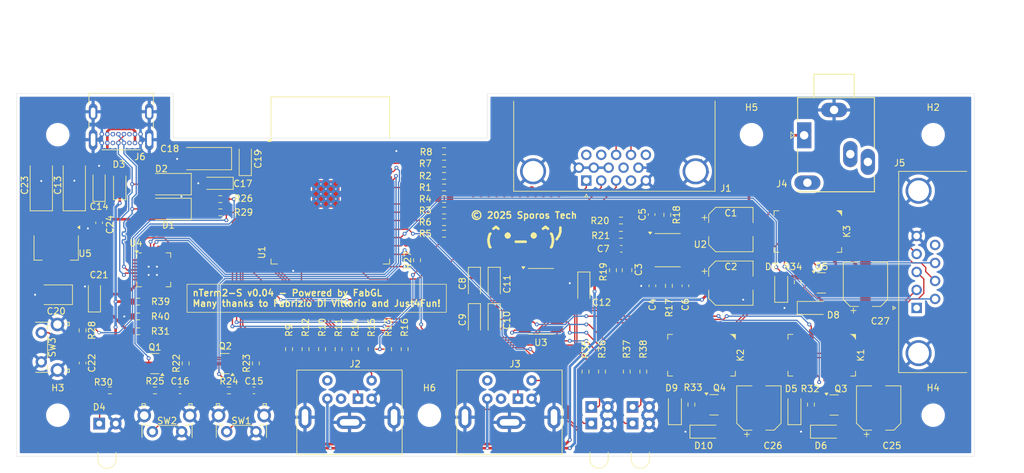
<source format=kicad_pcb>
(kicad_pcb (version 20240108) (generator "pcbnew") (generator_version "8.0")
  (title_block (title "nTerm2-s") (date "2025-02-19") (rev "0.04") (company "Sporos Tech ₍^•_•^₎ﾉ") (comment 1 "Peter de Vroomen") (comment 2 "© 2025 Sporos Tech ₍^•_•^₎ﾉ"))
  (layers (0 "F.Cu" signal) (31 "B.Cu" signal) (34 "B.Paste" user) (35 "F.Paste" user) (36 "B.SilkS" user "B.Silkscreen") (37 "F.SilkS" user "F.Silkscreen") (38 "B.Mask" user) (39 "F.Mask" user) (44 "Edge.Cuts" user))
  (net 0 "")
  (net 1 "Net-(C1-Pad1)")
  (net 2 "+5V")
  (net 3 "GND")
  (net 4 "Net-(U2--)")
  (net 5 "Net-(C3-Pad1)")
  (net 6 "Net-(C4-Pad1)")
  (net 7 "Net-(C5-Pad2)")
  (net 8 "Net-(C5-Pad1)")
  (net 9 "Net-(U2-BYPASS)")
  (net 10 "Net-(U3-C1+)")
  (net 11 "Net-(U3-C1-)")
  (net 12 "Net-(U3-C2-)")
  (net 13 "Net-(U3-C2+)")
  (net 14 "Net-(U3-V-)")
  (net 15 "Net-(U3-V+)")
  (net 16 "+3V3")
  (net 17 "Net-(C15-Pad1)")
  (net 18 "Net-(C16-Pad1)")
  (net 19 "EN")
  (net 20 "Net-(C22-Pad1)")
  (net 21 "Net-(D5-K)")
  (net 22 "RX_TX_REV_RLY_+")
  (net 23 "RTS_CTS_REV_RLY_+")
  (net 24 "Net-(D9-K)")
  (net 25 "RTS_OR_DTR_RLY_+")
  (net 26 "Net-(D7-K)")
  (net 27 "Net-(D1-A2)")
  (net 29 "Net-(D3-A)")
  (net 30 "Net-(D4-A)")
  (net 31 "REVERSE_RX_TX")
  (net 32 "RX_TX_REV_RLY_-")
  (net 33 "RTS_CTS_OR_DTR_DSR")
  (net 34 "RTS_OR_DTR_RLY_-")
  (net 35 "REVERSE_RTS_CTS_DTR_DSR")
  (net 36 "RTS_CTS_REV_RLY_-")
  (net 37 "Net-(J1-Pad1)")
  (net 39 "Net-(J1-Pad13)")
  (net 41 "Net-(J1-Pad2)")
  (net 44 "Net-(J1-Pad14)")
  (net 45 "Net-(J1-Pad3)")
  (net 47 "Net-(J2-Pad5)")
  (net 48 "Net-(J2-Pad1)")
  (net 51 "Net-(J3-Pad1)")
  (net 52 "Net-(J3-Pad5)")
  (net 56 "/_DSR")
  (net 58 "/_RTS")
  (net 59 "/_RXD")
  (net 60 "/_CTS")
  (net 61 "/_TXD")
  (net 62 "/_DTR")
  (net 64 "/TxD")
  (net 65 "/RxD")
  (net 66 "/_RTS_DTR")
  (net 67 "/_CTS_DSR")
  (net 68 "/CTS")
  (net 69 "/RTS")
  (net 70 "Net-(Q1-B)")
  (net 71 "Net-(Q1-E)")
  (net 72 "Net-(Q2-B)")
  (net 73 "Net-(Q2-E)")
  (net 74 "IO0")
  (net 75 "VGA_RED_0")
  (net 76 "VGA_RED_1")
  (net 77 "VGA_GRN_0")
  (net 78 "VGA_GRN_1")
  (net 79 "VGA_BLU_0")
  (net 80 "VGA_BLU_1")
  (net 81 "VGA_HSYNC")
  (net 82 "VGA_VSYNC")
  (net 83 "KBCLK")
  (net 84 "KBDAT")
  (net 85 "MSCLK")
  (net 86 "MSDAT")
  (net 87 "AUDIO_PWM")
  (net 88 "Net-(U1-SENSOR_VN)")
  (net 89 "Net-(U4-~{RST})")
  (net 91 "TXD_2")
  (net 93 "RXD_2")
  (net 94 "RXD_0")
  (net 97 "RTS_2")
  (net 103 "CTS_2")
  (net 104 "TXD_0")
  (net 123 "Net-(D11-A1)")
  (net 124 "Net-(D11-A2)")
  (net 125 "Net-(D12-A2)")
  (net 126 "Net-(D12-A1)")
  (net 129 "Net-(D2-A2)")
  (net 130 "Net-(J4-2)")
  (net 134 "Net-(U4-VBUS)")
  (footprint "Resistor_SMD:R_0603_1608Metric_Pad0.98x0.95mm_HandSolder" (layer "F.Cu") (at 84.266 108.441 -90)
    (property "Reference" "R28")
    (property "Value" "470")
  )
  (footprint "MountingHole:MountingHole_3.2mm_M3" (layer "F.Cu") (at 215.076 121.4985)
    (property "Reference" "H4")
    (property "Value" "MountingHole")
  )
  (footprint "Resistor_SMD:R_0603_1608Metric_Pad0.98x0.95mm_HandSolder" (layer "F.Cu") (at 139.8685 84.6685)
    (property "Reference" "R2")
    (property "Value" "390")
  )
  (footprint "Resistor_SMD:R_0603_1608Metric_Pad0.98x0.95mm_HandSolder" (layer "F.Cu") (at 105.4608 88.2396)
    (property "Reference" "R26")
    (property "Value" "12K")
  )
  (footprint "Resistor_SMD:R_0603_1608Metric_Pad0.98x0.95mm_HandSolder" (layer "F.Cu") (at 177.895 119.871 90)
    (property "Reference" "R33")
    (property "Value" "3K9")
  )
  (footprint "MountingHole:MountingHole_3.2mm_M3" (layer "F.Cu") (at 80.456 78.3185)
    (property "Reference" "H1" (hide yes))
    (property "Value" "MountingHole" (hide yes))
  )
  (footprint "Resistor_SMD:R_0603_1608Metric_Pad0.98x0.95mm_HandSolder" (layer "F.Cu") (at 174.188499 90.661 -90)
    (property "Reference" "R18")
    (property "Value" "10K")
  )
  (footprint "Diode_SMD:D_SMA" (layer "F.Cu") (at 97.474 89.7485 180)
    (property "Reference" "D1")
    (property "Value" "P4SMAJ5.0CA")
  )
  (footprint "Diode_SMD:D_SOD-123" (layer "F.Cu") (at 191.708 101.767 90)
    (property "Reference" "D7")
    (property "Value" "BAT43W-V")
  )
  (footprint "Diode_SMD:D_SOD-123" (layer "F.Cu") (at 180.024 124.0385)
    (property "Reference" "D10")
    (property "Value" "BAT43W-V")
  )
  (footprint "Relay_SMD:Relay_DPDT_AXICOM_IMSeries_Gullwing" (layer "F.Cu") (at 197.941 112.2685 -90)
    (property "Reference" "K1")
    (property "Value" "IM41 3V")
  )
  (footprint "Button_Switch_THT:SW_Tactile_SPST_Angled_PTS645Vx58-2LFS" (layer "F.Cu") (at 99.506 124.0385 180)
    (property "Reference" "SW2")
    (property "Value" "RESET")
  )
  (footprint "Resistor_SMD:R_0603_1608Metric_Pad0.98x0.95mm_HandSolder" (layer "F.Cu") (at 174.436 101.583 -90)
    (property "Reference" "R17")
    (property "Value" "10")
  )
  (footprint "RF_Module:ESP32-WROOM-32" (layer "F.Cu") (at 122.366 88.3465)
    (property "Reference" "U1")
    (property "Value" "ESP32-WROOM-32")
  )
  (footprint "Resistor_SMD:R_0603_1608Metric_Pad0.98x0.95mm_HandSolder" (layer "F.Cu") (at 126.176 111.3385 90)
    (property "Reference" "R14")
    (property "Value" "2K2")
  )
  (footprint "Button_Switch_THT:SW_Tactile_SPST_Angled_PTS645Vx58-2LFS" (layer "F.Cu") (at 110.936 124.0385 180)
    (property "Reference" "SW1")
    (property "Value" "IO0")
  )
  (footprint "Resistor_SMD:R_0603_1608Metric_Pad0.98x0.95mm_HandSolder" (layer "F.Cu") (at 194.248 101.0295 90)
    (property "Reference" "R34")
    (property "Value" "3K9")
  )
  (footprint "Capacitor_SMD:C_0603_1608Metric_Pad1.08x0.95mm_HandSolder" (layer "F.Cu") (at 176.976 101.583 -90)
    (property "Reference" "C6")
    (property "Value" "100n")
  )
  (footprint "Custom_Footprints:Connector_Mini-DIN_Female_6Pin_2rows" (layer "F.Cu") (at 126.616 118.9585)
    (property "Reference" "J2")
    (property "Value" "Keyboard")
  )
  (footprint "Capacitor_SMD:CP_Elec_6.3x7.7" (layer "F.Cu") (at 206.694 120.396 90)
    (property "Reference" "C25")
    (property "Value" "470u")
  )
  (footprint "Resistor_SMD:R_0603_1608Metric_Pad0.98x0.95mm_HandSolder" (layer "F.Cu") (at 139.8685 88.2245)
    (property "Reference" "R4")
    (property "Value" "390")
  )
  (footprint "Diode_SMD:D_SOD-123" (layer "F.Cu") (at 193.74 120.6085 90)
    (property "Reference" "D5")
    (property "Value" "BAT43W-V")
  )
  (footprint "Resistor_SMD:R_0603_1608Metric_Pad0.98x0.95mm_HandSolder" (layer "F.Cu") (at 196.28 119.871 90)
    (property "Reference" "R32")
    (property "Value" "3K9")
  )
  (footprint "Capacitor_SMD:CP_Elec_6.3x7.7" (layer "F.Cu") (at 188.279 120.396 90)
    (property "Reference" "C26")
    (property "Value" "470u")
  )
  (footprint "Diode_SMD:D_SOD-123" (layer "F.Cu") (at 175.355 120.6085 90)
    (property "Reference" "D9")
    (property "Value" "BAT43W-V")
  )
  (footprint "LED_THT:DIALIGHT_LED_3MM_DOUBLE" (layer "F.Cu") (at 162.498 120.2285)
    (property "Reference" "D11" (hide yes))
    (property "Value" "LED_Dual_AKAK")
  )
  (footprint "Resistor_SMD:R_0603_1608Metric_Pad0.98x0.95mm_HandSolder" (layer "F.Cu") (at 170.499 114.791 -90)
    (property "Reference" "R38")
    (property "Value" "2K")
  )
  (footprint "Package_SO:SOIC-8_3.9x4.9mm_P1.27mm" (layer "F.Cu") (at 174.253499 96.0985)
    (property "Reference" "U2")
    (property "Value" "LM386")
  )
  (footprint "Resistor_SMD:R_0603_1608Metric_Pad0.98x0.95mm_HandSolder" (layer "F.Cu") (at 139.8685 80.8585 180)
    (property "Reference" "R8")
    (property "Value" "220")
  )
  (footprint "Capacitor_SMD:C_0603_1608Metric_Pad1.08x0.95mm_HandSolder" (layer "F.Cu") (at 86.806 91.881 -90)
    (property "Reference" "C24")
    (property "Value" "1n")
  )
  (footprint "Resistor_SMD:R_0603_1608Metric_Pad0.98x0.95mm_HandSolder" (layer "F.Cu") (at 118.556 111.3385 90)
    (property "Reference" "R12")
    (property "Value" "120")
  )
  (footprint "Capacitor_Tantalum_SMD:CP_EIA-3216-18_Kemet-A_Pad1.58x1.35mm_HandSolder" (layer "F.Cu") (at 147.574 106.807 -90)
    (property "Reference" "C10")
    (property "Value" "0.1u")
  )
  (footprint "Capacitor_Tantalum_SMD:CP_EIA-3216-18_Kemet-A_Pad1.58x1.35mm_HandSolder" (layer "F.Cu") (at 86.806 86.106 90)
    (property "Reference" "C14")
    (property "Value" "0.1u/25v")
  )
  (footprint "LED_THT:DIALIGHT_LED_3MM_DOUBLE" (layer "F.Cu") (at 168.848 120.2285)
    (property "Reference" "D12" (hide yes))
    (property "Value" "LED_Dual_AKAK")
  )
  (footprint "Resistor_SMD:R_0603_1608Metric_Pad0.98x0.95mm_HandSolder" (layer "F.Cu") (at 105.4608 90.2716)
    (property "Reference" "R29")
    (property "Value" "12K")
  )
  (footprint "Custom_Footprints:Connector_Mini-DIN_Female_6Pin_2rows" (layer "F.Cu") (at 151.217 118.9585)
    (property "Reference" "J3")
    (property "Value" "Mouse")
  )
  (footprint "Capacitor_SMD:C_0603_1608Metric_Pad1.08x0.95mm_HandSolder" (layer "F.Cu") (at 99.2585 117.6885)
    (property "Reference" "C16")
    (property "Value" "1n")
  )
  (footprint "Package_TO_SOT_SMD:SOT-223-3_TabPin2" (layer "F.Cu") (at 80.202 95.7175 -90)
    (property "Reference" "U5")
    (property "Value" "NCP1117-3.3_SOT223")
  )
  (footprint "Capacitor_Tantalum_SMD:CP_EIA-6032-28_Kemet-C_Pad2.25x2.35mm_HandSolder" (layer "F.Cu") (at 103.251 82.0015 180)
    (property "Reference" "C18")
    (property "Value" "100u")
  )
  (footprint "Resistor_SMD:R_0603_1608Metric_Pad0.98x0.95mm_HandSolder" (layer "F.Cu") (at 95.3985 117.6885)
    (property "Reference" "R25")
    (property "Value" "470")
  )
  (footprint "Resistor_SMD:R_0603_1608Metric_Pad0.98x0.95mm_HandSolder" (layer "F.Cu") (at 167.0555 93.726)
    (property "Reference" "R20")
    (property "Value" "150")
  )
  (footprint "Package_SO:SOIC-16_3.9x9.9mm_P1.27mm" (layer "F.Cu") (at 154.751 103.9725)
    (property "Reference" "U3")
    (property "Value" "MAX3232E")
  )
  (footprint "MountingHole:MountingHole_3.2mm_M3" (layer "F.Cu") (at 80.456 121.4985)
    (property "Reference" "H3")
    (property "Value" "MountingHole")
  )
  (footprint "MountingHole:MountingHole_3.2mm_M3" (layer "F.Cu") (at 137.606 121.4985)
    (property "Reference" "H6")
    (property "Value" "MountingHole")
  )
  (footprint "Capacitor_Tantalum_SMD:CP_EIA-6032-28_Kemet-C_Pad2.25x2.35mm_HandSolder" (layer "F.Cu") (at 77.916 86.106 90)
    (property "Reference" "C23")
    (property "Value" "100u/25V")
  )
  (footprint "Capacitor_Tantalum_SMD:CP_EIA-3216-18_Kemet-A_Pad1.58x1.35mm_HandSolder" (layer "F.Cu") (at 144.526 106.807 -90)
    (property "Reference" "C9")
    (property "Value" "0.1u")
  )
  (footprint "Package_TO_SOT_SMD:SOT-23" (layer "F.Cu") (at 197.8825 101.133)
    (property "Reference" "Q5")
    (property "Value" "BC817")
  )
  (footprint "Capacitor_SMD:C_0603_1608Metric_Pad1.08x0.95mm_HandSolder" (layer "F.Cu") (at 110.6285 117.6885)
    (property "Reference" "C15")
    (property "Value" "1n")
  )
  (footprint "Resistor_SMD:R_0603_1608Metric_Pad0.98x0.95mm_HandSolder" (layer "F.Cu") (at 92.8135 104.013)
    (property "Reference" "R39")
    (property "Value" "22.1K")
  )
  (footprint "Relay_SMD:Relay_DPDT_AXICOM_IMSeries_Gullwing" (layer "F.Cu") (at 179.4505 112.2685 -90)
    (property "Reference" "K2")
    (property "Value" "IM41 3V")
  )
  (footprint "Capacitor_Tantalum_SMD:CP_EIA-3216-18_Kemet-A_Pad1.58x1.35mm_HandSolder" (layer "F.Cu") (at 86.0845 103.124 90)
    (property "Reference" "C21")
    (property "Value" "0.1u")
  )
  (footprint "Package_TO_SOT_SMD:SOT-23" (layer "F.Cu") (at 106.1685 113.5585 180)
    (property "Reference" "Q2")
    (property "Value" "BC817")
  )
  (footprint "Connector_USB:USB_C_Receptacle_Molex_213716-0001" (layer "F.Cu") (at 93.176 79.5885 180)
    (property "Reference" "J6")
    (property "Value" "USB_C_Receptacle_USB2.0_16P")
  )
  (footprint "Capacitor_Tantalum_SMD:CP_EIA-3216-18_Kemet-A_Pad1.58x1.35mm_HandSolder" (layer "F.Cu") (at 161.355 101.9405 -90)
    (property "Reference" "C12")
    (property "Value" "0.1u")
  )
  (footprint "Capacitor_Tantalum_SMD:CP_EIA-3528-21_Kemet-B_Pad1.50x2.35mm_HandSolder" (layer "F.Cu") (at 80.075 102.9565 180)
    (property "Reference" "C20")
    (property "Value" "10u")
  )
  (footprint "Button_Switch_THT:SW_Tactile_SPST_Angled_PTS645Vx58-2LFS" (layer "F.Cu") (at 77.916 113.2985 90)
    (property "Reference" "SW3")
    (property "Value" "DEFAULTS")
  )
  (footprint "Capacitor_SMD:C_0603_1608Metric_Pad1.08x0.95mm_HandSolder" (layer "F.Cu") (at 171.775499 90.611 90)
    (property "Reference" "C5")
    (property "Value" "2.2n")
  )
  (footprint "Resistor_SMD:R_0603_1608Metric_Pad0.98x0.95mm_HandSolder" (layer "F.Cu") (at 139.8685 93.5585)
    (property "Reference" "R5")
    (property "Value" "820")
  )
  (footprint "LED_THT:DIALIGHT_LED_3MM_SINGLE" (layer "F.Cu") (at 86.82475 122.796)
    (property "Reference" "D4")
    (property "Value" "LED")
  )
  (footprint "Connector_Dsub:DSUB-9_Male_Horizontal_P2.77x2.84mm_EdgePinOffset4.94mm_Housed_MountingHolesOffset7.48mm" (layer "F.Cu") (at 212.536 104.9885 90)
    (property "Reference" "J5")
    (property "Value" "DE9_Plug_MountingHoles")
  )
  (footprint "Capacitor_SMD:CP_Elec_6.3x7.7" (layer "F.Cu") (at 183.967499 101.1785)
    (property "Reference" "C2")
    (property "Value" "100u")
  )
  (footprint "Resistor_SMD:R_0603_1608Metric_Pad0.98x0.95mm_HandSolder" (layer "F.Cu") (at 139.8685 90.0025)
    (property "Reference" "R3")
    (property "Value" "820")
  )
  (footprint "Capacitor_SMD:CP_Elec_6.3x7.7" (layer "F.Cu") (at 183.967499 92.9235)
    (property "Reference" "C1")
    (property "Value" "220u")
  )
  (footprint "Capacitor_Tantalum_SMD:CP_EIA-3216-18_Kemet-A_Pad1.58x1.35mm_HandSolder" (layer "F.Cu") (at 144.526 101.219 -90)
    (property "Reference" "C8")
    (property "Value" "0.1u")
  )
  (footprint "MountingHole:MountingHole_3.2mm_M3" (layer "F.Cu") (at 215.076 78.3185)
    (property "Reference" "H2")
    (property "Value" "MountingHole")
  )
  (footprint "Package_DFN_QFN:QFN-28-1EP_5x5mm_P0.5mm_EP3.35x3.35mm_handsolder" (layer "F.Cu") (at 95.211 99.1235)
    (property "Reference" "U4")
    (property "Value" "CP2102N-Axx-xQFN28")
  )
  (footprint "Connector_Dsub:DSUB-15-HD_Female_Horizontal_P2.29x1.98mm_EdgePinOffset8.35mm_Housed_MountingHolesOffset10.89mm" (layer "F.Cu") (at 161.736 85.3785 180)
    (property "Reference" "J1")
    (property "Value" "VGA")
  )
  (footprint "Resistor_SMD:R_0603_1608Metric_Pad0.98x0.95mm_HandSolder" (layer "F.Cu") (at 167.065 91.530685 180)
    (property "Reference" "R21")
    (property "Value" "270")
  )
  (footprint "Resistor_SMD:R_0603_1608Metric_Pad0.98x0.95mm_HandSolder" (layer "F.Cu") (at 167.959 114.791 -90)
    (property "Reference" "R37")
    (property "Value" "2K")
  )
  (footprint "Resistor_SMD:R_0603_1608Metric_Pad0.98x0.95mm_HandSolder" (layer "F.Cu") (at 164.149 114.791 -90)
    (property "Reference" "R36")
    (property "Value" "2K")
  )
  (footprint "Resistor_SMD:R_0603_1608Metric_Pad0.98x0.95mm_HandSolder" (layer "F.Cu") (at 100.121 113.521 90)
    (property "Reference" "R22")
    (property "Value" "10K")
  )
  (footprint "Capacitor_SMD:CP_Elec_6.3x7.7" (layer "F.Cu") (at 204.662 101.346 90)
    (property "Reference" "C27")
    (property "Value" "470u")
  )
  (footprint "Resistor_SMD:R_0603_1608Metric_Pad0.98x0.95mm_HandSolder" (layer "F.Cu") (at 128.716 111.3385 90)
    (property "Reference" "R15")
    (property "Value" "120")
  )
  (footprint "Capacitor_SMD:C_0603_1608Metric_Pad1.08x0.95mm_HandSolder" (layer "F.Cu") (at 167.1055 95.885)
    (property "Reference" "C7")
    (property "Value" "100n")
  )
  (footprint "Resistor_SMD:R_0603_1608Metric_Pad0.98x0.95mm_HandSolder" (layer "F.Cu") (at 116.016 111.3385 90)
    (property "Reference" "R9")
    (property "Value" "2K2")
  )
  (footprint "Relay_SMD:Relay_DPDT_AXICOM_IMSeries_Gullwing" (layer "F.Cu") (at 195.80475 93.2255 -90)
    (property "Reference" "K3")
    (property "Value" "IM41 3V")
  )
  (footprint "Capacitor_Tantalum_SMD:CP_EIA-3216-18_Kemet-A_Pad1.58x1.35mm_HandSolder" (layer "F.Cu") (at 147.574 101.219 -90)
    (property "Reference" "C11")
    (property "Value" "0.1u")
  )
  (footprint "Diode_SMD:D_SOD-123" (layer "F.Cu") (at 198.566 124.0385)
    (property "Reference" "D6")
    (property "Value" "BAT43W-V")
  )
  (footprint "Capacitor_SMD:C_0805_2012Metric_Pad1.18x1.45mm_HandSolder" (layer "F.Cu") (at 167.9945 99.187 -90)
    (property "Reference" "C3")
    (property "Value" "10u")
  )
  (footprint "Resistor_SMD:R_0603_1608Metric_Pad0.98x0.95mm_HandSolder" (layer "F.Cu") (at 131.256 111.3385 90)
    (property "Reference" "R13")
    (property "Value" "2K2")
  )
  (footprint "Diode_SMD:D_SMA" (layer "F.Cu") (at 97.474 85.9385 180)
    (property "Reference" "D2")
    (property "Value" "P4SMAJ5.0CA")
  )
  (footprint "Capacitor_Tantalum_SMD:CP_EIA-3216-18_Kemet-A_Pad1.58x1.35mm_HandSolder" (layer "F.Cu") (at 109.285 82.1285 90)
    (property "Reference" "C19")
    (property "Value" "0.1u")
  )
  (footprint "Connector_Audio:Jack_3.5mm_Ledino_KB3SPRS_Horizontal" (layer "F.Cu") (at 195.236 78.4085 -90)
    (property "Reference" "J4")
    (property "Value" "Speaker")
  )
  (footprint "Package_TO_SOT_SMD:SOT-23" (layer "F.Cu") (at 95.3735 113.5585 180)
    (property "Reference" "Q1")
    (property "Value" "BC817")
  )
  (footprint "Capacitor_SMD:C_0603_1608Metric_Pad1.08x0.95mm_HandSolder" (layer "F.Cu") (at 171.896 101.583 90)
    (property "Reference" "C4")
    (property "Value" "47n")
  )
  (footprint "Capacitor_Tantalum_SMD:CP_EIA-6032-28_Kemet-C_Pad2.25x2.35mm_HandSolder" (layer "F.Cu") (at 82.996 86.106 90)
    (property "Reference" "C13")
    (property "Value" "10u/25v")
  )
  (footprint "Capacitor_SMD:C_0603_1608Metric_Pad1.08x0.95mm_HandSolder" (layer "F.Cu") (at 84.266 113.471 -90)
    (property "Reference" "C22")
    (property "Value" "1n")
  )
  (footprint "Package_TO_SOT_SMD:SOT-23" (layer "F.Cu") (at 199.836 119.9335)
    (property "Reference" "Q3")
    (property "Value" "BC817")
  )
  (footprint "Resistor_SMD:R_0603_1608Metric_Pad0.98x0.95mm_HandSolder" (layer "F.Cu") (at 110.916 113.521 90)
    (property "Reference" "R23")
    (property "Value" "10K")
  )
  (footprint "Resistor_SMD:R_0603_1608Metric_Pad0.98x0.95mm_HandSolder" (layer "F.Cu") (at 139.8685 91.7805)
    (property "Reference" "R6")
    (property "Value" "390")
  )
  (footprint "Resistor_SMD:R_0603_1608Metric_Pad0.98x0.95mm_HandSolder" (layer "F.Cu") (at 135.701 97.646 90)
    (property "Reference" "R27")
    (property "Value" "5K")
  )
  (footprint "Resistor_SMD:R_0603_1608Metric_Pad0.98x0.95mm_HandSolder" (layer "F.Cu") (at 161.609 114.791 -90)
    (property "Reference" "R35")
    (property "Value" "2K")
  )
  (footprint "Resistor_SMD:R_0603_1608Metric_Pad0.98x0.95mm_HandSolder" (layer "F.Cu") (at 92.8135 106.299)
    (property "Reference" "R40")
    (property "Value" "47.5K")
  )
  (footprint "Resistor_SMD:R_0603_1608Metric_Pad0.98x0.95mm_HandSolder" (layer "F.Cu") (at 133.796 111.3385 90)
    (property "Reference" "R16")
    (property "Value" "120")
  )
  (footprint "Resistor_SMD:R_0603_1608Metric_Pad0.98x0.95mm_HandSolder" (layer "F.Cu") (at 121.096 111.3385 90)
    (property "Reference" "R10")
    (property "Value" "2K2")
  )
  (footprint "Resistor_SMD:R_0603_1608Metric_Pad0.98x0.95mm_HandSolder" (layer "F.Cu") (at 92.8135 108.585)
    (property "Reference" "R31")
    (property "Value" "4.7K")
  )
  (footprint "Resistor_SMD:R_0603_1608Metric_Pad0.98x0.95mm_HandSolder" (layer "F.Cu") (at 139.8685 82.7635 180)
    (property "Reference" "R7")
    (property "Value" "220")
  )
  (footprint "Diode_SMD:Nexperia_CFP3_SOD-123W" (layer "F.Cu") (at 89.981 86.0655 90)
    (property "Reference" "D3")
    (property "Value" "1N5819")
  )
  (footprint "Resistor_SMD:R_0603_1608Metric_Pad0.98x0.95mm_HandSolder" (layer "F.Cu") (at 139.8685 86.4465)
    (property "Reference" "R1")
    (property "Value" "820")
  )
  (footprint "Resistor_SMD:R_0603_1608Metric_Pad0.98x0.95mm_HandSolder" (layer "F.Cu") (at 88.457 117.6885 180)
    (property "Reference" "R30")
    (property "Value" "2K")
  )
  (footprint "Resistor_SMD:R_0603_1608Metric_Pad0.98x0.95mm_HandSolder" (layer "F.Cu") (at 165.8355 99.187 -90)
    (property "Reference" "R19")
    (property "Value" "10K")
  )
  (footprint "Capacitor_Tantalum_SMD:CP_EIA-3216-18_Kemet-A_Pad1.58x1.35mm_HandSolder" (layer "F.Cu") (at 104.9528 85.8012 180)
    (property "Reference" "C17")
    (property "Value" "1u")
  )
  (footprint "MountingHole:MountingHole_3.2mm_M3" (layer "F.Cu") (at 187.136 78.3185)
    (property "Reference" "H5")
    (property "Value" "MountingHole")
  )
  (footprint "Resistor_SMD:R_0603_1608Metric_Pad0.98x0.95mm_HandSolder" (layer "F.Cu") (at 106.7685 117.6885)
    (property "Reference" "R24")
    (property "Value" "470")
  )
  (footprint "Diode_SMD:D_SOD-123" (layer "F.Cu") (at 196.535 104.9885)
    (property "Reference" "D8")
    (property "Value" "BAT43W-V")
  )
  (footprint "Resistor_SMD:R_0603_1608Metric_Pad0.98x0.95mm_HandSolder" (layer "F.Cu") (at 123.636 111.3385 90)
    (property "Reference" "R11")
    (property "Value" "120")
  )
  (footprint "Package_TO_SOT_SMD:SOT-23" (layer "F.Cu") (at 181.3725 119.9085)
    (property "Reference" "Q4")
    (property "Value" "BC817")
  )
  (gr_line (start 98.236 71.9685) (end 74.106 71.9685) (stroke (width 0.05)) (layer "Edge.Cuts"))
  (gr_line (start 146.496 78.8265) (end 146.496 71.9685) (stroke (width 0.05)) (layer "Edge.Cuts"))
  (gr_line (start 146.496 71.9685) (end 221.426 71.9685) (stroke (width 0.05)) (layer "Edge.Cuts"))
  (gr_line (start 74.106 127.8485) (end 74.106 71.9685) (stroke (width 0.05)) (layer "Edge.Cuts"))
  (gr_line (start 98.231795 78.8265) (end 112.587 78.8265) (stroke (width 0.05)) (layer "Edge.Cuts"))
  (gr_line (start 221.426 127.8485) (end 74.106 127.8485) (stroke (width 0.05)) (layer "Edge.Cuts"))
  (gr_line (start 98.236 71.9685) (end 98.231795 78.8265) (stroke (width 0.05)) (layer "Edge.Cuts"))
  (gr_line (start 221.426 71.9685) (end 221.426 127.8485) (stroke (width 0.05)) (layer "Edge.Cuts"))
  (gr_line (start 112.587 78.8265) (end 146.496 78.8265) (stroke (width 0.05)) (layer "Edge.Cuts"))
  (gr_text "© 2025 Sporos Tech" (at 152.146 91.313 0) (layer "F.SilkS") (effects (font (size 1 1) (thickness 0.2) (bold yes)) (justify bottom)))
  (gr_text "₍^•_•^₎ﾉ" (at 146.05 94.869 0) (layer "F.SilkS") (effects (font (size 2 2) (thickness 0.4) (bold yes)) (justify left bottom)))
  (gr_text_box "nTerm2-S v0.04 - Powered by FabGL\nMany thanks to Fabrizio Di Vittorio and Just4Fun!" (start 100.33 101.346) (end 140.208 105.664) (layer "F.SilkS") (effects (font (size 1 1) (thickness 0.2) (bold yes)) (justify left top)) (border yes) (stroke (width 0.1)))
  (segment (start 181.267499 91.891) (end 180.949999 91.5735) (width 0.4) (layer "F.Cu") (net 1))
  (segment (start 174.188499 98.0035) (end 174.188499 91.5735) (width 0.4) (layer "F.Cu") (net 1))
  (segment (start 181.267499 92.9235) (end 181.267499 91.891) (width 0.4) (layer "F.Cu") (net 1))
  (segment (start 180.949999 91.5735) (end 174.188499 91.5735) (width 0.4) (layer "F.Cu") (net 1))
  (segment (start 174.188499 98.0035) (end 176.728499 98.0035) (width 0.4) (layer "F.Cu") (net 1))
  (segment (start 174.436 99.5275) (end 174.436 100.6705) (width 0.4) (layer "F.Cu") (net 1))
  (segment (start 174.188499 99.279999) (end 174.436 99.5275) (width 0.4) (layer "F.Cu") (net 1))
  (segment (start 174.188499 98.0035) (end 174.188499 99.279999) (width 0.4) (layer "F.Cu") (net 1))
  (segment (start 89.978 87.4685) (end 85.911 87.4685) (width 0.4) (layer "F.Cu") (net 2))
  (segment (start 179.516 103.7185) (end 181.427499 101.807001) (width 0.4) (layer "F.Cu") (net 2))
  (segment (start 92.775 126.5785) (end 159.196 126.5785) (width 0.4) (layer "F.Cu") (net 2))
  (segment (start 77.916 92.8075) (end 77.902 92.8215) (width 0.4) (layer "F.Cu") (net 2))
  (segment (start 89.346 104.013) (end 91.901 104.013) (width 0.4) (layer "F.Cu") (net 2))
  (segment (start 90.997 124.8005) (end 92.775 126.5785) (width 0.4) (layer "F.Cu") (net 2))
  (segment (start 85.911 87.4685) (end 84.7235 88.656) (width 0.4) (layer "F.Cu") (net 2))
  (segment (start 89.981 87.4655) (end 89.978 87.4685) (width 0.4) (layer "F.Cu") (net 2))
  (segment (start 179.903499 96.7335) (end 176.728499 96.7335) (width 0.4) (layer "F.Cu") (net 2))
  (segment (start 181.427499 101.807001) (end 181.427499 98.2575) (width 0.4) (layer "F.Cu") (net 2))
  (segment (start 89.346 119.4265) (end 90.997 121.0775) (width 0.4) (layer "F.Cu") (net 2))
  (segment (start 89.981 88.8492) (end 89.981 87.4655) (width 0.4) (layer "F.Cu") (net 2))
  (segment (start 181.427499 98.2575) (end 179.903499 96.7335) (width 0.4) (layer "F.Cu") (net 2))
  (segment (start 90.997 121.0775) (end 90.997 124.8005) (width 0.4) (layer "F.Cu") (net 2))
  (segment (start 89.346 107.95) (end 89.346 119.4265) (width 0.4) (layer "F.Cu") (net 2))
  (segment (start 84.7235 88.656) (end 77.916 88.656) (width 0.4) (layer "F.Cu") (net 2))
  (segment (start 77.916 88.656) (end 77.916 92.8075) (width 0.4) (layer "F.Cu") (net 2))
  (via (at 89.346 104.013) (size 0.6) (drill 0.3) (layers "F.Cu" "B.Cu") (net 2))
  (via (at 89.346 107.95) (size 0.6) (drill 0.3) (layers "F.Cu" "B.Cu") (net 2))
  (via (at 146.496 126.5785) (size 0.5) (drill 0.3) (layers "F.Cu" "B.Cu") (net 2))
  (via (at 122.366 126.5785) (size 0.5) (drill 0.3) (layers "F.Cu" "B.Cu") (net 2))
  (via (at 89.981 88.8492) (size 0.6) (drill 0.3) (layers "F.Cu" "B.Cu") (net 2))
  (via (at 179.516 103.7185) (size 0.6) (drill 0.3) (layers "F.Cu" "B.Cu") (net 2))
  (via (at 159.196 126.5785) (size 0.6) (drill 0.3) (layers "F.Cu" "B.Cu") (net 2))
  (segment (start 159.958 114.2595) (end 159.958 125.8165) (width 0.4) (layer "B.Cu") (net 2))
  (segment (start 179.516 103.7185) (end 170.499 103.7185) (width 0.4) (layer "B.Cu") (net 2))
  (segment (start 122.366 126.5785) (end 121.916 126.1285) (width 0.4) (layer "B.Cu") (net 2))
  (segment (start 170.499 103.7185) (end 159.958 114.2595) (width 0.4) (layer "B.Cu") (net 2))
  (segment (start 121.916 126.1285) (end 121.916 118.9585) (width 0.4) (layer "B.Cu") (net 2))
  (segment (start 159.958 125.8165) (end 159.196 126.5785) (width 0.4) (layer "B.Cu") (net 2))
  (segment (start 146.496 118.9795) (end 146.517 118.9585) (width 0.4) (layer "B.Cu") (net 2))
  (segment (start 89.346 89.4842) (end 89.981 88.8492) (width 0.4) (layer "B.Cu") (net 2))
  (segment (start 89.346 107.95) (end 89.346 89.4842) (width 0.4) (layer "B.Cu") (net 2))
  (segment (start 146.496 126.5785) (end 146.496 118.9795) (width 0.4) (layer "B.Cu") (net 2))
  (segment (start 99.474 87.7316) (end 99.474 87.8256) (width 0.4) (layer "F.Cu") (net 3))
  (segment (start 103.5153 85.8012) (end 102.0572 85.8012) (width 0.4) (layer "F.Cu") (net 3))
  (segment (start 158.815 100.7975) (end 157.226 100.7975) (width 0.4) (layer "F.Cu") (net 3))
  (segment (start 171.896 100.7205) (end 171.896 98.121001) (width 0.4) (layer "F.Cu") (net 3))
  (segment (start 148.955 102.6565) (end 147.574 102.6565) (width 0.2) (layer "F.Cu") (net 3))
  (segment (start 111.9925 80.691) (end 112.587 80.0965) (width 0.4) (layer "F.Cu") (net 3))
  (segment (start 164.9965 98.2745) (end 165.8355 98.2745) (width 0.4) (layer "F.Cu") (net 3))
  (segment (start 173.166 101.1785) (end 172.708 100.7205) (width 0.4) (layer "F.Cu") (net 3))
  (segment (start 192.47 121.8795) (end 195.391 118.9585) (width 0.4) (layer "F.Cu") (net 3))
  (segment (start 99.474 87.7316) (end 99.474 89.7485) (width 0.4) (layer "F.Cu") (net 3))
  (segment (start 159.196 101.1785) (end 158.815 100.7975) (width 0.4) (layer "F.Cu") (net 3))
  (segment (start 194.629 104.9885) (end 191.2455 104.9885) (width 0.4) (layer "F.Cu") (net 3))
  (segment (start 172.708 100.7205) (end 171.896 100.7205) (width 0.4) (layer "F.Cu") (net 3))
  (segment (start 100.121 117.6885) (end 100.121 119.6135) (width 0.2) (layer "F.Cu") (net 3))
  (segment (start 164.719 98.552) (end 164.9965 98.2745) (width 0.4) (layer "F.Cu") (net 3))
  (segment (start 166.243 95.885) (end 166.243 97.157185) (width 0.4) (layer "F.Cu") (net 3))
  (segment (start 154.878 102.5755) (end 154.878 101.4325) (width 0.2) (layer "F.Cu") (net 3))
  (segment (start 153.481 103.9725) (end 154.878 102.5755) (width 0.2) (layer "F.Cu") (net 3))
  (segment (start 100.701 82.0015) (end 98.8465 82.0015) (width 0.4) (layer "F.Cu") (net 3))
  (segment (start 190.438 104.181) (end 190.438 103.038) (width 0.4) (layer "F.Cu") (net 3))
  (segment (start 178.374 124.0385) (end 175.355 124.0385) (width 0.4) (layer "F.Cu") (net 3))
  (segment (start 110.174 120.9105) (end 110.174 123.2765) (width 0.2) (layer "F.Cu") (net 3))
  (segment (start 83.9823 92.5675) (end 82.502 92.5675) (width 0.4) (layer "F.Cu") (net 3))
  (segment (start 109.285 80.691) (end 111.9925 80.691) (width 0.4) (layer "F.Cu") (net 3))
  (segment (start 166.143 95.785) (end 166.243 95.885) (width 0.4) (layer "F.Cu") (net 3))
  (segment (start 77.916 113.2985) (end 78.733 112.4815) (width 0.4) (layer "F.Cu") (net 3))
  (segment (start 190.438 103.038) (end 193.359 100.117) (width 0.4) (layer "F.Cu") (net 3))
  (segment (start 166.243 97.157185) (end 165.8355 97.564685) (width 0.4) (layer "F.Cu") (net 3))
  (segment (start 131.87 80.1835) (end 131.116 80.1835) (width 0.2) (layer "F.Cu") (net 3))
  (segment (start 177.895 118.9585) (end 180.435 118.9585) (width 0.4) (layer "F.Cu") (net 3))
  (segment (start 174.085 122.7685) (end 174.085 121.816) (width 0.4) (layer "F.Cu") (net 3))
  (segment (start 132.526 80.8395) (end 131.87 80.1835) (width 0.2) (layer "F.Cu") (net 3))
  (segment (start 77.916 83.556) (end 77.916 85.4456) (width 0.4) (layer "F.Cu") (net 3))
  (segment (start 86.806 84.6685) (end 86.806 83.1088) (width 0.4) (layer "F.Cu") (net 3))
  (segment (start 98.744 123.2065) (end 99.526 123.9885) (width 0.2) (layer "F.Cu") (net 3))
  (segment (start 196.945 100.183) (end 194.314 100.183) (width 0.4) (layer "F.Cu") (net 3))
  (segment (start 166.143 93.726) (end 166.143 95.785) (width 0.4) (layer "F.Cu") (net 3))
  (segment (start 171.0595 100.7205) (end 171.896 100.7205) (width 0.4) (layer "F.Cu") (net 3))
  (segment (start 174.085 121.816) (end 176.9425 118.9585) (width 0.4) (layer "F.Cu") (net 3))
  (segment (start 98.8465 82.0015) (end 98.806 82.042) (width 0.4) (layer "F.Cu") (net 3))
  (segment (start 196.305 118.9835) (end 198.8985 118.9835) (width 0.4) (layer "F.Cu") (net 3))
  (segment (start 165.481 101.6) (end 164.719 100.838) (width 0.4) (layer "F.Cu") (net 3))
  (segment (start 193.359 100.117) (end 194.248 100.117) (width 0.4) (layer "F.Cu") (net 3))
  (segment (start 192.47 122.7685) (end 192.47 121.8795) (width 0.4) (layer "F.Cu") (net 3))
  (segment (start 176.338 102.4455) (end 175.452 101.5595) (width 0.4) (layer "F.Cu") (net 3))
  (segment (start 186.667499 102.917001) (end 186.667499 101.1785) (width 0.4) (layer "F.Cu") (net 3))
  (segment (start 99.474 85.9385) (end 99.474 87.7316) (width 0.4) (layer "F.Cu") (net 3))
  (segment (start 176.976 102.4455) (end 176.338 102.4455) (width 0.4) (layer "F.Cu") (net 3))
  (segment (start 98.744 120.9905) (end 98.744 123.2065) (width 0.2) (layer "F.Cu") (net 3))
  (segment (start 150.56 103.9725) (end 153.481 103.9725) (width 0.2) (layer "F.Cu") (net 3))
  (segment (start 171.778499 96.7335) (end 171.778499 98.0035) (width 0.4) (layer "F.Cu") (net 3))
  (segment (start 149.163 105.3695) (end 150.56 103.9725) (width 0.2) (layer "F.Cu") (net 3))
  (segment (start 196.28 118.9585) (end 196.305 118.9835) (width 0.4) (layer "F.Cu") (net 3))
  (segment (start 185.866 103.7185) (end 186.667499 102.917001) (width 0.4) (layer "F.Cu") (net 3))
  (segment (start 161.355 103.378) (end 160.2525 103.378) (width 0.4) (layer "F.Cu") (net 3))
  (segment (start 78.733 112.4815) (end 81.7525 112.4815) (width 0.4) (layer "F.Cu") (net 3))
  (segment (start 94.411 98.6235) (end 94.426 98.6385) (width 0.2) (layer "F.Cu") (net 3))
  (segment (start 116.651 99.2735) (end 116.656 99.2685) (width 0.2) (layer "F.Cu") (net 3))
  (segment (start 165.8355 97.564685) (end 165.8355 98.2745) (width 0.4) (layer "F.Cu") (net 3))
  (segment (start 154.878 101.4325) (end 155.513 100.7975) (width 0.2) (layer "F.Cu") (net 3))
  (segment (start 92.761 98.6235) (end 94.411 98.6235) (width 0.2) (layer "F.Cu") (net 3))
  (segment (start 175.355 124.0385) (end 174.085 122.7685) (width 0.4) (layer "F.Cu") (net 3))
  (segment (start 100.121 119.6135) (end 98.744 120.9905) (width 0.2) (layer "F.Cu") (net 3))
  (segment (start 155.513 100.7975) (end 157.226 100.7975) (width 0.2) (layer "F.Cu") (net 3))
  (segment (start 193.74 124.0385) (end 192.47 122.7685) (width 0.4) (layer "F.Cu") (net 3))
  (segment (start 175.452 101.5595) (end 173.547 101.5595) (width 0.4) (layer "F.Cu") (net 3))
  (segment (start 164.719 100.838) (end 164.719 98.552) (width 0.4) (layer "F.Cu") (net 3))
  (segment (start 76.962 102.9565) (end 78.45 102.9565) (width 0.4) (layer "F.Cu") (net 3))
  (segment (start 176.9425 118.9585) (end 177.895 118.9585) (width 0.4) (layer "F.Cu") (net 3))
  (segment (start 99.474 87.8256) (end 99.4664 87.8332) (width 0.4) (layer "F.Cu") (net 3))
  (segment (start 191.2455 104.9885) (end 190.438 104.181) (width 0.4) (layer "F.Cu") (net 3))
  (segment (start 171.896 98.121001) (end 171.778499 98.0035) (width 0.4) (layer "F.Cu") (net 3))
  (segment (start 159.196 102.3215) (end 159.196 101.1785) (width 0.4) (layer "F.Cu") (net 3))
  (segment (start 195.391 118.9585) (end 196.28 118.9585) (width 0.4) (layer "F.Cu") (net 3))
  (segment (start 147.574 105.3695) (end 149.163 105.3695) (width 0.2) (layer "F.Cu") (net 3))
  (segment (start 84.1583 92.7435) (end 83.9823 92.5675) (width 0.4) (layer "F.Cu") (net 3))
  (segment (start 196.916 124.0385) (end 193.74 124.0385) (width 0.4) (layer "F.Cu") (net 3))
  (segment (start 194.314 100.183) (end 194.248 100.117) (width 0.2) (layer "F.Cu") (net 3))
  (segment (start 170.18 101.6) (end 165.481 101.6) (width 0.4) (layer "F.Cu") (net 3))
  (segment (start 91.901 106.299) (end 90.678 106.299) (width 0.4) (layer "F.Cu") (net 3))
  (segment (start 160.2525 103.378) (end 159.196 102.3215) (width 0.4) (layer "F.Cu") (net 3))
  (segment (start 85.081 92.7435) (end 86.806 92.7435) (width 0.4) (layer "F.Cu") (net 3))
  (segment (start 83.6045 114.3335) (end 84.266 114.3335) (width 0.4) (layer "F.Cu") (net 3))
  (segment (start 82.502 92.5675) (end 82.502 92.8215) (width 0.4) (layer "F.Cu") (net 3))
  (segment (start 84.6328 101.6865) (end 86.0845 101.6865) (width 0.4) (layer "F.Cu") (net 3))
  (segment (start 170.18 101.6) (end 171.0595 100.7205) (width 0.4) (layer "F.Cu") (net 3))
  (segment (start 81.7525 112.4815) (end 83.6045 114.3335) (width 0.4) (layer "F.Cu") (net 3))
  (segment (start 112.587 80.0965) (end 113.616 80.0965) (width 0.4) (layer "F.Cu") (net 3))
  (segment (start 85.081 92.7435) (end 84.1583 92.7435) (width 0.4) (layer "F.Cu") (net 3))
  (segment (start 150.179 101.4325) (end 148.955 102.6565) (width 0.2) (layer "F.Cu") (net 3))
  (segment (start 111.491 117.6885) (end 111.491 119.5935) (width 0.2) (layer "F.Cu") (net 3))
  (segment (start 154.878 101.4325) (end 150.179 101.4325) (width 0.2) (layer "F.Cu") (net 3))
  (segment (start 110.174 123.2765) (end 110.936 124.0385) (width 0.2) (layer "F.Cu") (net 3))
  (segment (start 116.656 97.9435) (end 116.656 99.2685) (width 0.2) (layer "F.Cu") (net 3))
  (segment (start 82.996 83.556) (end 82.996 85.3948) (width 0.4) (layer "F.Cu") (net 3))
  (segment (start 111.491 119.5935) (end 110.174 120.9105) (width 0.2) (layer "F.Cu") (net 3))
  (segment (start 173.547 101.5595) (end 173.166 101.1785) (width 0.4) (layer "F.Cu") (net 3))
  (segment (start 172.026 100.5905) (end 171.896 100.7205) (width 0.2) (layer "F.Cu") (net 3))
  (via (at 77.916 85.4456) (size 0.6) (drill 0.3) (layers "F.Cu" "B.Cu") (net 3))
  (via (at 90.678 106.299) (size 0.6) (drill 0.3) (layers "F.Cu" "B.Cu") (net 3))
  (via (at 159.196 101.1785) (size 0.6) (drill 0.3) (layers "F.Cu" "B.Cu") (net 3))
  (via (at 194.756 124.0385) (size 0.6) (drill 0.3) (layers "F.Cu" "B.Cu") (net 3))
  (via (at 82.996 85.3948) (size 0.6) (drill 0.3) (layers "F.Cu" "B.Cu") (net 3))
  (via (at 176.976 124.0385) (size 0.6) (drill 0.3) (layers "F.Cu" "B.Cu") (net 3))
  (via (at 94.426 99.9085) (size 0.6) (drill 0.3) (layers "F.Cu" "B.Cu") (net 3))
  (via (at 95.696 99.9085) (size 0.6) (drill 0.3) (layers "F.Cu" "B.Cu") (net 3))
  (via (at 185.866 103.7185) (size 0.5) (drill 0.3) (layers "F.Cu" "B.Cu") (net 3))
  (via (at 99.4664 87.8332) (size 0.6) (drill 0.3) (layers "F.Cu" "B.Cu") (net 3))
  (via (at 192.216 104.9885) (size 0.6) (drill 0.3) (layers "F.Cu" "B.Cu") (net 3))
  (via (at 86.806 83.1088) (size 0.6) (drill 0.3) (layers "F.Cu" "B.Cu") (net 3))
  (via (at 102.0572 85.8012) (size 0.6) (drill 0.3) (layers "F.Cu" "B.Cu") (net 3))
  (via (at 170.18 101.6) (size 0.6) (drill 0.3) (layers "F.Cu" "B.Cu") (net 3))
  (via (at 95.696 98.6385) (size 0.6) (drill 0.3) (layers "F.Cu" "B.Cu") (net 3))
  (via (at 84.6328 101.6865) (size 0.6) (drill 0.3) (layers "F.Cu" "B.Cu") (net 3))
  (via (at 76.962 102.9565) (size 0.6) (drill 0.3) (layers "F.Cu" "B.Cu") (net 3))
  (via (at 132.526 80.8395) (size 0.6) (drill 0.3) (layers "F.Cu" "B.Cu") (net 3))
  (via (at 98.806 82.042) (size 0.6) (drill 0.3) (layers "F.Cu" "B.Cu") (net 3))
  (via (at 116.656 99.2685) (size 0.6) (drill 0.3) (layers "F.Cu" "B.Cu") (net 3))
  (via (at 85.081 92.7435) (size 0.6) (drill 0.3) (layers "F.Cu" "B.Cu") (net 3))
  (via (at 94.426 98.6385) (size 0.6) (drill 0.3) (layers "F.Cu" "B.Cu") (net 3))
  (via (at 111.1504 80.691) (size 0.6) (drill 0.3) (layers "F.Cu" "B.Cu") (net 3))
  (segment (start 87.226 78.2385) (end 87.226 77.239) (width 0.4) (layer "B.Cu") (net 3))
  (segment (start 93.176 77.258) (end 93.218 77.216) (width 0.4) (layer "B.Cu") (net 3))
  (segment (start 93.176 78.2385) (end 93.176 78.571) (width 0.4) (layer "B.Cu") (net 3))
  (segment (start 93.176 78.571) (end 93.726 79.121) (width 0.4) (layer "B.Cu") (net 3))
  (segment (start 93.176 79.5885) (end 93.176 80.857) (width 0.4) (layer "B.Cu") (net 3))
  (segment (start 87.226 78.509) (end 86.614 79.121) (width 0.4) (layer "B.Cu") (net 3))
  (segment (start 87.226 80.876) (end 87.249 80.899) (width 0.4) (layer "B.Cu") (net 3))
  (segment (start 160.591 83.3985) (end 165.171 83.3985) (width 0.4) (layer "B.Cu") (net 3))
  (segment (start 93.176 80.857) (end 93.218 80.899) (width 0.4) (layer "B.Cu") (net 3))
  (segment (start 93.176 79.5885) (end 93.176 78.2385) (width 0.4) (layer "B.Cu") (net 3))
  (segment (start 87.226 77.239) (end 87.249 77.216) (width 0.4) (layer "B.Cu") (net 3))
  (segment (start 87.226 79.5885) (end 87.226 80.876) (width 0.4) (layer "B.Cu") (net 3))
  (segment (start 93.176 78.2385) (end 93.176 77.258) (width 0.4) (layer "B.Cu") (net 3))
  (segment (start 171.4095 83.3985) (end 171.45 83.439) (width 0.4) (layer "B.Cu") (net 3))
  (segment (start 87.226 78.2385) (end 87.226 78.509) (width 0.4) (layer "B.Cu") (net 3))
  (segment (start 179.421 82.973831) (end 179.421 82.138831) (width 0.2) (layer "B.Cu") (net 3))
  (segment (start 87.226 79.5885) (end 87.226 78.2385) (width 0.4) (layer "B.Cu") (net 3))
  (segment (start 180.4565 107.9095) (end 176.2845 107.9095) (width 0.2) (layer "B.Cu") (net 3))
  (segment (start 169.751 83.3985) (end 171.4095 83.3985) (width 0.4) (layer "B.Cu") (net 3))
  (segment (start 180.566 84.118831) (end 179.421 82.973831) (width 0.2) (layer "B.Cu") (net 3))
  (segment (start 165.8355 100.0995) (end 167.8695 100.0995) (width 0.2) (layer "F.Cu") (net 4))
  (segment (start 170.6015 95.4635) (end 171.778499 95.4635) (width 0.2) (layer "F.Cu") (net 4))
  (segment (start 167.9945 100.2245) (end 169.672 98.547) (width 0.2) (layer "F.Cu") (net 4))
  (segment (start 169.672 96.393) (end 170.6015 95.4635) (width 0.2) (layer "F.Cu") (net 4))
  (segment (start 169.672 98.547) (end 169.672 96.393) (width 0.2) (layer "F.Cu") (net 4))
  (segment (start 167.9945 96.1625) (end 167.9945 98.1495) (width 0.2) (layer "F.Cu") (net 5))
  (segment (start 167.9775 91.530685) (end 167.9945 91.547685) (width 0.2) (layer "F.Cu") (net 5))
  (segment (start 167.9945 91.547685) (end 167.9945 93.6995) (width 0.2) (layer "F.Cu") (net 5))
  (segment (start 167.968 93.601185) (end 167.9945 93.627685) (width 0.2) (layer "F.Cu") (net 5))
  (segment (start 167.968 93.350185) (end 167.968 93.601185) (width 0.2) (layer "F.Cu") (net 5))
  (segment (start 167.968 93.726) (end 167.968 95.885) (width 0.2) (layer "F.Cu") (net 5))
  (segment (start 174.436 102.4955) (end 171.946 102.4955) (width 0.2) (layer "F.Cu") (net 6))
  (segment (start 171.946 102.4955) (end 171.896 102.4455) (width 0.2) (layer "F.Cu") (net 6))
  (segment (start 171.775499 89.7485) (end 174.315499 89.7485) (width 0.2) (layer "F.Cu") (net 7))
  (segment (start 171.778499 94.1935) (end 171.778499 93.6205) (width 0.2) (layer "F.Cu") (net 8))
  (segment (start 171.775499 93.6175) (end 171.778499 93.6205) (width 0.2) (layer "F.Cu") (net 8))
  (segment (start 171.775499 91.4735) (end 171.775499 93.6175) (width 0.2) (layer "F.Cu") (net 8))
  (segment (start 175.7535 95.4635) (end 176.728499 95.4635) (width 0.2) (layer "F.Cu") (net 9))
  (segment (start 175.712499 97.3685) (end 175.404499 97.0605) (width 0.2) (layer "F.Cu") (net 9))
  (segment (start 175.404499 97.0605) (end 175.404499 95.812501) (width 0.2) (layer "F.Cu") (net 9))
  (segment (start 175.404499 95.812501) (end 175.7535 95.4635) (width 0.2) (layer "F.Cu") (net 9))
  (segment (start 177.930499 97.693184) (end 177.605815 97.3685) (width 0.2) (layer "F.Cu") (net 9))
  (segment (start 177.930499 98.954001) (end 177.930499 97.693184) (width 0.2) (layer "F.Cu") (net 9))
  (segment (start 177.605815 97.3685) (end 175.712499 97.3685) (width 0.2) (layer "F.Cu") (net 9))
  (segment (start 176.976 100.7205) (end 176.976 99.9085) (width 0.2) (layer "F.Cu") (net 9))
  (segment (start 176.976 99.9085) (end 177.930499 98.954001) (width 0.2) (layer "F.Cu") (net 9))
  (segment (start 144.526 99.7815) (end 145.48 99.7815) (width 0.2) (layer "F.Cu") (net 10))
  (segment (start 145.48 99.7815) (end 146.75 98.5115) (width 0.2) (layer "F.Cu") (net 10))
  (segment (start 146.75 98.5115) (end 149.163 98.5115) (width 0.2) (layer "F.Cu") (net 10))
  (segment (start 150.179 99.5275) (end 152.276 99.5275) (width 0.2) (layer "F.Cu") (net 10))
  (segment (start 149.163 98.5115) (end 150.179 99.5275) (width 0.2) (layer "F.Cu") (net 10))
  (segment (start 145.561 102.6565) (end 146.75 103.8455) (width 0.2) (layer "F.Cu") (net 11))
  (segment (start 146.75 103.8455) (end 148.909 103.8455) (width 0.2) (layer "F.Cu") (net 11))
  (segment (start 150.687 102.0675) (end 152.276 102.0675) (width 0.2) (layer "F.Cu") (net 11))
  (segment (start 148.909 103.8455) (end 150.687 102.0675) (width 0.2) (layer "F.Cu") (net 11))
  (segment (start 144.526 102.6565) (end 145.561 102.6565) (width 0.2) (layer "F.Cu") (net 11))
  (segment (start 150.941 104.6075) (end 152.276 104.6075) (width 0.2) (layer "F.Cu") (net 12))
  (segment (start 145.653 108.2445) (end 147.131 106.7665) (width 0.2) (layer "F.Cu") (net 12))
  (segment (start 144.526 108.2445) (end 145.653 108.2445) (width 0.2) (layer "F.Cu") (net 12))
  (segment (start 148.782 106.7665) (end 150.941 104.6075) (width 0.2) (layer "F.Cu") (net 12))
  (segment (start 147.131 106.7665) (end 148.782 106.7665) (width 0.2) (layer "F.Cu") (net 12))
  (segment (start 146.677 104.1725) (end 149.598 104.1725) (width 0.2) (layer "F.Cu") (net 13))
  (segment (start 149.598 104.1725) (end 150.433 103.3375) (width 0.2) (layer "F.Cu") (net 13))
  (segment (start 144.526 105.3695) (end 145.48 105.3695) (width 0.2) (layer "F.Cu") (net 13))
  (segment (start 150.433 103.3375) (end 152.276 103.3375) (width 0.2) (layer "F.Cu") (net 13))
  (segment (start 145.48 105.3695) (end 146.677 104.1725) (width 0.2) (layer "F.Cu") (net 13))
  (segment (start 150.941 105.8775) (end 152.276 105.8775) (width 0.2) (layer "F.Cu") (net 14))
  (segment (start 148.574 108.2445) (end 150.941 105.8775) (width 0.2) (layer "F.Cu") (net 14))
  (segment (start 147.574 108.2445) (end 148.574 108.2445) (width 0.2) (layer "F.Cu") (net 14))
  (segment (start 149.163 99.7815) (end 150.179 100.7975) (width 0.2) (layer "F.Cu") (net 15))
  (segment (start 147.574 99.7815) (end 149.163 99.7815) (width 0.2) (layer "F.Cu") (net 15))
  (segment (start 150.179 100.7975) (end 152.276 100.7975) (width 0.2) (layer "F.Cu") (net 15))
  (segment (start 98.070372 84.0232) (end 97.4344 84.659172) (width 0.4) (layer "F.Cu") (net 16))
  (segment (start 117.667 111.3385) (end 119.445 111.3385) (width 0.2) (layer "F.Cu") (net 16))
  (segment (start 115.2775 110.426) (end 114.746 110.9575) (width 0.2) (layer "F.Cu") (net 16))
  (segment (start 121.8345 110.426) (end 122.747 111.3385) (width 0.2) (layer "F.Cu") (net 16))
  (segment (start 102.362 84.0232) (end 98.070372 84.0232) (width 0.4) (layer "F.Cu") (net 16))
  (segment (start 84.474 104.5615) (end 86.0845 104.5615) (width 0.4) (layer "F.Cu") (net 16))
  (segment (start 82.869 102.9565) (end 84.474 104.5615) (width 0.4) (layer "F.Cu") (net 16))
  (segment (start 119.445 111.3385) (end 120.3575 110.426) (width 0.2) (layer "F.Cu") (net 16))
  (segment (start 109.285 83.566) (end 108.0008 83.566) (width 0.4) (layer "F.Cu") (net 16))
  (segment (start 86.0845 104.5615) (end 86.0845 103.5265) (width 0.4) (layer "F.Cu") (net 16))
  (segment (start 124.525 111.3385) (end 125.4375 110.426) (width 0.2) (layer "F.Cu") (net 16))
  (segment (start 161.355 100.503) (end 160.1715 100.503) (width 0.4) (layer "F.Cu") (net 16))
  (segment (start 91.901 108.585) (end 91.901 124.6885) (width 0.4) (layer "F.Cu") (net 16))
  (segment (start 91.901 124.6885) (end 93.156 125.9435) (width 0.4) (layer "F.Cu") (net 16))
  (segment (start 163.006 102.4485) (end 163.006 100.7975) (width 0.4) (layer "F.Cu") (net 16))
  (segment (start 116.7545 110.426) (end 117.667 111.3385) (width 0.2) (layer "F.Cu") (net 16))
  (segment (start 104.5483 88.2396) (end 104.5483 90.2716) (width 0.4) (layer "F.Cu") (net 16))
  (segment (start 87.6657 91.0185) (end 86.806 91.0185) (width 0.4) (layer "F.Cu") (net 16))
  (segment (start 159.196 99.5275) (end 157.226 99.5275) (width 0.4) (layer "F.Cu") (net 16))
  (segment (start 87.9856 91.3384) (end 87.6657 91.0185) (width 0.4) (layer "F.Cu") (net 16))
  (segment (start 107.7468 83.312) (end 107.7468 82.3468) (width 0.4) (layer "F.Cu") (net 16))
  (segment (start 96.774 91.3384) (end 87.9856 91.3384) (width 0.4) (layer "F.Cu") (net 16))
  (segment (start 91.059 102.87) (end 92.71 101.219) (width 0.4) (layer "F.Cu") (net 16))
  (segment (start 116.016 110.426) (end 115.2775 110.426) (width 0.2) (layer "F.Cu") (net 16))
  (segment (start 107.1269 82.0015) (end 105.801 82.0015) (width 0.4) (layer "F.Cu") (net 16))
  (segment (start 158.561 125.9435) (end 114.746 125.9435) (width 0.4) (layer "F.Cu") (net 16))
  (segment (start 107.1372 81.9912) (end 107.1269 82.0015) (width 0.4) (layer "F.Cu") (net 16))
  (segment (start 129.986 111.3385) (end 131.002 111.3385) (width 0.2) (layer "F.Cu") (net 16))
  (segment (start 163.006 100.7975) (end 162.7115 100.503) (width 0.4) (layer "F.Cu") (net 16))
  (segment (start 126.9145 110.426) (end 127.827 111.3385) (width 0.2) (layer "F.Cu") (net 16))
  (segment (start 114.746 110.9575) (end 114.746 125.9435) (width 0.2) (layer "F.Cu") (net 16))
  (segment (start 93.156 125.9435) (end 114.746 125.9435) (width 0.4) (layer "F.Cu") (net 16))
  (segment (start 97.4344 90.678) (end 96.774 91.3384) (width 0.4) (layer "F.Cu") (net 16))
  (segment (start 107.3912 81.9912) (end 107.1372 81.9912) (width 0.4) (layer "F.Cu") (net 16))
  (segment (start 127.827 111.3385) (end 129.986 111.3385) (width 0.2) (layer "F.Cu") (net 16))
  (segment (start 104.3837 82.0015) (end 102.362 84.0232) (width 0.4) (layer "F.Cu") (net 16))
  (segment (start 135.066 99.9085) (end 135.701 99.2735) (width 0.2) (layer "F.Cu") (net 16))
  (segment (start 131.002 111.3385) (end 131.256 111.0845) (width 0.2) (layer "F.Cu") (net 16))
  (segment (start 105.801 82.0015) (end 105.801 83.8862) (width 0.4) (layer "F.Cu") (net 16))
  (segment (start 131.256 111.0845) (end 131.256 110.426) (width 0.2) (layer "F.Cu") (net 16))
  (segment (start 161.355 100.503) (end 161.355 100.4165) (width 0.4) (layer "F.Cu") (net 16))
  (segment (start 80.202 91.2725) (end 80.202 102.4485) (width 0.4) (layer "F.Cu") (net 16))
  (segment (start 81.7 102.9565) (end 82.869 102.9565) (width 0.4) (layer "F.Cu") (net 16))
  (segment (start 126.176 110.426) (end 126.9145 110.426) (width 0.2) (layer "F.Cu") (net 16))
  (segment (start 125.4375 110.426) (end 126.176 110.426) (width 0.2) (layer "F.Cu") (net 16))
  (segment (start 105.801 83.8862) (end 104.9528 84.7344) (width 0.4) (layer "F.Cu") (net 16))
  (segment (start 121.096 110.426) (end 121.8345 110.426) (width 0.2) (layer "F.Cu") (net 16))
  (segment (start 86.806 91.0185) (end 80.456 91.0185) (width 0.4) (layer "F.Cu") (net 16))
  (segment (start 159.196 125.3085) (end 158.561 125.9435) (width 0.4) (layer "F.Cu") (net 16))
  (segment (start 87.27875 104.5615) (end 91.30225 108.585) (width 0.4) (layer "F.Cu") (net 16))
  (segment (start 104.9528 87.0204) (end 104.5483 87.4249) (width 0.4) (layer "F.Cu") (net 16))
  (segment (start 162.7115 100.503) (end 161.355 100.503) (width 0.4) (layer "F.Cu") (net 16))
  (segment (start 104.5483 87.4249) (end 104.5483 88.2396) (width 0.4) (layer "F.Cu") (net 16))
  (segment (start 135.701 99.2735) (end 135.701 98.5585) (width 0.2) (layer "F.Cu") (net 16))
  (segment (start 104.9528 84.7344) (end 104.9528 87.0204) (width 0.4) (layer "F.Cu") (net 16))
  (segment (start 107.7468 82.3468) (end 107.3912 81.9912) (width 0.4) (layer "F.Cu") (net 16))
  (segment (start 92.71 101.219) (end 92.71 100.203) (width 0.4) (layer "F.Cu") (net 16))
  (segment (start 160.1715 100.503) (end 159.196 99.5275) (width 0.4) (layer "F.Cu") (net 16))
  (segment (start 110.5145 83.566) (end 109.285 83.566) (width 0.4) (layer "F.Cu") (net 16))
  (segment (start 120.3575 110.426) (end 121.096 110.426) (width 0.2) (layer "F.Cu") (net 16))
  (segment (start 110.5145 83.566) (end 112.627 81.4535) (width 0.4) (layer "F.Cu") (net 16))
  (segment (start 80.202 102.4485) (end 80.71 102.9565) (width 0.4) (layer "F.Cu") (net 16))
  (segment (start 97.4344 84.659172) (end 97.4344 90.678) (width 0.4) (layer "F.Cu") (net 16))
  (segment (start 108.0008 83.566) (end 107.7468 83.312) (width 0.4) (layer "F.Cu") (net 16))
  (segment (start 86.0845 104.5615) (end 87.27875 104.5615) (width 0.4) (layer "F.Cu") (net 16))
  (segment (start 80.71 102.9565) (end 81.7 102.9565) (width 0.4) (layer "F.Cu") (net 16))
  (segment (start 105.801 82.0015) (end 104.3837 82.0015) (width 0.4) (layer "F.Cu") (net 16))
  (segment (start 91.30225 108.585) (end 91.901 108.585) (width 0.4) (layer "F.Cu") (net 16))
  (segment (start 86.741 102.87) (end 91.059 102.87) (width 0.4) (layer "F.Cu") (net 16))
  (segment (start 122.747 111.3385) (end 124.525 111.3385) (width 0.2) (layer "F.Cu") (net 16))
  (segment (start 112.627 81.4535) (end 113.616 81.4535) (width 0.4) (layer "F.Cu") (net 16))
  (segment (start 80.456 91.0185) (end 80.202 91.2725) (width 0.4) (layer "F.Cu") (net 16))
  (segment (start 86.0845 103.5265) (end 86.741 102.87) (width 0.4) (layer "F.Cu") (net 16))
  (segment (start 116.016 110.426) (end 116.7545 110.426) (width 0.2) (layer "F.Cu") (net 16))
  (via (at 163.006 102.4485) (size 0.6) (drill 0.3) (layers "F.Cu" "B.Cu") (net 16))
  (via (at 135.066 99.9085) (size 0.6) (drill 0.3) (layers "F.Cu" "B.Cu") (net 16))
  (via (at 129.986 111.3385) (size 0.6) (drill 0.3) (layers "F.Cu" "B.Cu") (net 16))
  (via (at 159.196 125.3085) (size 0.6) (drill 0.3) (layers "F.Cu" "B.Cu") (net 16))
  (segment (start 163.006 102.4485) (end 163.006 110.193212) (width 0.4) (layer "B.Cu") (net 16))
  (segment (start 159.196 114.003212) (end 159.196 125.3085) (width 0.4) (layer "B.Cu") (net 16))
  (segment (start 163.006 110.193212) (end 159.196 114.003212) (width 0.4) (layer "B.Cu") (net 16))
  (segment (start 135.066 104.3535) (end 129.986 109.4335) (width 0.2) (layer "B.Cu") (net 16))
  (segment (start 129.986 109.4335) (end 129.986 111.3385) (width 0.2) (layer "B.Cu") (net 16))
  (segment (start 135.066 99.9085) (end 135.066 104.3535) (width 0.2) (layer "B.Cu") (net 16))
  (segment (start 107.106 123.3685) (end 106.436 124.0385) (width 0.2) (layer "F.Cu") (net 17))
  (segment (start 107.681 122.7935) (end 107.106 123.3685) (width 0.2) (layer "F.Cu") (net 17))
  (segment (start 107.681 117.6885) (end 109.766 117.6885) (width 0.2) (layer "F.Cu") (net 17))
  (segment (start 107.681 117.6885) (end 107.681 122.7935) (width 0.2) (layer "F.Cu") (net 17))
  (segment (start 98.396 117.6885) (end 96.311 117.6885) (width 0.2) (layer "F.Cu") (net 18))
  (segment (start 96.311 122.7035) (end 95.026 123.9885) (width 0.2) (layer "F.Cu") (net 18))
  (segment (start 96.311 117.6885) (end 96.311 122.7035) (width 0.2) (layer "F.Cu") (net 18))
  (segment (start 94.436 117.6385) (end 94.486 117.6885) (width 0.2) (layer "F.Cu") (net 19))
  (segment (start 113.616 82.7235) (end 112.5 82.7235) (width 0.2) (layer "F.Cu") (net 19))
  (segment (start 109.4223 85.8012) (end 106.3903 85.8012) (width 0.2) (layer "F.Cu") (net 19))
  (segment (start 112.5 82.7235) (end 109.4223 85.8012) (width 0.2) (layer "F.Cu") (net 19))
  (segment (start 106.3733 88.2396) (end 106.3733 85.8182) (width 0.2) (layer "F.Cu") (net 19))
  (segment (start 94.426 112.7355) (end 94.436 112.7455) (width 0.2) (layer "F.Cu") (net 19))
  (segment (start 94.436 112.7455) (end 94.436 113.5585) (width 0.2) (layer "F.Cu") (net 19))
  (segment (start 106.3733 88.2396) (end 107.5436 88.2396) (width 0.2) (layer "F.Cu") (net 19))
  (segment (start 94.436 113.5585) (end 94.436 117.6385) (width 0.2) (layer "F.Cu") (net 19))
  (segment (start 106.3733 85.8182) (end 106.3903 85.8012) (width 0.2) (layer "F.Cu") (net 19))
  (via (at 107.5436 88.2396) (size 0.6) (drill 0.3) (layers "F.Cu" "B.Cu") (net 19))
  (via (at 94.426 112.7355) (size 0.6) (drill 0.3) (layers "F.Cu" "B.Cu") (net 19))
  (segment (start 107.5436 88.2396) (end 107.569 88.265) (width 0.2) (layer "B.Cu") (net 19))
  (segment (start 94.615 92.075) (end 92.329 94.361) (width 0.2) (layer "B.Cu") (net 19))
  (segment (start 107.569 91.313) (end 106.807 92.075) (width 0.2) (layer "B.Cu") (net 19))
  (segment (start 94.426 112.711) (end 94.426 112.7355) (width 0.2) (layer "B.Cu") (net 19))
  (segment (start 92.329 110.49) (end 94.488 112.649) (width 0.2) (layer "B.Cu") (net 19))
  (segment (start 106.807 92.075) (end 94.615 92.075) (width 0.2) (layer "B.Cu") (net 19))
  (segment (start 94.488 112.649) (end 94.426 112.711) (width 0.2) (layer "B.Cu") (net 19))
  (segment (start 92.329 94.361) (end 92.329 110.49) (width 0.2) (layer "B.Cu") (net 19))
  (segment (start 107.569 88.265) (end 107.569 91.313) (width 0.2) (layer "B.Cu") (net 19))
  (segment (start 84.266 112.6085) (end 84.266 109.3535) (width 0.2) (layer "F.Cu") (net 20))
  (segment (start 79.059 108.7985) (end 77.916 108.7985) (width 0.2) (layer "F.Cu") (net 20))
  (segment (start 79.614 109.3535) (end 79.059 108.7985) (width 0.2) (layer "F.Cu") (net 20))
  (segment (start 84.266 109.3535) (end 79.614 109.3535) (width 0.2) (layer "F.Cu") (net 20))
  (segment (start 198.566 123.9115) (end 199.709 125.0545) (width 0.2) (layer "F.Cu") (net 21))
  (segment (start 193.74 121.4985) (end 194.455 120.7835) (width 0.2) (layer "F.Cu") (net 21))
  (segment (start 199.709 125.0545) (end 203.646 125.0545) (width 0.2) (layer "F.Cu") (net 21))
  (segment (start 198.566 122.1805) (end 198.566 123.9115) (width 0.2) (layer "F.Cu") (net 21))
  (segment (start 193.74 122.2585) (end 193.74 121.4985) (width 0.2) (layer "F.Cu") (net 21))
  (segment (start 196.28 120.7835) (end 197.169 120.7835) (width 0.2) (layer "F.Cu") (net 21))
  (segment (start 194.455 120.7835) (end 196.28 120.7835) (width 0.2) (layer "F.Cu") (net 21))
  (segment (start 203.646 125.0545) (end 205.6045 123.096) (width 0.2) (layer "F.Cu") (net 21))
  (segment (start 198.019 119.9335) (end 200.7735 119.9335) (width 0.2) (layer "F.Cu") (net 21))
  (segment (start 197.169 120.7835) (end 198.566 122.1805) (width 0.2) (layer "F.Cu") (net 21))
  (segment (start 205.6045 123.096) (end 206.694 123.096) (width 0.2) (layer "F.Cu") (net 21))
  (segment (start 197.169 120.7835) (end 198.019 119.9335) (width 0.2) (layer "F.Cu") (net 21))
  (segment (start 203.265 110.221) (end 202.3125 109.2685) (width 0.4) (layer "F.Cu") (net 22))
  (segment (start 202.3125 109.2685) (end 201.741 109.2685) (width 0.4) (layer "F.Cu") (net 22))
  (segment (start 206.694 117.696) (end 205.6855 117.696) (width 0.4) (layer "F.Cu") (net 22))
  (segment (start 203.265 115.2755) (end 203.265 110.221) (width 0.4) (layer "F.Cu") (net 22))
  (segment (start 205.6855 117.696) (end 203.265 115.2755) (width 0.4) (layer "F.Cu") (net 22))
  (segment (start 183.796 109.2685) (end 184.723 110.1955) (width 0.4) (layer "F.Cu") (net 23))
  (segment (start 184.723 115.212) (end 187.207 117.696) (width 0.4) (layer "F.Cu") (net 23))
  (segment (start 184.723 110.1955) (end 184.723 115.212) (width 0.4) (layer "F.Cu") (net 23))
  (segment (start 187.207 117.696) (end 188.279 117.696) (width 0.4) (layer "F.Cu") (net 23))
  (segment (start 183.2505 109.2685) (end 183.796 109.2685) (width 0.4) (layer "F.Cu") (net 23))
  (segment (start 178.707 120.7835) (end 179.582 119.9085) (width 0.2) (layer "F.Cu") (net 24))
  (segment (start 175.355 122.2585) (end 175.355 121.4985) (width 0.2) (layer "F.Cu") (net 24))
  (segment (start 185.231 125.0545) (end 187.1895 123.096) (width 0.2) (layer "F.Cu") (net 24))
  (segment (start 176.07 120.7835) (end 177.895 120.7835) (width 0.2) (layer "F.Cu") (net 24))
  (segment (start 177.895 120.7835) (end 178.61 120.7835) (width 0.2) (layer "F.Cu") (net 24))
  (segment (start 180.024 122.1005) (end 180.024 123.9115) (width 0.2) (layer "F.Cu") (net 24))
  (segment (start 178.61 120.7835) (end 178.707 120.7835) (width 0.2) (layer "F.Cu") (net 24))
  (segment (start 179.582 119.9085) (end 182.31 119.9085) (width 0.2) (layer "F.Cu") (net 24))
  (segment (start 187.1895 123.096) (end 188.279 123.096) (width 0.2) (layer "F.Cu") (net 24))
  (segment (start 175.355 121.4985) (end 176.07 120.7835) (width 0.2) (layer "F.Cu") (net 24))
  (segment (start 178.707 120.7835) (end 180.024 122.1005) (width 0.2) (layer "F.Cu") (net 24))
  (segment (start 181.167 125.0545) (end 185.231 125.0545) (width 0.2) (layer "F.Cu") (net 24))
  (segment (start 180.024 123.9115) (end 181.167 125.0545) (width 0.2) (layer "F.Cu") (net 24))
  (segment (start 200.186 90.2255) (end 201.233 91.2725) (width 0.4) (layer "F.Cu") (net 25))
  (segment (start 203.5265 98.646) (end 204.662 98.646) (width 0.4) (layer "F.Cu") (net 25))
  (segment (start 199.60475 90.2255) (end 200.186 90.2255) (width 0.4) (layer "F.Cu") (net 25))
  (segment (start 201.233 96.3525) (end 203.5265 98.646) (width 0.4) (layer "F.Cu") (net 25))
  (segment (start 201.233 91.2725) (end 201.233 96.3525) (width 0.4) (layer "F.Cu") (net 25))
  (segment (start 203.5725 104.046) (end 204.662 104.046) (width 0.2) (layer "F.Cu") (net 26))
  (segment (start 201.614 106.0045) (end 203.5725 104.046) (width 0.2) (layer "F.Cu") (net 26))
  (segment (start 191.708 102.784) (end 192.597 101.895) (width 0.2) (layer "F.Cu") (net 26))
  (segment (start 197.677 106.0045) (end 201.614 106.0045) (width 0.2) (layer "F.Cu") (net 26))
  (segment (start 192.597 101.895) (end 195.09625 101.895) (width 0.2) (layer "F.Cu") (net 26))
  (segment (start 195.09625 101.895) (end 195.98525 101.006) (width 0.2) (layer "F.Cu") (net 26))
  (segment (start 195.09625 101.895) (end 196.534 103.33275) (width 0.2) (layer "F.Cu") (net 26))
  (segment (start 195.98525 101.006) (end 198.82 101.006) (width 0.2) (layer "F.Cu") (net 26))
  (segment (start 196.534 104.8615) (end 197.677 106.0045) (width 0.2) (layer "F.Cu") (net 26))
  (segment (start 191.708 103.417) (end 191.708 102.784) (width 0.2) (layer "F.Cu") (net 26))
  (segment (start 196.534 103.33275) (end 196.534 104.8615) (width 0.2) (layer "F.Cu") (net 26))
  (segment (start 92.738 99.1465) (end 92.761 99.1235) (width 0.2) (layer "F.Cu") (net 27))
  (segment (start 91.124 99.1465) (end 92.738 99.1465) (width 0.2) (layer "F.Cu") (net 27))
  (segment (start 91.886 89.7485) (end 95.474 89.7485) (width 0.2) (layer "F.Cu") (net 27))
  (segment (start 90.616 98.6385) (end 91.124 99.1465) (width 0.2) (layer "F.Cu") (net 27))
  (via (at 91.886 89.7485) (size 0.6) (drill 0.3) (layers "F.Cu" "B.Cu") (net 27))
  (via (at 90.616 98.6385) (size 0.6) (drill 0.3) (layers "F.Cu" "B.Cu") (net 27))
  (segment (start 89.776 78.473) (end 89.776 78.2385) (width 0.2) (layer "B.Cu") (net 27))
  (segment (start 90.626 79.323) (end 89.776 78.473) (width 0.2) (layer "B.Cu") (net 27))
  (segment (start 90.353574 93.423713) (end 90.353574 93.761287) (width 0.2) (layer "B.Cu") (net 27))
  (segment (start 90.616 95.220734) (end 90.616 95.5425) (width 0.2) (layer "B.Cu") (net 27))
  (segment (start 91.886 89.7485) (end 91.886 90.5105) (width 0.2) (layer "B.Cu") (net 27))
  (segment (start 91.886 88.0975) (end 91.886 89.7485) (width 0.2) (layer "B.Cu") (net 27))
  (segment (start 90.616 91.7805) (end 90.616 92.5425) (width 0.2) (layer "B.Cu") (net 27))
  (segment (start 92.521 87.4625) (end 91.886 88.0975) (width 0.2) (layer "B.Cu") (net 27))
  (segment (start 90.616 93.8925) (end 90.747213 93.8925) (width 0.2) (layer "B.Cu") (net 27))
  (segment (start 90.744234 93.2925) (end 90.616 93.2925) (width 0.2) (layer "B.Cu") (net 27))
  (segment (start 90.626 79.5885) (end 90.626 81.2495) (width 0.2) (layer "B.Cu") (net 27))
  (segment (start 90.747213 94.4925) (end 90.616 94.4925) (width 0.2) (layer "B.Cu") (net 27))
  (segment (start 90.616 94.4925) (end 90.487766 94.4925) (width 0.2) (layer "B.Cu") (net 27))
  (segment (start 90.616 95.5425) (end 90.616 96.2255) (width 0.2) (layer "B.Cu") (net 27))
  (segment (start 90.359532 94.620734) (end 90.359532 94.964266) (width 0.2) (layer "B.Cu") (net 27))
  (segment (start 90.626 81.2495) (end 92.521 83.1445) (width 0.2) (layer "B.Cu") (net 27))
  (segment (start 90.872468 92.798968) (end 90.872468 93.164266) (width 0.2) (layer "B.Cu") (net 27))
  (segment (start 90.626 79.5885) (end 90.626 79.323) (width 0.2) (layer "B.Cu") (net 27))
  (segment (start 91.886 90.5105) (end 90.616 91.7805) (width 0.2) (layer "B.Cu") (net 27))
  (segment (start 90.878426 94.023713) (end 90.878426 94.361287) (width 0.2) (layer "B.Cu") (net 27))
  (segment (start 90.484787 93.8925) (end 90.616 93.8925) (width 0.2) (layer "B.Cu") (net 27))
  (segment (start 92.521 83.1445) (end 92.521 87.4625) (width 0.2) (layer "B.Cu") (net 27))
  (segment (start 90.616 96.2255) (end 90.616 98.6385) (width 0.2) (layer "B.Cu") (net 27))
  (segment (start 90.616 93.2925) (end 90.484787 93.2925) (width 0.2) (layer "B.Cu") (net 27))
  (arc (start 90.872468 93.164266) (mid 90.834909 93.254941) (end 90.744234 93.2925) (width 0.2) (layer "B.Cu") (net 27))
  (arc (start 90.359532 94.964266) (mid 90.397091 95.054941) (end 90.487766 95.0925) (width 0.2) (layer "B.Cu") (net 27))
  (arc (start 90.878426 94.361287) (mid 90.839995 94.454069) (end 90.747213 94.4925) (width 0.2) (layer "B.Cu") (net 27))
  (arc (start 90.487766 94.4925) (mid 90.397091 94.530059) (end 90.359532 94.620734) (width 0.2) (layer "B.Cu") (net 27))
  (arc (start 90.744234 92.670734) (mid 90.834909 92.708293) (end 90.872468 92.798968) (width 0.2) (layer "B.Cu") (net 27))
  (arc (start 90.747213 93.8925) (mid 90.839995 93.930931) (end 90.878426 94.023713) (width 0.2) (layer "B.Cu") (net 27))
  (arc (start 90.487766 95.0925) (mid 90.578441 95.130059) (end 90.616 95.220734) (width 0.2) (layer "B.Cu") (net 27))
  (arc (start 90.484787 93.2925) (mid 90.392005 93.330931) (end 90.353574 93.423713) (width 0.2) (layer "B.Cu") (net 27))
  (arc (start 90.616 92.5425) (mid 90.653559 92.633175) (end 90.744234 92.670734) (width 0.2) (layer "B.Cu") (net 27))
  (arc (start 90.353574 93.761287) (mid 90.392005 93.854069) (end 90.484787 93.8925) (width 0.2) (layer "B.Cu") (net 27))
  (segment (start 92.326 77.79525) (end 92.326 78.2385) (width 0.4) (layer "F.Cu") (net 29))
  (segment (start 88.076 78.2385) (end 88.076 77.8105) (width 0.4) (layer "F.Cu") (net 29))
  (segment (start 88.076 81.2395) (end 89.981 83.1445) (width 0.4) (layer "F.Cu") (net 29))
  (segment (start 92.326 79.5885) (end 92.326 78.2385) (width 0.4) (layer "F.Cu") (net 29))
  (segment (start 89.981 83.1445) (end 89.981 84.6655) (width 0.4) (layer "F.Cu") (net 29))
  (segment (start 91.96025 77.4295) (end 92.326 77.79525) (width 0.4) (layer "F.Cu") (net 29))
  (segment (start 88.457 77.4295) (end 91.96025 77.4295) (width 0.4) (layer "F.Cu") (net 29))
  (segment (start 88.076 78.2385) (end 88.076 81.2395) (width 0.4) (layer "F.Cu") (net 29))
  (segment (start 88.076 77.8105) (end 88.457 77.4295) (width 0.4) (layer "F.Cu") (net 29))
  (segment (start 87.5445 118.347) (end 86.886 119.0055) (width 0.2) (layer "F.Cu") (net 30))
  (segment (start 86.886 122.843) (end 86.806 122.923) (width 0.2) (layer "F.Cu") (net 30))
  (segment (start 87.5445 117.6885) (end 87.5445 118.347) (width 0.2) (layer "F.Cu") (net 30))
  (segment (start 86.886 119.0055) (end 86.886 122.843) (width 0.2) (layer "F.Cu") (net 30))
  (segment (start 86.806 122.923) (end 86.806 122.7685) (width 0.2) (layer "F.Cu") (net 30))
  (segment (start 162.035552 125.5625) (end 190.311 125.5625) (width 0.2) (layer "F.Cu") (net 31))
  (segment (start 191.835 121.4985) (end 193.74 119.5935) (width 0.2) (layer "F.Cu") (net 31))
  (segment (start 191.835 124.0385) (end 191.835 121.4985) (width 0.2) (layer "F.Cu") (net 31))
  (segment (start 113.616 96.6935) (end 113.616 98.2705) (width 0.2) (layer "F.Cu") (net 31))
  (segment (start 155.4988 114.5032) (end 155.4988 117.1663) (width 0.2) (layer "F.Cu") (net 31))
  (segment (start 193.74 119.5935) (end 193.74 118.9585) (width 0.2) (layer "F.Cu") (net 31))
  (segment (start 134.212 108.4525) (end 136.844 111.0845) (width 0.2) (layer "F.Cu") (net 31))
  (segment (start 152.0801 111.0845) (end 155.4988 114.5032) (width 0.2) (layer "F.Cu") (net 31))
  (segment (start 136.844 111.0845) (end 152.0801 111.0845) (width 0.2) (layer "F.Cu") (net 31))
  (segment (start 158.561 120.2285) (end 158.561 122.087948) (width 0.2) (layer "F.Cu") (net 31))
  (segment (start 190.311 125.5625) (end 191.835 124.0385) (width 0.2) (layer "F.Cu") (net 31))
  (segment (start 113.616 98.2705) (end 123.798 108.4525) (width 0.2) (layer "F.Cu") (net 31))
  (segment (start 158.561 122.087948) (end 162.035552 125.5625) (width 0.2) (layer "F.Cu") (net 31))
  (segment (start 123.798 108.4525) (end 134.212 108.4525) (width 0.2) (layer "F.Cu") (net 31))
  (segment (start 155.4988 117.1663) (end 158.561 120.2285) (width 0.2) (layer "F.Cu") (net 31))
  (segment (start 198.8985 120.8835) (end 201.34 120.8835) (width 0.4) (layer "F.Cu") (net 32))
  (segment (start 200.216 124.0385) (end 200.216 123.0215) (width 0.4) (layer "F.Cu") (net 32))
  (segment (start 200.216 123.0215) (end 198.8985 121.704) (width 0.4) (layer "F.Cu") (net 32))
  (segment (start 201.995 116.7995) (end 201.741 116.5455) (width 0.4) (layer "F.Cu") (net 32))
  (segment (start 201.741 116.5455) (end 201.741 115.2685) (width 0.4) (layer "F.Cu") (net 32))
  (segment (start 198.8985 121.704) (end 198.8985 120.8835) (width 0.4) (layer "F.Cu") (net 32))
  (segment (start 201.995 120.2285) (end 201.995 116.7995) (width 0.4) (layer "F.Cu") (net 32))
  (segment (start 201.34 120.8835) (end 201.995 120.2285) (width 0.4) (layer "F.Cu") (net 32))
  (segment (start 133.201 94.1535) (end 131.116 94.1535) (width 0.2) (layer "F.Cu") (net 33))
  (segment (start 133.796 93.5585) (end 133.201 94.1535) (width 0.2) (layer "F.Cu") (net 33))
  (segment (start 191.708 99.482) (end 191.708 100.117) (width 0.2) (layer "F.Cu") (net 33))
  (segment (start 190.946 98.72) (end 191.708 99.482) (width 0.2) (layer "F.Cu") (net 33))
  (via (at 133.796 93.5585) (size 0.6) (drill 0.3) (layers "F.Cu" "B.Cu") (net 33))
  (via (at 190.946 98.72) (size 0.6) (drill 0.3) (layers "F.Cu" "B.Cu") (net 33))
  (segment (start 139.297787 88.0975) (end 187.39 88.0975) (width 0.2) (layer "B.Cu") (net 33))
  (segment (start 190.946 91.6535) (end 190.946 98.72) (width 0.2) (layer "B.Cu") (net 33))
  (segment (start 133.796 93.5585) (end 133.836787 93.5585) (width 0.2) (layer "B.Cu") (net 33))
  (segment (start 133.836787 93.5585) (end 139.297787 88.0975) (width 0.2) (layer "B.Cu") (net 33))
  (segment (start 187.39 88.0975) (end 190.946 91.6535) (width 0.2) (layer "B.Cu") (net 33))
  (segment (start 196.945 102.8595) (end 198.185 104.0995) (width 0.4) (layer "F.Cu") (net 34))
  (segment (start 199.60475 97.51825) (end 199.60475 96.2255) (width 0.4) (layer "F.Cu") (net 34))
  (segment (start 199.4395 102.083) (end 200.09 101.4325) (width 0.4) (layer "F.Cu") (net 34))
  (segment (start 196.945 102.083) (end 196.945 102.8595) (width 0.4) (layer "F.Cu") (net 34))
  (segment (start 200.09 101.4325) (end 200.09 98.0035) (width 0.4) (layer "F.Cu") (net 34))
  (segment (start 196.945 102.083) (end 199.4395 102.083) (width 0.4) (layer "F.Cu") (net 34))
  (segment (start 200.09 98.0035) (end 199.60475 97.51825) (width 0.4) (layer "F.Cu") (net 34))
  (segment (start 198.185 104.0995) (end 198.185 104.9885) (width 0.4) (layer "F.Cu") (net 34))
  (segment (start 135.066 93.5585) (end 134.391 92.8835) (width 0.2) (layer "F.Cu") (net 35))
  (segment (start 172.15 124.4195) (end 173.293 123.2765) (width 0.2) (layer "F.Cu") (net 35))
  (segment (start 134.391 92.8835) (end 131.116 92.8835) (width 0.2) (layer "F.Cu") (net 35))
  (segment (start 155.8258 114.0531) (end 155.8258 117.030852) (width 0.2) (layer "F.Cu") (net 35))
  (segment (start 161.355 124.4195) (end 172.15 124.4195) (width 0.2) (layer "F.Cu") (net 35))
  (segment (start 173.293 123.2765) (end 173.293 121.6555) (width 0.2) (layer "F.Cu") (net 35))
  (segment (start 158.888 120.093052) (end 158.888 121.9525) (width 0.2) (layer "F.Cu") (net 35))
  (segment (start 153.1112 111.3385) (end 155.8258 114.0531) (width 0.2) (layer "F.Cu") (net 35))
  (segment (start 175.355 119.5935) (end 175.355 118.9585) (width 0.2) (layer "F.Cu") (net 35))
  (segment (start 173.293 121.6555) (end 175.355 119.5935) (width 0.2) (layer "F.Cu") (net 35))
  (segment (start 155.8258 117.030852) (end 158.888 120.093052) (width 0.2) (layer "F.Cu") (net 35))
  (segment (start 158.888 121.9525) (end 161.355 124.4195) (width 0.2) (layer "F.Cu") (net 35))
  (via (at 153.1112 111.3385) (size 0.6) (drill 0.3) (layers "F.Cu" "B.Cu") (net 35))
  (via (at 135.066 93.5585) (size 0.6) (drill 0.3) (layers "F.Cu" "B.Cu") (net 35))
  (segment (start 150.941 111.3385) (end 148.782 109.1795) (width 0.2) (layer "B.Cu") (net 35))
  (segment (start 136.9925 93.5585) (end 135.066 93.5585) (width 0.2) (layer "B.Cu") (net 35))
  (segment (start 148.782 105.348) (end 136.9925 93.5585) (width 0.2) (layer "B.Cu") (net 35))
  (segment (start 153.1112 111.3385) (end 150.941 111.3385) (width 0.2) (layer "B.Cu") (net 35))
  (segment (start 148.782 109.1795) (end 148.782 105.348) (width 0.2) (layer "B.Cu") (net 35))
  (segment (start 181.674 124.0385) (end 181.674 122.8945) (width 0.4) (layer "F.Cu") (net 36))
  (segment (start 183.326 115.3955) (end 183.2745 115.344) (width 0.2) (layer "F.Cu") (net 36))
  (segment (start 180.435 121.6555) (end 180.435 120.8585) (width 0.4) (layer "F.Cu") (net 36))
  (segment (start 182.95 120.8585) (end 183.58 120.2285) (width 0.4) (layer "F.Cu") (net 36))
  (segment (start 181.674 122.8945) (end 180.435 121.6555) (width 0.4) (layer "F.Cu") (net 36))
  (segment (start 183.58 120.2285) (end 183.58 116.863) (width 0.4) (layer "F.Cu") (net 36))
  (segment (start 183.2505 116.5335) (end 183.2505 115.2685) (width 0.4) (layer "F.Cu") (net 36))
  (segment (start 183.58 116.863) (end 183.2505 116.5335) (width 0.4) (layer "F.Cu") (net 36))
  (segment (start 180.435 120.8585) (end 182.95 120.8585) (width 0.4) (layer "F.Cu") (net 36))
  (segment (start 153.274 86.352424) (end 153.394 86.352424) (width 0.2) (layer "F.Cu") (net 37))
  (segment (start 156.034 86.592424) (end 156.034 87.0815) (width 0.2) (layer "F.Cu") (net 37))
  (segment (start 140.781 84.6685) (end 140.781 86.4465) (width 0.2) (layer "F.Cu") (net 37))
  (segment (start 144.634 87.570593) (end 144.634 87.0815) (width 0.2) (layer "F.Cu") (net 37))
  (segment (start 150.874 86.352424) (end 150.994 86.352424) (width 0.2) (layer "F.Cu") (net 37))
  (segment (start 145.234 87.0815) (end 145.234 87.570593) (width 0.2) (layer "F.Cu") (net 37))
  (segment (start 149.074 87.810593) (end 149.194 87.810593) (width 0.2) (layer "F.Cu") (net 37))
  (segment (start 151.474 87.810593) (end 151.594 87.810593) (width 0.2) (layer "F.Cu") (net 37))
  (segment (start 155.434 87.570576) (end 155.434 87.0815) (width 0.2) (layer "F.Cu") (net 37))
  (segment (start 145.834 87.570593) (end 145.834 87.0815) (width 0.2) (layer "F.Cu") (net 37))
  (segment (start 146.434 87.0815) (end 146.434 87.570593) (width 0.2) (layer "F.Cu") (net 37))
  (segment (start 154.834 87.0815) (end 154.834 87.570576) (width 0.2) (layer "F.Cu") (net 37))
  (segment (start 157.234 87.0815) (end 157.234 87.570576) (width 0.2) (layer "F.Cu") (net 37))
  (segment (start 147.634 87.0815) (end 147.634 87.570593) (width 0.2) (layer "F.Cu") (net 37))
  (segment (start 161.736 86.4465) (end 161.736 85.3785) (width 0.2) (layer "F.Cu") (net 37))
  (segment (start 146.074 86.352407) (end 146.194 86.352407) (width 0.2) (layer "F.Cu") (net 37))
  (segment (start 158.794 87.0815) (end 160.438949 87.0815) (width 0.2) (layer "F.Cu") (net 37))
  (segment (start 148.234 87.0815) (end 148.234 86.592424) (width 0.2) (layer "F.Cu") (net 37))
  (segment (start 151.234 86.592424) (end 151.234 87.0815) (width 0.2) (layer "F.Cu") (net 37))
  (segment (start 153.634 87.0815) (end 153.634 87.570593) (width 0.2) (layer "F.Cu") (net 37))
  (segment (start 146.434 86.592407) (end 146.434 87.0815) (width 0.2) (layer "F.Cu") (net 37))
  (segment (start 149.434 87.0815) (end 149.434 86.592424) (width 0.2) (layer "F.Cu") (net 37))
  (segment (start 148.234 87.570593) (end 148.234 87.0815) (width 0.2) (layer "F.Cu") (net 37))
  (segment (start 154.474 86.352424) (end 154.594 86.352424) (width 0.2) (layer "F.Cu") (net 37))
  (segment (start 144.034 87.0815) (end 144.034 87.570593) (width 0.2) (layer "F.Cu") (net 37))
  (segment (start 161.101 87.0815) (end 161.736 86.4465) (width 0.2) (layer "F.Cu") (net 37))
  (segment (start 147.034 87.570593) (end 147.034 87.0815) (width 0.2) (layer "F.Cu") (net 37))
  (segment (start 147.634 86.592407) (end 147.634 87.0815) (width 0.2) (layer "F.Cu") (net 37))
  (segment (start 152.674 87.810576) (end 152.794 87.810576) (width 0.2) (layer "F.Cu") (net 37))
  (segment (start 152.434 87.0815) (end 152.434 87.570576) (width 0.2) (layer "F.Cu") (net 37))
  (segment (start 144.034 86.8415) (end 144.034 87.0815) (width 0.2) (layer "F.Cu") (net 37))
  (segment (start 148.834 86.592424) (end 148.834 87.0815) (width 0.2) (layer "F.Cu") (net 37))
  (segment (start 153.634 86.592424) (end 153.634 87.0815) (width 0.2) (layer "F.Cu") (net 37))
  (segment (start 144.634 87.0815) (end 144.634 86.592407) (width 0.2) (layer "F.Cu") (net 37))
  (segment (start 154.834 86.592424) (end 154.834 87.0815) (width 0.2) (layer "F.Cu") (net 37))
  (segment (start 143.434 86.8415) (end 143.434 86.592407) (width 0.2) (layer "F.Cu") (net 37))
  (segment (start 145.234 86.592407) (end 145.234 87.0815) (width 0.2) (layer "F.Cu") (net 37))
  (segment (start 148.474 86.352424) (end 148.594 86.352424) (width 0.2) (layer "F.Cu") (net 37))
  (segment (start 156.634 87.570593) (end 156.634 87.0815) (width 0.2) (layer "F.Cu") (net 37))
  (segment (start 154.234 87.0815) (end 154.234 86.592424) (width 0.2) (layer "F.Cu") (net 37))
  (segment (start 158.074 86.352407) (end 158.194 86.352407) (width 0.2) (layer "F.Cu") (net 37))
  (segment (start 154.234 87.570593) (end 154.234 87.0815) (width 0.2) (layer "F.Cu") (net 37))
  (segment (start 145.474 87.810593) (end 145.594 87.810593) (width 0.2) (layer "F.Cu") (net 37))
  (segment (start 156.034 87.0815) (end 156.034 87.570593) (width 0.2) (layer "F.Cu") (net 37))
  (segment (start 150.634 87.0815) (end 150.634 86.592424) (width 0.2) (layer "F.Cu") (net 37))
  (segment (start 153.874 87.810593) (end 153.994 87.810593) (width 0.2) (layer "F.Cu") (net 37))
  (segment (start 148.834 87.0815) (end 148.834 87.570593) (width 0.2) (layer "F.Cu") (net 37))
  (segment (start 150.634 87.570576) (end 150.634 87.0815) (width 0.2) (layer "F.Cu") (net 37))
  (segment (start 151.834 87.0815) (end 151.834 86.592424) (width 0.2) (layer "F.Cu") (net 37))
  (segment (start 157.834 87.0815) (end 157.834 86.8415) (width 0.2) (layer "F.Cu") (net 37))
  (segment (start 144.274 87.810593) (end 144.394 87.810593) (width 0.2) (layer "F.Cu") (net 37))
  (segment (start 157.834 86.8415) (end 157.834 86.592407) (width 0.2) (layer "F.Cu") (net 37))
  (segment (start 147.274 86.352407) (end 147.394 86.352407) (width 0.2) (layer "F.Cu") (net 37))
  (segment (start 147.034 87.0815) (end 147.034 86.592407) (width 0.2) (layer "F.Cu") (net 37))
  (segment (start 151.834 87.570593) (end 151.834 87.0815) (width 0.2) (layer "F.Cu") (net 37))
  (segment (start 141.67 85.5575) (end 143.194 87.0815) (width 0.2) (layer "F.Cu") (net 37))
  (segment (start 149.434 87.570593) (end 149.434 87.0815) (width 0.2) (layer "F.Cu") (net 37))
  (segment (start 158.674 87.0815) (end 158.794 87.0815) (width 0.2) (layer "F.Cu") (net 37))
  (segment (start 149.674 86.352424) (end 149.794 86.352424) (width 0.2) (layer "F.Cu") (net 37))
  (segment (start 156.274 87.810593) (end 156.394 87.810593) (width 0.2) (layer "F.Cu") (net 37))
  (segment (start 156.874 86.352424) (end 156.994 86.352424) (width 0.2) (layer "F.Cu") (net 37))
  (segment (start 157.834 87.570576) (end 157.834 87.0815) (width 0.2) (layer "F.Cu") (net 37))
  (segment (start 156.634 87.0815) (end 156.634 86.592424) (width 0.2) (layer "F.Cu") (net 37))
  (segment (start 152.434 86.592424) (end 152.434 87.0815) (width 0.2) (layer "F.Cu") (net 37))
  (segment (start 160.438949 87.0815) (end 161.101 87.0815) (width 0.2) (layer "F.Cu") (net 37))
  (segment (start 147.874 87.810593) (end 147.994 87.810593) (width 0.2) (layer "F.Cu") (net 37))
  (segment (start 143.674 86.352407) (end 143.794 86.352407) (width 0.2) (layer "F.Cu") (net 37))
  (segment (start 152.074 86.352424) (end 152.194 86.352424) (width 0.2) (layer "F.Cu") (net 37))
  (segment (start 153.034 87.0815) (end 153.034 86.592424) (width 0.2) (layer "F.Cu") (net 37))
  (segment (start 151.234 87.0815) (end 151.234 87.570593) (width 0.2) (layer "F.Cu") (net 37))
  (segment (start 157.234 86.592424) (end 157.234 87.0815) (width 0.2) (layer "F.Cu") (net 37))
  (segment (start 150.034 87.0815) (end 150.034 87.570576) (width 0.2) (layer "F.Cu") (net 37))
  (segment (start 144.874 86.352407) (end 144.994 86.352407) (width 0.2) (layer "F.Cu") (net 37))
  (segment (start 150.274 87.810576) (end 150.394 87.810576) (width 0.2) (layer "F.Cu") (net 37))
  (segment (start 146.674 87.810593) (end 146.794 87.810593) (width 0.2) (layer "F.Cu") (net 37))
  (segment (start 153.034 87.570576) (end 153.034 87.0815) (width 0.2) (layer "F.Cu") (net 37))
  (segment (start 157.474 87.810576) (end 157.594 87.810576) (width 0.2) (layer "F.Cu") (net 37))
  (segment (start 144.034 86.592407) (end 144.034 86.8415) (width 0.2) (layer "F.Cu") (net 37))
  (segment (start 155.074 87.810576) (end 155.194 87.810576) (width 0.2) (layer "F.Cu") (net 37))
  (segment (start 145.834 87.0815) (end 145.834 86.592407) (width 0.2) (layer "F.Cu") (net 37))
  (segment (start 140.781 85.5575) (end 141.67 85.5575) (width 0.2) (layer "F.Cu") (net 37))
  (segment (start 155.434 87.0815) (end 155.434 86.592424) (width 0.2) (layer "F.Cu") (net 37))
  (segment (start 155.674 86.352424) (end 155.794 86.352424) (width 0.2) (layer "F.Cu") (net 37))
  (segment (start 158.434 86.592407) (end 158.434 86.8415) (width 0.2) (layer "F.Cu") (net 37))
  (segment (start 150.034 86.592424) (end 150.034 87.0815) (width 0.2) (layer "F.Cu") (net 37))
  (arc (start 147.994 87.810593) (mid 148.163706 87.740299) (end 148.234 87.570593) (width 0.2) (layer "F.Cu") (net 37))
  (arc (start 151.234 87.570593) (mid 151.304294 87.740299) (end 151.474 87.810593) (width 0.2) (layer "F.Cu") (net 37))
  (arc (start 153.394 86.352424) (mid 153.563706 86.422718) (end 153.634 86.592424) (width 0.2) (layer "F.Cu") (net 37))
  (arc (start 150.394 87.810576) (mid 150.563706 87.740282) (end 150.634 87.570576) (width 0.2) (layer "F.Cu") (net 37))
  (arc (start 146.434 87.570593) (mid 146.504294 87.740299) (end 146.674 87.810593) (width 0.2) (layer "F.Cu") (net 37))
  (arc (start 152.794 87.810576) (mid 152.963706 87.740282) (end 153.034 87.570576) (width 0.2) (layer "F.Cu") (net 37))
  (arc (start 143.794 86.352407) (mid 143.963706 86.422701) (end 144.034 86.592407) (width 0.2) (layer "F.Cu") (net 37))
  (arc (start 146.194 86.352407) (mid 146.363706 86.422701) (end 146.434 86.592407) (width 0.2) (layer "F.Cu") (net 37))
  (arc (start 150.634 86.592424) (mid 150.704294 86.422718) (end 150.874 86.352424) (width 0.2) (layer "F.Cu") (net 37))
  (arc (start 145.234 87.570593) (mid 145.304294 87.740299) (end 145.474 87.810593) (width 0.2) (layer "F.Cu") (net 37))
  (arc (start 156.994 86.352424) (mid 157.163706 86.422718) (end 157.234 86.592424) (width 0.2) (layer "F.Cu") (net 37))
  (arc (start 148.834 87.570593) (mid 148.904294 87.740299) (end 149.074 87.810593) (width 0.2) (layer "F.Cu") (net 37))
  (arc (start 156.034 87.570593) (mid 156.104294 87.740299) (end 156.274 87.810593) (width 0.2) (layer "F.Cu") (net 37))
  (arc (start 157.834 86.592407) (mid 157.904294 86.422701) (end 158.074 86.352407) (width 0.2) (layer "F.Cu") (net 37))
  (arc (start 158.434 86.8415) (mid 158.504294 87.011206) (end 158.674 87.0815) (width 0.2) (layer "F.Cu") (net 37))
  (arc (start 144.994 86.352407) (mid 145.163706 86.422701) (end 145.234 86.592407) (width 0.2) (layer "F.Cu") (net 37))
  (arc (start 155.794 86.352424) (mid 155.963706 86.422718) (end 156.034 86.592424) (width 0.2) (layer "F.Cu") (net 37))
  (arc (start 147.034 86.592407) (mid 147.104294 86.422701) (end 147.274 86.352407) (width 0.2) (layer "F.Cu") (net 37))
  (arc (start 145.834 86.592407) (mid 145.904294 86.422701) (end 146.074 86.352407) (width 0.2) (layer "F.Cu") (net 37))
  (arc (start 148.594 86.352424) (mid 148.763706 86.422718) (end 148.834 86.592424) (width 0.2) (layer "F.Cu") (net 37))
  (arc (start 147.394 86.352407) (mid 147.563706 86.422701) (end 147.634 86.592407) (width 0.2) (layer "F.Cu") (net 37))
  (arc (start 153.994 87.810593) (mid 154.163706 87.740299) (end 154.234 87.570593) (width 0.2) (layer "F.Cu") (net 37))
  (arc (start 155.434 86.592424) (mid 155.504294 86.422718) (end 155.674 86.352424) (width 0.2) (layer "F.Cu") (net 37))
  (arc (start 151.594 87.810593) (mid 151.763706 87.740299) (end 151.834 87.570593) (width 0.2) (layer "F.Cu") (net 37))
  (arc (start 144.634 86.592407) (mid 144.704294 86.422701) (end 144.874 86.352407) (width 0.2) (layer "F.Cu") (net 37))
  (arc (start 158.194 86.352407) (mid 158.363706 86.422701) (end 158.434 86.592407) (width 0.2) (layer "F.Cu") (net 37))
  (arc (start 152.434 87.570576) (mid 152.504294 87.740282) (end 152.674 87.810576) (width 0.2) (layer "F.Cu") (net 37))
  (arc (start 157.234 87.570576) (mid 157.304294 87.740282) (end 157.474 87.810576) (width 0.2) (layer "F.Cu") (net 37))
  (arc (start 157.594 87.810576) (mid 157.763706 87.740282) (end 157.834 87.570576) (width 0.2) (layer "F.Cu") (net 37))
  (arc (start 149.434 86.592424) (mid 149.504294 86.422718) (end 149.674 86.352424) (width 0.2) (layer "F.Cu") (net 37))
  (arc (start 150.034 87.570576) (mid 150.104294 87.740282) (end 150.274 87.810576) (width 0.2) (layer "F.Cu") (net 37))
  (arc (start 154.234 86.592424) (mid 154.304294 86.422718) (end 154.474 86.352424) (width 0.2) (layer "F.Cu") (net 37))
  (arc (start 146.794 87.810593) (mid 146.963706 87.740299) (end 147.034 87.570593) (width 0.2) (layer "F.Cu") (net 37))
  (arc (start 145.594 87.810593) (mid 145.763706 87.740299) (end 145.834 87.570593) (width 0.2) (layer "F.Cu") (net 37))
  (arc (start 152.194 86.352424) (mid 152.363706 86.422718) (end 152.434 86.592424) (width 0.2) (layer "F.Cu") (net 37))
  (arc (start 156.394 87.810593) (mid 156.563706 87.740299) (end 156.634 87.570593) (width 0.2) (layer "F.Cu") (net 37))
  (arc (start 144.034 87.570593) (mid 144.104294 87.740299) (end 144.274 87.810593) (width 0.2) (layer "F.Cu") (net 37))
  (arc (start 154.594 86.352424) (mid 154.763706 86.422718) (end 154.834 86.592424) (width 0.2) (layer "F.Cu") (net 37))
  (arc (start 153.634 87.570593) (mid 153.704294 87.740299) (end 153.874 87.810593) (width 0.2) (layer "F.Cu") (net 37))
  (arc (start 150.994 86.352424) (mid 151.163706 86.422718) (end 151.234 86.592424) (width 0.2) (layer "F.Cu") (net 37))
  (arc (start 153.034 86.592424) (mid 153.104294 86.422718) (end 153.274 86.352424) (width 0.2) (layer "F.Cu") (net 37))
  (arc (start 154.834 87.570576) (mid 154.904294 87.740282) (end 155.074 87.810576) (width 0.2) (layer "F.Cu") (net 37))
  (arc (start 156.634 86.592424) (mid 156.704294 86.422718) (end 156.874 86.352424) (width 0.2) (layer "F.Cu") (net 37))
  (arc (start 151.834 86.592424) (mid 151.904294 86.422718) (end 152.074 86.352424) (width 0.2) (layer "F.Cu") (net 37))
  (arc (start 143.194 87.0815) (mid 143.363706 87.011206) (end 143.434 86.8415) (width 0.2) (layer "F.Cu") (net 37))
  (arc (start 149.194 87.810593) (mid 149.363706 87.740299) (end 149.434 87.570593) (width 0.2) (layer "F.Cu") (net 37))
  (arc (start 155.194 87.810576) (mid 155.363706 87.740282) (end 155.434 87.570576) (width 0.2) (layer "F.Cu") (net 37))
  (arc (start 148.234 86.592424) (mid 148.304294 86.422718) (end 148.474 86.352424) (width 0.2) (layer "F.Cu") (net 37))
  (arc (start 147.634 87.570593) (mid 147.704294 87.740299) (end 147.874 87.810593) (width 0.2) (layer "F.Cu") (net 37))
  (arc (start 144.394 87.810593) (mid 144.563706 87.740299) (end 144.634 87.570593) (width 0.2) (layer "F.Cu") (net 37))
  (arc (start 143.434 86.592407) (mid 143.504294 86.422701) (end 143.674 86.352407) (width 0.2) (layer "F.Cu") (net 37))
  (arc (start 149.794 86.352424) (mid 149.963706 86.422718) (end 150.034 86.592424) (width 0.2) (layer "F.Cu") (net 37))
  (segment (start 147.338293 81.879615) (end 147.168587 81.709909) (width 0.2) (layer "F.Cu") (net 39))
  (segment (start 148.464349 81.817728) (end 148.549201 81.732875) (width 0.2) (layer "F.Cu") (net 39))
  (segment (start 145.693932 82.7635) (end 146.115 82.7635) (width 0.2) (layer "F.Cu") (net 39))
  (segment (start 144.733932 82.011021) (end 144.733932 82.7635) (width 0.2) (layer "F.Cu") (net 39))
  (segment (start 147.700679 82.242001) (end 147.338293 81.879615) (width 0.2) (layer "F.Cu") (net 39))
  (segment (start 145.333932 83.515979) (end 145.333932 83.0035) (width 0.2) (layer "F.Cu") (net 39))
  (segment (start 142.573932 83.755979) (end 142.693932 83.755979) (width 0.2) (layer "F.Cu") (net 39))
  (segment (start 144.733932 82.7635) (end 144.733932 83.0035) (width 0.2) (layer "F.Cu") (net 39))
  (segment (start 147.168587 81.709909) (end 147.168589 81.709911) (width 0.2) (layer "F.Cu") (net 39))
  (segment (start 155.636 78.5725) (end 155.756 78.5725) (width 0.2) (layer "F.Cu") (net 39))
  (segment (start 152.396 78.8125) (end 152.396 79.324979) (width 0.2) (layer "F.Cu") (net 39))
  (segment (start 149.005316 79.303985) (end 149.289917 79.588586) (width 0.2) (layer "F.Cu") (net 39))
  (segment (start 148.017117 80.861379) (end 148.017119 80.861381) (width 0.2) (layer "F.Cu") (net 39))
  (segment (start 153.836 79.564979) (end 153.956 79.564979) (width 0.2) (layer "F.Cu") (net 39))
  (segment (start 148.865649 80.012851) (end 148.581049 79.728251) (width 0.2) (layer "F.Cu") (net 39))
  (segment (start 149.397705 80.544906) (end 148.865648 80.012849) (width 0.2) (layer "F.Cu") (net 39))
  (segment (start 144.373932 81.771021) (end 144.493932 81.771021) (width 0.2) (layer "F.Cu") (net 39))
  (segment (start 147.732539 80.237388) (end 147.817393 80.152535) (width 0.2) (layer "F.Cu") (net 39))
  (segment (start 142.933932 83.0035) (end 142.933932 82.7635) (width 0.2) (layer "F.Cu") (net 39))
  (segment (start 140.781 82.7635) (end 142.093932 82.7635) (width 0.2) (layer "F.Cu") (net 39))
  (segment (start 149.883883 78.994614) (end 149.968737 78.909762) (width 0.2) (layer "F.Cu") (net 39))
  (segment (start 144.133932 83.515979) (end 144.133932 82.7635) (width 0.2) (layer "F.Cu") (net 39))
  (segment (start 148.441387 80.437116) (end 148.441385 80.437115) (width 0.2) (layer "F.Cu") (net 39))
  (segment (start 144.973932 83.755979) (end 145.093932 83.755979) (width 0.2) (layer "F.Cu") (net 39))
  (segment (start 149.312853 80.969171) (end 149.397705 80.884318) (width 0.2) (layer "F.Cu") (net 39))
  (segment (start 146.115 82.7635) (end 146.574619 82.303881) (width 0.2) (layer "F.Cu") (net 39))
  (segment (start 142.933932 82.7635) (end 142.933932 82.011021) (width 0.2) (layer "F.Cu") (net 39))
  (segment (start 148.156805 80.152534) (end 148.441387 80.437116) (width 0.2) (layer "F.Cu") (net 39))
  (segment (start 142.933932 83.515979) (end 142.933932 83.0035) (width 0.2) (layer "F.Cu") (net 39))
  (segment (start 147.592855 81.285645) (end 148.124938 81.817728) (width 0.2) (layer "F.Cu") (net 39))
  (segment (start 142.333932 83.0035) (end 142.333932 83.515979) (width 0.2) (layer "F.Cu") (net 39))
  (segment (start 149.289917 79.588586) (end 149.289915 79.588585) (width 0.2) (layer "F.Cu") (net 39))
  (segment (start 152.036 78.5725) (end 152.156 78.5725) (width 0.2) (layer "F.Cu") (net 39))
  (segment (start 144.733932 83.0035) (end 144.733932 83.515979) (width 0.2) (layer "F.Cu") (net 39))
  (segment (start 143.533932 82.7635) (end 143.533932 83.515979) (width 0.2) (layer "F.Cu") (net 39))
  (segment (start 146.91403 82.303881) (end 147.276415 82.666266) (width 0.2) (layer "F.Cu") (net 39))
  (segment (start 154.436 78.5725) (end 154.556 78.5725) (width 0.2) (layer "F.Cu") (net 39))
  (segment (start 144.133932 82.7635) (end 144.133932 82.011021) (width 0.2) (layer "F.Cu") (net 39))
  (segment (start 160.466 78.5725) (end 165.7365 78.5725) (width 0.2) (layer "F.Cu") (net 39))
  (segment (start 149.45962 79.75829) (end 149.821998 80.120668) (width 0.2) (layer "F.Cu") (net 39))
  (segment (start 155.756 78.5725) (end 160.466 78.5725) (width 0.2) (layer "F.Cu") (net 39))
  (segment (start 165.7365 78.5725) (end 166.316 79.152) (width 0.2) (layer "F.Cu") (net 39))
  (segment (start 154.196 79.324979) (end 154.196 78.8125) (width 0.2) (layer "F.Cu") (net 39))
  (segment (start 152.636 79.564979) (end 152.756 79.564979) (width 0.2) (layer "F.Cu") (net 39))
  (segment (start 143.773932 83.755979) (end 143.893932 83.755979) (width 0.2) (layer "F.Cu") (net 39))
  (segment (start 148.549201 81.393463) (end 148.017117 80.861379) (width 0.2) (layer "F.Cu") (net 39))
  (segment (start 155.396 79.324979) (end 155.396 78.8125) (width 0.2) (layer "F.Cu") (net 39))
  (segment (start 143.173932 81.771021) (end 143.293932 81.771021) (width 0.2) (layer "F.Cu") (net 39))
  (segment (start 143.533932 82.011021) (end 143.533932 82.7635) (width 0.2) (layer "F.Cu") (net 39))
  (segment (start 150.246261 79.696403) (end 149.883883 79.334025) (width 0.2) (layer "F.Cu") (net 39))
  (segment (start 154.796 78.8125) (end 154.796 79.324979) (width 0.2) (layer "F.Cu") (net 39))
  (segment (start 147.308285 81.001074) (end 147.592857 81.285646) (width 0.2) (layer "F.Cu") (net 39))
  (segment (start 151.796 79.324979) (end 151.796 78.8125) (width 0.2) (layer "F.Cu") (net 39))
  (segment (start 150.306 78.5725) (end 150.956 78.5725) (width 0.2) (layer "F.Cu") (net 39))
  (segment (start 145.573932 82.7635) (end 145.693932 82.7635) (width 0.2) (layer "F.Cu") (net 39))
  (segment (start 146.884019 81.085928) (end 146.968873 81.001075) (width 0.2) (layer "F.Cu") (net 39))
  (segment (start 147.168589 81.709911) (end 146.884018 81.42534) (width 0.2) (layer "F.Cu") (net 39))
  (segment (start 151.196 78.8125) (end 151.196 79.324979) (width 0.2) (layer "F.Cu") (net 39))
  (segment (start 152.996 79.324979) (end 152.996 78.8125) (width 0.2) (layer "F.Cu") (net 39))
  (segment (start 166.316 79.152) (end 166.316 81.4185) (width 0.2) (layer "F.Cu") (net 39))
  (segment (start 153.236 78.5725) (end 153.356 78.5725) (width 0.2) (layer "F.Cu") (net 39))
  (segment (start 151.436 79.564979) (end 151.556 79.564979) (width 0.2) (layer "F.Cu") (net 39))
  (segment (start 149.289915 79.588585) (end 149.45962 79.75829) (width 0.2) (layer "F.Cu") (net 39))
  (segment (start 147.615827 82.666266) (end 147.700679 82.581413) (width 0.2) (layer "F.Cu") (net 39))
  (segment (start 148.441385 80.437115) (end 148.973441 80.969171) (width 0.2) (layer "F.Cu") (net 39))
  (segment (start 148.865648 80.012849) (end 148.865649 80.012851) (width 0.2) (layer "F.Cu") (net 39))
  (segment (start 155.036 79.564979) (end 155.156 79.564979) (width 0.2) (layer "F.Cu") (net 39))
  (segment (start 153.596 78.8125) (end 153.596 79.324979) (width 0.2) (layer "F.Cu") (net 39))
  (segment (start 148.58105 79.388839) (end 148.665904 79.303986) (width 0.2) (layer "F.Cu") (net 39))
  (segment (start 147.592857 81.285646) (end 147.592855 81.285645) (width 0.2) (layer "F.Cu") (net 39))
  (segment (start 149.968737 78.909762) (end 150.306 78.5725) (width 0.2) (layer "F.Cu") (net 39))
  (segment (start 150.161409 80.120668) (end 150.246261 80.035815) (width 0.2) (layer "F.Cu") (net 39))
  (segment (start 148.017119 80.861381) (end 147.732538 80.5768) (width 0.2) (layer "F.Cu") (net 39))
  (arc (start 145.333932 83.0035) (mid 145.404226 82.833794) (end 145.573932 82.7635) (width 0.2) (layer "F.Cu") (net 39))
  (arc (start 147.817393 80.152535) (mid 147.9871 80.082239) (end 148.156805 80.152534) (width 0.2) (layer "F.Cu") (net 39))
  (arc (start 142.333932 83.515979) (mid 142.404226 83.685685) (end 142.573932 83.755979) (width 0.2) (layer "F.Cu") (net 39))
  (arc (start 145.093932 83.755979) (mid 145.263638 83.685685) (end 145.333932 83.515979) (width 0.2) (layer "F.Cu") (net 39))
  (arc (start 147.276415 82.666266) (mid 147.446121 82.736561) (end 147.615827 82.666266) (width 0.2) (layer "F.Cu") (net 39))
  (arc (start 154.796 79.324979) (mid 154.866294 79.494685) (end 155.036 79.564979) (width 0.2) (layer "F.Cu") (net 39))
  (arc (start 146.574619 82.303881) (mid 146.744324 82.233587) (end 146.91403 82.303881) (width 0.2) (layer "F.Cu") (net 39))
  (arc (start 147.732538 80.5768) (mid 147.662244 80.407094) (end 147.732539 80.237388) (width 0.2) (layer "F.Cu") (net 39))
  (arc (start 152.756 79.564979) (mid 152.925706 79.494685) (end 152.996 79.324979) (width 0.2) (layer "F.Cu") (net 39))
  (arc (start 144.493932 81.771021) (mid 144.663638 81.841315) (end 144.733932 82.011021) (width 0.2) (layer "F.Cu") (net 39))
  (arc (start 151.196 79.324979) (mid 151.266294 79.494685) (end 151.436 79.564979) (width 0.2) (layer "F.Cu") (net 39))
  (arc (start 153.596 79.324979) (mid 153.666294 79.494685) (end 153.836 79.564979) (width 0.2) (layer "F.Cu") (net 39))
  (arc (start 149.821998 80.120668) (mid 149.991704 80.190962) (end 150.161409 80.120668) (width 0.2) (layer "F.Cu") (net 39))
  (arc (start 155.396 78.8125) (mid 155.466294 78.642794) (end 155.636 78.5725) (width 0.2) (layer "F.Cu") (net 39))
  (arc (start 150.956 78.5725) (mid 151.125706 78.642794) (end 151.196 78.8125) (width 0.2) (layer "F.Cu") (net 39))
  (arc (start 142.693932 83.755979) (mid 142.863638 83.685685) (end 142.933932 83.515979) (width 0.2) (layer "F.Cu") (net 39))
  (arc (start 151.556 79.564979) (mid 151.725706 79.494685) (end 151.796 79.324979) (width 0.2) (layer "F.Cu") (net 39))
  (arc (start 148.581049 79.728251) (mid 148.510755 79.558545) (end 148.58105 79.388839) (width 0.2) (layer "F.Cu") (net 39))
  (arc (start 148.665904 79.303986) (mid 148.835611 79.23369) (end 149.005316 79.303985) (width 0.2) (layer "F.Cu") (net 39))
  (arc (start 152.396 79.324979) (mid 152.466294 79.494685) (end 152.636 79.564979) (width 0.2) (layer "F.Cu") (net 39))
  (arc (start 153.956 79.564979) (mid 154.125706 79.494685) (end 154.196 79.324979) (width 0.2) (layer "F.Cu") (net 39))
  (arc (start 143.893932 83.755979) (mid 144.063638 83.685685) (end 144.133932 83.515979) (width 0.2) (layer "F.Cu") (net 39))
  (arc (start 151.796 78.8125) (mid 151.866294 78.642794) (end 152.036 78.5725) (width 0.2) (layer "F.Cu") (net 39))
  (arc (start 144.133932 82.011021) (mid 144.204226 81.841315) (end 144.373932 81.771021) (width 0.2) (layer "F.Cu") (net 39))
  (arc (start 146.884018 81.42534) (mid 146.813724 81.255634) (end 146.884019 81.085928) (width 0.2) (layer "F.Cu") (net 39))
  (arc (start 150.246261 80.035815) (mid 150.316556 79.866109) (end 150.246261 79.696403) (width 0.2) (layer "F.Cu") (net 39))
  (arc (start 148.973441 80.969171) (mid 149.143147 81.039466) (end 149.312853 80.969171) (width 0.2) (layer "F.Cu") (net 39))
  (arc (start 143.533932 83.515979) (mid 143.604226 83.685685) (end 143.773932 83.755979) (width 0.2) (layer "F.Cu") (net 39))
  (arc (start 144.733932 83.515979) (mid 144.804226 83.685685) (end 144.973932 83.755979) (width 0.2) (layer "F.Cu") (net 39))
  (arc (start 147.700679 82.581413) (mid 147.770974 82.411707) (end 147.700679 82.242001) (width 0.2) (layer "F.Cu") (net 39))
  (arc (start 149.397705 80.884318) (mid 149.468 80.714612) (end 149.397705 80.544906) (width 0.2) (layer "F.Cu") (net 39))
  (arc (start 148.124938 81.817728) (mid 148.294644 81.888022) (end 148.464349 81.817728) (width 0.2) (layer "F.Cu") (net 39))
  (arc (start 155.156 79.564979) (mid 155.325706 79.494685) (end 155.396 79.324979) (width 0.2) (layer "F.Cu") (net 39))
  (arc (start 152.156 78.5725) (mid 152.325706 78.642794) (end 152.396 78.8125) (width 0.2) (layer "F.Cu") (net 39))
  (arc (start 148.549201 81.732875) (mid 148.619496 81.563169) (end 148.549201 81.393463) (width 0.2) (layer "F.Cu") (net 39))
  (arc (start 142.933932 82.011021) (mid 143.004226 81.841315) (end 143.173932 81.771021) (width 0.2) (layer "F.Cu") (net 39))
  (arc (start 143.293932 81.771021) (mid 143.463638 81.841315) (end 143.533932 82.011021) (width 0.2) (layer "F.Cu") (net 39))
  (arc (start 146.968873 81.001075) (mid 147.13858 80.930779) (end 147.308285 81.001074) (width 0.2) (layer "F.Cu") (net 39))
  (arc (start 153.356 78.5725) (mid 153.525706 78.642794) (end 153.596 78.8125) (width 0.2) (layer "F.Cu") (net 39))
  (arc (start 154.556 78.5725) (mid 154.725706 78.642794) (end 154.796 78.8125) (width 0.2) (layer "F.Cu") (net 39))
  (arc (start 149.883883 79.334025) (mid 149.813588 79.16432) (end 149.883883 78.994614) (width 0.2) (layer "F.Cu") (net 39))
  (arc (start 152.996 78.8125) (mid 153.066294 78.642794) (end 153.236 78.5725) (width 0.2) (layer "F.Cu") (net 39))
  (arc (start 154.196 78.8125) (mid 154.266294 78.642794) (end 154.436 78.5725) (width 0.2) (layer "F.Cu") (net 39))
  (arc (start 142.093932 82.7635) (mid 142.263638 82.833794) (end 142.333932 83.0035) (width 0.2) (layer "F.Cu") (net 39))
  (segment (start 144.218 88.736099) (end 144.218 89.1135) (width 0.2) (layer "F.Cu") (net 41))
  (segment (start 151.418 88.736099) (end 151.418 89.1135) (width 0.2) (layer "F.Cu") (net 41))
  (segment (start 145.418 89.1135) (end 145.418 89.490901) (width 0.2) (layer "F.Cu") (net 41))
  (segment (start 149.858 88.496099) (end 149.978 88.496099) (width 0.2) (layer "F.Cu") (net 41))
  (segment (start 149.018 89.1135) (end 149.018 89.490901) (width 0.2) (layer "F.Cu") (net 41))
  (segment (start 150.818 89.1135) (end 150.818 88.736099) (width 0.2) (layer "F.Cu") (net 41))
  (segment (start 150.458 89.730901) (end 150.578 89.730901) (width 0.2) (layer "F.Cu") (net 41))
  (segment (start 140.781 89.1135) (end 142.178 89.1135) (width 0.2) (layer "F.Cu") (net 41))
  (segment (start 158.618 88.736099) (end 158.618 89.1135) (width 0.2) (layer "F.Cu") (net 41))
  (segment (start 144.218 89.1135) (end 144.218 89.490901) (width 0.2) (layer "F.Cu") (net 41))
  (segment (start 142.418 88.8735) (end 142.418 88.736099) (width 0.2) (layer "F.Cu") (net 41))
  (segment (start 143.858 88.496099) (end 143.978 88.496099) (width 0.2) (layer "F.Cu") (net 41))
  (segment (start 153.218 89.1135) (end 153.218 88.736099) (width 0.2) (layer "F.Cu") (net 41))
  (segment (start 157.418 89.1135) (end 157.418 89.490874) (width 0.2) (layer "F.Cu") (net 41))
  (segment (start 148.058 89.730901) (end 148.178 89.730901) (width 0.2) (layer "F.Cu") (net 41))
  (segment (start 158.018 89.490874) (end 158.018 89.1135) (width 0.2) (layer "F.Cu") (net 41))
  (segment (start 152.018 89.490901) (end 152.018 89.1135) (width 0.2) (layer "F.Cu") (net 41))
  (segment (start 159.458 89.1135) (end 159.578 89.1135) (width 0.2) (layer "F.Cu") (net 41))
  (segment (start 144.818 89.490901) (end 144.818 89.1135) (width 0.2) (layer "F.Cu") (net 41))
  (segment (start 158.018 89.1135) (end 158.018 88.736099) (width 0.2) (layer "F.Cu") (net 41))
  (segment (start 145.058 88.496099) (end 145.178 88.496099) (width 0.2) (layer "F.Cu") (net 41))
  (segment (start 159.578 89.1135) (end 161.228 89.1135) (width 0.2) (layer "F.Cu") (net 41))
  (segment (start 158.618 89.1135) (end 158.618 89.3535) (width 0.2) (layer "F.Cu") (net 41))
  (segment (start 154.418 89.490901) (end 154.418 89.1135) (width 0.2) (layer "F.Cu") (net 41))
  (segment (start 164.026 86.4425) (end 164.026 85.3785) (width 0.2) (layer "F.Cu") (net 41))
  (segment (start 154.058 89.730901) (end 154.178 89.730901) (width 0.2) (layer "F.Cu") (net 41))
  (segment (start 150.818 89.490901) (end 150.818 89.1135) (width 0.2) (layer "F.Cu") (net 41))
  (segment (start 158.618 89.3535) (end 158.618 89.490874) (width 0.2) (layer "F.Cu") (net 41))
  (segment (start 155.618 89.1135) (end 155.618 88.736099) (width 0.2) (layer "F.Cu") (net 41))
  (segment (start 149.258 89.730901) (end 149.378 89.730901) (width 0.2) (layer "F.Cu") (net 41))
  (segment (start 147.818 89.1135) (end 147.818 89.490901) (width 0.2) (layer "F.Cu") (net 41))
  (segment (start 142.658 88.496099) (end 142.778 88.496099) (width 0.2) (layer "F.Cu") (net 41))
  (segment (start 146.018 89.1135) (end 146.018 88.736099) (width 0.2) (layer "F.Cu") (net 41))
  (segment (start 144.818 89.1135) (end 144.818 88.736099) (width 0.2) (layer "F.Cu") (net 41))
  (segment (start 157.658 89.730874) (end 157.778 89.730874) (width 0.2) (layer "F.Cu") (net 41))
  (segment (start 152.018 89.1135) (end 152.018 88.736099) (width 0.2) (layer "F.Cu") (net 41))
  (segment (start 155.858 88.496099) (end 155.978 88.496099) (width 0.2) (layer "F.Cu") (net 41))
  (segment (start 154.658 88.496099) (end 154.778 88.496099) (width 0.2) (layer "F.Cu") (net 41))
  (segment (start 159.218 89.490874) (end 159.218 89.3535) (width 0.2) (layer "F.Cu") (net 41))
  (segment (start 153.458 88.496099) (end 153.578 88.496099) (width 0.2) (layer "F.Cu") (net 41))
  (segment (start 149.018 88.736099) (end 149.018 89.1135) (width 0.2) (layer "F.Cu") (net 41))
  (segment (start 155.258 89.730901) (end 155.378 89.730901) (width 0.2) (layer "F.Cu") (net 41))
  (segment (start 153.218 89.490901) (end 153.218 89.1135) (width 0.2) (layer "F.Cu") (net 41))
  (segment (start 156.458 89.730901) (end 156.578 89.730901) (width 0.2) (layer "F.Cu") (net 41))
  (segment (start 152.618 89.1135) (end 152.618 89.490901) (width 0.2) (layer "F.Cu") (net 41))
  (segment (start 143.618 89.1135) (end 143.618 88.736099) (width 0.2) (layer "F.Cu") (net 41))
  (segment (start 143.618 89.490901) (end 143.618 89.1135) (width 0.2) (layer "F.Cu") (net 41))
  (segment (start 147.218 89.1135) (end 147.218 88.736099) (width 0.2) (layer "F.Cu") (net 41))
  (segment (start 143.258 89.730901) (end 143.378 89.730901) (width 0.2) (layer "F.Cu") (net 41))
  (segment (start 151.058 88.496099) (end 151.178 88.496099) (width 0.2) (layer "F.Cu") (net 41))
  (segment (start 156.818 89.1135) (end 156.818 88.736099) (width 0.2) (layer "F.Cu") (net 41))
  (segment (start 158.258 88.496099) (end 158.378 88.496099) (width 0.2) (layer "F.Cu") (net 41))
  (segment (start 147.818 88.736099) (end 147.818 89.1135) (width 0.2) (layer "F.Cu") (net 41))
  (segment (start 147.458 88.496099) (end 147.578 88.496099) (width 0.2) (layer "F.Cu") (net 41))
  (segment (start 156.218 88.736099) (end 156.218 89.1135) (width 0.2) (layer "F.Cu") (net 41))
  (segment (start 145.658 89.730901) (end 145.778 89.730901) (width 0.2) (layer "F.Cu") (net 41))
  (segment (start 161.355 89.1135) (end 164.026 86.4425) (width 0.2) (layer "F.Cu") (net 41))
  (segment (start 151.658 89.730901) (end 151.778 89.730901) (width 0.2) (layer "F.Cu") (net 41))
  (segment (start 146.858 89.730901) (end 146.978 89.730901) (width 0.2) (layer "F.Cu") (net 41))
  (segment (start 148.418 89.490901) (end 148.418 89.1135) (width 0.2) (layer "F.Cu") (net 41))
  (segment (start 144.458 89.730901) (end 144.578 89.730901) (width 0.2) (layer "F.Cu") (net 41))
  (segment (start 157.418 88.736099) (end 157.418 89.1135) (width 0.2) (layer "F.Cu") (net 41))
  (segment (start 146.018 89.490901) (end 146.018 89.1135) (width 0.2) (layer "F.Cu") (net 41))
  (segment (start 161.228 89.1135) (end 161.355 89.1135) (width 0.2) (layer "F.Cu") (net 41))
  (segment (start 148.658 88.496099) (end 148.778 88.496099) (width 0.2) (layer "F.Cu") (net 41))
  (segment (start 143.018 89.1135) (end 143.018 89.490901) (width 0.2) (layer "F.Cu") (net 41))
  (segment (start 157.058 88.496099) (end 157.178 88.496099) (width 0.2) (layer "F.Cu") (net 41))
  (segment (start 149.618 89.1135) (end 149.618 88.736099) (width 0.2) (layer "F.Cu") (net 41))
  (segment (start 146.258 88.496099) (end 146.378 88.496099) (width 0.2) (layer "F.Cu") (net 41))
  (segment (start 158.858 89.730874) (end 158.978 89.730874) (width 0.2) (layer "F.Cu") (net 41))
  (segment (start 156.218 89.1135) (end 156.218 89.490901) (width 0.2) (layer "F.Cu") (net 41))
  (segment (start 152.258 88.496099) (end 152.378 88.496099) (width 0.2) (layer "F.Cu") (net 41))
  (segment (start 153.818 88.736099) (end 153.818 89.1135) (width 0.2) (layer "F.Cu") (net 41))
  (segment (start 153.818 89.1135) (end 153.818 89.490901) (width 0.2) (layer "F.Cu") (net 41))
  (segment (start 146.618 89.1135) (end 146.618 89.490901) (width 0.2) (layer "F.Cu") (net 41))
  (segment (start 140.781 88.2245) (end 140.781 90.0025) (width 0.2) (layer "F.Cu") (net 41))
  (segment (start 147.218 89.490901) (end 147.218 89.1135) (width 0.2) (layer "F.Cu") (net 41))
  (segment (start 143.018 88.736099) (end 143.018 88.8735) (width 0.2) (layer "F.Cu") (net 41))
  (segment (start 143.018 88.8735) (end 143.018 89.1135) (width 0.2) (layer "F.Cu") (net 41))
  (segment (start 149.618 89.490901) (end 149.618 89.1135) (width 0.2) (layer "F.Cu") (net 41))
  (segment (start 156.818 89.490901) (end 156.818 89.1135) (width 0.2) (layer "F.Cu") (net 41))
  (segment (start 155.018 89.1135) (end 155.018 89.490901) (width 0.2) (layer "F.Cu") (net 41))
  (segment (start 148.418 89.1135) (end 148.418 88.736099) (width 0.2) (layer "F.Cu") (net 41))
  (segment (start 154.418 89.1135) (end 154.418 88.736099) (width 0.2) (layer "F.Cu") (net 41))
  (segment (start 155.018 88.736099) (end 155.018 89.1135) (width 0.2) (layer "F.Cu") (net 41))
  (segment (start 150.218 89.1135) (end 150.218 89.490901) (width 0.2) (layer "F.Cu") (net 41))
  (segment (start 146.618 88.736099) (end 146.618 89.1135) (width 0.2) (layer "F.Cu") (net 41))
  (segment (start 150.218 88.736099) (end 150.218 89.1135) (width 0.2) (layer "F.Cu") (net 41))
  (segment (start 152.618 88.736099) (end 152.618 89.1135) (width 0.2) (layer "F.Cu") (net 41))
  (segment (start 151.418 89.1135) (end 151.418 89.490901) (width 0.2) (layer "F.Cu") (net 41))
  (segment (start 155.618 89.490901) (end 155.618 89.1135) (width 0.2) (layer "F.Cu") (net 41))
  (segment (start 152.858 89.730901) (end 152.978 89.730901) (width 0.2) (layer "F.Cu") (net 41))
  (segment (start 145.418 88.736099) (end 145.418 89.1135) (width 0.2) (layer "F.Cu") (net 41))
  (arc (start 151.778 89.730901) (mid 151.947706 89.660607) (end 152.018 89.490901) (width 0.2) (layer "F.Cu") (net 41))
  (arc (start 143.378 89.730901) (mid 143.547706 89.660607) (end 143.618 89.490901) (width 0.2) (layer "F.Cu") (net 41))
  (arc (start 145.778 89.730901) (mid 145.947706 89.660607) (end 146.018 89.490901) (width 0.2) (layer "F.Cu") (net 41))
  (arc (start 154.778 88.496099) (mid 154.947706 88.566393) (end 155.018 88.736099) (width 0.2) (layer "F.Cu") (net 41))
  (arc (start 156.578 89.730901) (mid 156.747706 89.660607) (end 156.818 89.490901) (width 0.2) (layer "F.Cu") (net 41))
  (arc (start 158.618 89.490874) (mid 158.688294 89.66058) (end 158.858 89.730874) (width 0.2) (layer "F.Cu") (net 41))
  (arc (start 148.778 88.496099) (mid 148.947706 88.566393) (end 149.018 88.736099) (width 0.2) (layer "F.Cu") (net 41))
  (arc (start 147.218 88.736099) (mid 147.288294 88.566393) (end 147.458 88.496099) (width 0.2) (layer "F.Cu") (net 41))
  (arc (start 146.618 89.490901) (mid 146.688294 89.660607) (end 146.858 89.730901) (width 0.2) (layer "F.Cu") (net 41))
  (arc (start 144.218 89.490901) (mid 144.288294 89.660607) (end 144.458 89.730901) (width 0.2) (layer "F.Cu") (net 41))
  (arc (start 144.578 89.730901) (mid 144.747706 89.660607) (end 144.818 89.490901) (width 0.2) (layer "F.Cu") (net 41))
  (arc (start 149.978 88.496099) (mid 150.147706 88.566393) (end 150.218 88.736099) (width 0.2) (layer "F.Cu") (net 41))
  (arc (start 153.818 89.490901) (mid 153.888294 89.660607) (end 154.058 89.730901) (width 0.2) (layer "F.Cu") (net 41))
  (arc (start 158.378 88.496099) (mid 158.547706 88.566393) (end 158.618 88.736099) (width 0.2) (layer "F.Cu") (net 41))
  (arc (start 147.578 88.496099) (mid 147.747706 88.566393) (end 147.818 88.736099) (width 0.2) (layer "F.Cu") (net 41))
  (arc (start 157.178 88.496099) (mid 157.347706 88.566393) (end 157.418 88.736099) (width 0.2) (layer "F.Cu") (net 41))
  (arc (start 147.818 89.490901) (mid 147.888294 89.660607) (end 148.058 89.730901) (width 0.2) (layer "F.Cu") (net 41))
  (arc (start 150.578 89.730901) (mid 150.747706 89.660607) (end 150.818 89.490901) (width 0.2) (layer "F.Cu") (net 41))
  (arc (start 150.218 89.490901) (mid 150.288294 89.660607) (end 150.458 89.730901) (width 0.2) (layer "F.Cu") (net 41))
  (arc (start 154.418 88.736099) (mid 154.488294 88.566393) (end 154.658 88.496099) (width 0.2) (layer "F.Cu") (net 41))
  (arc (start 143.018 89.490901) (mid 143.088294 89.660607) (end 143.258 89.730901) (width 0.2) (layer "F.Cu") (net 41))
  (arc (start 144.818 88.736099) (mid 144.888294 88.566393) (end 145.058 88.496099) (width 0.2) (layer "F.Cu") (net 41))
  (arc (start 143.978 88.496099) (mid 144.147706 88.566393) (end 144.218 88.736099) (width 0.2) (layer "F.Cu") (net 41))
  (arc (start 149.618 88.736099) (mid 149.688294 88.566393) (end 149.858 88.496099) (width 0.2) (layer "F.Cu") (net 41))
  (arc (start 155.978 88.496099) (mid 156.147706 88.566393) (end 156.218 88.736099) (width 0.2) (layer "F.Cu") (net 41))
  (arc (start 153.218 88.736099) (mid 153.288294 88.566393) (end 153.458 88.496099) (width 0.2) (layer "F.Cu") (net 41))
  (arc (start 156.818 88.736099) (mid 156.888294 88.566393) (end 157.058 88.496099) (width 0.2) (layer "F.Cu") (net 41))
  (arc (start 159.218 89.3535) (mid 159.288294 89.183794) (end 159.458 89.1135) (width 0.2) (layer "F.Cu") (net 41))
  (arc (start 155.378 89.730901) (mid 155.547706 89.660607) (end 155.618 89.490901) (width 0.2) (layer "F.Cu") (net 41))
  (arc (start 146.378 88.496099) (mid 146.547706 88.566393) (end 146.618 88.736099) (width 0.2) (layer "F.Cu") (net 41))
  (arc (start 154.178 89.730901) (mid 154.347706 89.660607) (end 154.418 89.490901) (width 0.2) (layer "F.Cu") (net 41))
  (arc (start 145.418 89.490901) (mid 145.488294 89.660607) (end 145.658 89.730901) (width 0.2) (layer "F.Cu") (net 41))
  (arc (start 149.018 89.490901) (mid 149.088294 89.660607) (end 149.258 89.730901) (width 0.2) (layer "F.Cu") (net 41))
  (arc (start 156.218 89.490901) (mid 156.288294 89.660607) (end 156.458 89.730901) (width 0.2) (layer "F.Cu") (net 41))
  (arc (start 157.778 89.730874) (mid 157.947706 89.66058) (end 158.018 89.490874) (width 0.2) (layer "F.Cu") (net 41))
  (arc (start 158.018 88.736099) (mid 158.088294 88.566393) (end 158.258 88.496099) (width 0.2) (layer "F.Cu") (net 41))
  (arc (start 152.378 88.496099) (mid 152.547706 88.566393) (end 152.618 88.736099) (width 0.2) (layer "F.Cu") (net 41))
  (arc (start 152.618 89.490901) (mid 152.688294 89.660607) (end 152.858 89.730901) (width 0.2) (layer "F.Cu") (net 41))
  (arc (start 152.018 88.736099) (mid 152.088294 88.566393) (end 152.258 88.496099) (width 0.2) (layer "F.Cu") (net 41))
  (arc (start 143.618 88.736099) (mid 143.688294 88.566393) (end 143.858 88.496099) (width 0.2) (layer "F.Cu") (net 41))
  (arc (start 155.618 88.736099) (mid 155.688294 88.566393) (end 155.858 88.496099) (width 0.2) (layer "F.Cu") (net 41))
  (arc (start 148.418 88.736099) (mid 148.488294 88.566393) (end 148.658 88.496099) (width 0.2) (layer "F.Cu") (net 41))
  (arc (start 142.178 89.1135) (mid 142.347706 89.043206) (end 142.418 88.8735) (width 0.2) (layer "F.Cu") (net 41))
  (arc (start 152.978 89.730901) (mid 153.147706 89.660607) (end 153.218 89.490901) (width 0.2) (layer "F.Cu") (net 41))
  (arc (start 151.178 88.496099) (mid 151.347706 88.566393) (end 151.418 88.736099) (width 0.2) (layer "F.Cu") (net 41))
  (arc (start 149.378 89.730901) (mid 149.547706 89.660607) (end 149.618 89.490901) (width 0.2) (layer "F.Cu") (net 41))
  (arc (start 148.178 89.730901) (mid 148.347706 89.660607) (end 148.418 89.490901) (width 0.2) (layer "F.Cu") (net 41))
  (arc (start 142.418 88.736099) (mid 142.488294 88.566393) (end 142.658 88.496099) (width 0.2) (layer "F.Cu") (net 41))
  (arc (start 157.418 89.490874) (mid 157.488294 89.66058) (end 157.658 89.730874) (width 0.2) (layer "F.Cu") (net 41))
  (arc (start 150.818 88.736099) (mid 150.888294 88.566393) (end 151.058 88.496099) (width 0.2) (layer "F.Cu") (net 41))
  (arc (start 151.418 89.490901) (mid 151.488294 89.660607) (end 151.658 89.730901) (width 0.2) (layer "F.Cu") (net 41))
  (arc (start 146.018 88.736099) (mid 146.088294 88.566393) (end 146.258 88.496099) (width 0.2) (layer "F.Cu") (net 41))
  (arc (start 158.978 89.730874) (mid 159.147706 89.66058) (end 159.218 89.490874) (width 0.2) (layer "F.Cu") (net 41))
  (arc (start 146.978 89.730901) (mid 147.147706 89.660607) (end 147.218 89.490901) (width 0.2) (layer "F.Cu") (net 41))
  (arc (start 142.778 88.496099) (mid 142.947706 88.566393) (end 143.018 88.736099) (width 0.2) (layer "F.Cu") (net 41))
  (arc (start 145.178 88.496099) (mid 145.347706 88.566393) (end 145.418 88.736099) (width 0.2) (layer "F.Cu") (net 41))
  (arc (start 155.018 89.490901) (mid 155.088294 89.660607) (end 155.258 89.730901) (width 0.2) (layer "F.Cu") (net 41))
  (arc (start 153.578 88.496099) (mid 153.747706 88.566393) (end 153.818 88.736099) (width 0.2) (layer "F.Cu") (net 41))
  (segment (start 140.781 80.8585) (end 146.623 80.8585) (width 0.2) (layer "F.Cu") (net 44))
  (segment (start 167.6415 78.1915) (end 168.606 79.156) (width 0.2) (layer "F.Cu") (net 44))
  (segment (start 146.623 80.8585) (end 149.29 78.1915) (width 0.2) (layer "F.Cu") (net 44))
  (segment (start 168.606 79.156) (end 168.606 81.4185) (width 0.2) (layer "F.Cu") (net 44))
  (segment (start 149.29 78.1915) (end 167.6415 78.1915) (width 0.2) (layer "F.Cu") (net 44))
  (segment (start 145.718328 90.687833) (end 145.838328 90.687833) (width 0.2) (layer "F.Cu") (net 45))
  (segment (start 154.718328 91.857167) (end 154.838328 91.857167) (width 0.2) (layer "F.Cu") (net 45))
  (segment (start 150.878328 91.2725) (end 150.878328 91.617167) (width 0.2) (layer "F.Cu") (net 45))
  (segment (start 144.878328 91.2725) (end 144.878328 91.617167) (width 0.2) (layer "F.Cu") (net 45))
  (segment (start 156.878328 90.927846) (end 156.878328 91.2725) (width 0.2) (layer "F.Cu") (net 45))
  (segment (start 148.478328 90.927833) (end 148.478328 91.2725) (width 0.2) (layer "F.Cu") (net 45))
  (segment (start 147.878328 91.2725) (end 147.878328 90.927833) (width 0.2) (layer "F.Cu") (net 45))
  (segment (start 152.078328 91.2725) (end 152.078328 91.617167) (width 0.2) (layer "F.Cu") (net 45))
  (segment (start 150.518328 90.687833) (end 150.638328 90.687833) (width 0.2) (layer "F.Cu") (net 45))
  (segment (start 143.678328 90.927833) (end 143.678328 91.0325) (width 0.2) (layer "F.Cu") (net 45))
  (segment (start 161.228 91.2725) (end 161.482 91.2725) (width 0.2) (layer "F.Cu") (net 45))
  (segment (start 148.478328 91.2725) (end 148.478328 91.617167) (width 0.2) (layer "F.Cu") (net 45))
  (segment (start 152.678328 91.2725) (end 152.678328 90.927833) (width 0.2) (layer "F.Cu") (net 45))
  (segment (start 154.118328 90.687833) (end 154.238328 90.687833) (width 0.2) (layer "F.Cu") (net 45))
  (segment (start 143.678328 91.2725) (end 143.678328 91.617167) (width 0.2) (layer "F.Cu") (net 45))
  (segment (start 141.289 92.6695) (end 142.686 91.2725) (width 0.2) (layer "F.Cu") (net 45))
  (segment (start 147.278328 90.927833) (end 147.278328 91.2725) (width 0.2) (layer "F.Cu") (net 45))
  (segment (start 145.478328 91.2725) (end 145.478328 90.927833) (width 0.2) (layer "F.Cu") (net 45))
  (segment (start 149.078328 91.2725) (end 149.078328 90.927833) (width 0.2) (layer "F.Cu") (net 45))
  (segment (start 157.718328 90.687846) (end 157.838328 90.687846) (width 0.2) (layer "F.Cu") (net 45))
  (segment (start 150.878328 90.927833) (end 150.878328 91.2725) (width 0.2) (layer "F.Cu") (net 45))
  (segment (start 158.678328 91.617154) (end 158.678328 91.5125) (width 0.2) (layer "F.Cu") (net 45))
  (segment (start 153.278328 90.927833) (end 153.278328 91.2725) (width 0.2) (layer "F.Cu") (net 45))
  (segment (start 146.318328 91.857167) (end 146.438328 91.857167) (width 0.2) (layer "F.Cu") (net 45))
  (segment (start 143.918328 91.857167) (end 144.038328 91.857167) (width 0.2) (layer "F.Cu") (net 45))
  (segment (start 143.678328 91.0325) (end 143.678328 91.2725) (width 0.2) (layer "F.Cu") (net 45))
  (segment (start 150.278328 91.617167) (end 150.278328 91.2725) (width 0.2) (layer "F.Cu") (net 45))
  (segment (start 145.118328 91.857167) (end 145.238328 91.857167) (width 0.2) (layer "F.Cu") (net 45))
  (segment (start 147.278328 91.2725) (end 147.278328 91.617167) (width 0.2) (layer "F.Cu") (net 45))
  (segment (start 145.478328 91.617167) (end 145.478328 91.2725) (width 0.2) (layer "F.Cu") (net 45))
  (segment (start 140.781 92.6695) (end 141.289 92.6695) (width 0.2) (layer "F.Cu") (net 45))
  (segment (start 159.038328 91.2725) (end 161.228 91.2725) (width 0.2) (layer "F.Cu") (net 45))
  (segment (start 154.478328 91.2725) (end 154.478328 91.617167) (width 0.2) (layer "F.Cu") (net 45))
  (segment (start 142.686 91.2725) (end 142.838328 91.2725) (width 0.2) (layer "F.Cu") (net 45))
  (segment (start 157.478328 91.617154) (end 157.478328 91.2725) (width 0.2) (layer "F.Cu") (net 45))
  (segment (start 156.518328 90.687846) (end 156.638328 90.687846) (width 0.2) (layer "F.Cu") (net 45))
  (segment (start 143.078328 91.0325) (end 143.078328 90.927833) (width 0.2) (layer "F.Cu") (net 45))
  (segment (start 158.078328 91.5125) (end 158.078328 91.617154) (width 0.2) (layer "F.Cu") (net 45))
  (segment (start 152.918328 90.687833) (end 153.038328 90.687833) (width 0.2) (layer "F.Cu") (net 45))
  (segment (start 158.318328 91.857154) (end 158.438328 91.857154) (width 0.2) (layer "F.Cu") (net 45))
  (segment (start 151.478328 91.2725) (end 151.478328 90.927833) (width 0.2) (layer "F.Cu") (net 45))
  (segment (start 149.918328 91.857167) (end 150.038328 91.857167) (width 0.2) (layer "F.Cu") (net 45))
  (segment (start 146.078328 90.927833) (end 146.078328 91.2725) (width 0.2) (layer "F.Cu") (net 45))
  (segment (start 155.318328 90.687846) (end 155.438328 90.687846) (width 0.2) (layer "F.Cu") (net 45))
  (segment (start 156.278328 91.617154) (end 156.278328 91.2725) (width 0.2) (layer "F.Cu") (net 45))
  (segment (start 148.118328 90.687833) (end 148.238328 90.687833) (width 0.2) (layer "F.Cu") (net 45))
  (segment (start 144.278328 91.2725) (end 144.278328 90.927833) (width 0.2) (layer "F.Cu") (net 45))
  (segment (start 154.478328 90.927833) (end 154.478328 91.2725) (width 0.2) (layer "F.Cu") (net 45))
  (segment (start 156.278328 91.2725) (end 156.278328 90.927846) (width 0.2) (layer "F.Cu") (net 45))
  (segment (start 161.482 91.2725) (end 166.316 86.4385) (width 0.2) (layer "F.Cu") (net 45))
  (segment (start 149.678328 90.927833) (end 149.678328 91.2725) (width 0.2) (layer "F.Cu") (net 45))
  (segment (start 144.278328 91.617167) (end 144.278328 91.2725) (width 0.2) (layer "F.Cu") (net 45))
  (segment (start 157.118328 91.857154) (end 157.238328 91.857154) (width 0.2) (layer "F.Cu") (net 45))
  (segment (start 149.678328 91.2725) (end 149.678328 91.617167) (width 0.2) (layer "F.Cu") (net 45))
  (segment (start 155.918328 91.857154) (end 156.038328 91.857154) (width 0.2) (layer "F.Cu") (net 45))
  (segment (start 155.678328 90.927846) (end 155.678328 91.2725) (width 0.2) (layer "F.Cu") (net 45))
  (segment (start 155.078328 91.617167) (end 155.078328 91.2725) (width 0.2) (layer "F.Cu") (net 45))
  (segment (start 153.878328 91.617167) (end 153.878328 91.2725) (width 0.2) (layer "F.Cu") (net 45))
  (segment (start 147.878328 91.617167) (end 147.878328 91.2725) (width 0.2) (layer "F.Cu") (net 45))
  (segment (start 143.318328 90.687833) (end 143.438328 90.687833) (width 0.2) (layer "F.Cu") (net 45))
  (segment (start 152.678328 91.617167) (end 152.678328 91.2725) (width 0.2) (layer "F.Cu") (net 45))
  (segment (start 156.878328 91.2725) (end 156.878328 91.617154) (width 0.2) (layer "F.Cu") (net 45))
  (segment (start 155.078328 91.2725) (end 155.078328 90.927846) (width 0.2) (layer "F.Cu") (net 45))
  (segment (start 146.078328 91.2725) (end 146.078328 91.617167) (width 0.2) (layer "F.Cu") (net 45))
  (segment (start 146.678328 91.2725) (end 146.678328 90.927833) (width 0.2) (layer "F.Cu") (net 45))
  (segment (start 147.518328 91.857167) (end 147.638328 91.857167) (width 0.2) (layer "F.Cu") (net 45))
  (segment (start 146.678328 91.617167) (end 146.678328 91.2725) (width 0.2) (layer "F.Cu") (net 45))
  (segment (start 149.318328 90.687833) (end 149.438328 90.687833) (width 0.2) (layer "F.Cu") (net 45))
  (segment (start 151.478328 91.617167) (end 151.478328 91.2725) (width 0.2) (layer "F.Cu") (net 45))
  (segment (start 149.078328 91.617167) (end 149.078328 91.2725) (width 0.2) (layer "F.Cu") (net 45))
  (segment (start 166.316 86.4385) (end 166.316 85.3785) (width 0.2) (layer "F.Cu") (net 45))
  (segment (start 155.678328 91.2725) (end 155.678328 91.617154) (width 0.2) (layer "F.Cu") (net 45))
  (segment (start 148.718328 91.857167) (end 148.838328 91.857167) (width 0.2) (layer "F.Cu") (net 45))
  (segment (start 144.518328 90.687833) (end 144.638328 90.687833) (width 0.2) (layer "F.Cu") (net 45))
  (segment (start 150.278328 91.2725) (end 150.278328 90.927833) (width 0.2) (layer "F.Cu") (net 45))
  (segment (start 152.078328 90.927833) (end 152.078328 91.2725) (width 0.2) (layer "F.Cu") (net 45))
  (segment (start 158.078328 91.2725) (end 158.078328 91.5125) (width 0.2) (layer "F.Cu") (net 45))
  (segment (start 158.918328 91.2725) (end 159.038328 91.2725) (width 0.2) (layer "F.Cu") (net 45))
  (segment (start 153.878328 91.2725) (end 153.878328 90.927833) (width 0.2) (layer "F.Cu") (net 45))
  (segment (start 151.118328 91.857167) (end 151.238328 91.857167) (width 0.2) (layer "F.Cu") (net 45))
  (segment (start 153.518328 91.857167) (end 153.638328 91.857167) (width 0.2) (layer "F.Cu") (net 45))
  (segment (start 153.278328 91.2725) (end 153.278328 91.617167) (width 0.2) (layer "F.Cu") (net 45))
  (segment (start 152.318328 91.857167) (end 152.438328 91.857167) (width 0.2) (layer "F.Cu") (net 45))
  (segment (start 157.478328 91.2725) (end 157.478328 90.927846) (width 0.2) (layer "F.Cu") (net 45))
  (segment (start 158.078328 90.927846) (end 158.078328 91.2725) (width 0.2) (layer "F.Cu") (net 45))
  (segment (start 146.918328 90.687833) (end 147.038328 90.687833) (width 0.2) (layer "F.Cu") (net 45))
  (segment (start 140.781 91.7805) (end 140.781 93.5585) (width 0.2) (layer "F.Cu") (net 45))
  (segment (start 144.878328 90.927833) (end 144.878328 91.2725) (width 0.2) (layer "F.Cu") (net 45))
  (segment (start 151.718328 90.687833) (end 151.838328 90.687833) (width 0.2) (layer "F.Cu") (net 45))
  (arc (start 147.878328 90.927833) (mid 147.948622 90.758127) (end 148.118328 90.687833) (width 0.2) (layer "F.Cu") (net 45))
  (arc (start 145.838328 90.687833) (mid 146.008034 90.758127) (end 146.078328 90.927833) (width 0.2) (layer "F.Cu") (net 45))
  (arc (start 155.678328 91.617154) (mid 155.748622 91.78686) (end 155.918328 91.857154) (width 0.2) (layer "F.Cu") (net 45))
  (arc (start 145.238328 91.857167) (mid 145.408034 91.786873) (end 145.478328 91.617167) (width 0.2) (layer "F.Cu") (net 45))
  (arc (start 156.278328 90.927846) (mid 156.348622 90.75814) (end 156.518328 90.687846) (width 0.2) (layer "F.Cu") (net 45))
  (arc (start 158.078328 91.617154) (mid 158.148622 91.78686) (end 158.318328 91.857154) (width 0.2) (layer "F.Cu") (net 45))
  (arc (start 146.078328 91.617167) (mid 146.148622 91.786873) (end 146.318328 91.857167) (width 0.2) (layer "F.Cu") (net 45))
  (arc (start 157.478328 90.927846) (mid 157.548622 90.75814) (end 157.718328 90.687846) (width 0.2) (layer "F.Cu") (net 45))
  (arc (start 149.078328 90.927833) (mid 149.148622 90.758127) (end 149.318328 90.687833) (width 0.2) (layer "F.Cu") (net 45))
  (arc (start 157.838328 90.687846) (mid 158.008034 90.75814) (end 158.078328 90.927846) (width 0.2) (layer "F.Cu") (net 45))
  (arc (start 149.678328 91.617167) (mid 149.748622 91.786873) (end 149.918328 91.857167) (width 0.2) (layer "F.Cu") (net 45))
  (arc (start 153.038328 90.687833) (mid 153.208034 90.758127) (end 153.278328 90.927833) (width 0.2) (layer "F.Cu") (net 45))
  (arc (start 154.838328 91.857167) (mid 155.008034 91.786873) (end 155.078328 91.617167) (width 0.2) (layer "F.Cu") (net 45))
  (arc (start 152.678328 90.927833) (mid 152.748622 90.758127) (end 152.918328 90.687833) (width 0.2) (layer "F.Cu") (net 45))
  (arc (start 153.878328 90.927833) (mid 153.948622 90.758127) (end 154.118328 90.687833) (width 0.2) (layer "F.Cu") (net 45))
  (arc (start 148.478328 91.617167) (mid 148.548622 91.786873) (end 148.718328 91.857167) (width 0.2) (layer "F.Cu") (net 45))
  (arc (start 152.078328 91.617167) (mid 152.148622 91.786873) (end 152.318328 91.857167) (width 0.2) (layer "F.Cu") (net 45))
  (arc (start 152.438328 91.857167) (mid 152.608034 91.786873) (end 152.678328 91.617167) (width 0.2) (layer "F.Cu") (net 45))
  (arc (start 144.638328 90.687833) (mid 144.808034 90.758127) (end 144.878328 90.927833) (width 0.2) (layer "F.Cu") (net 45))
  (arc (start 153.638328 91.857167) (mid 153.808034 91.786873) (end 153.878328 91.617167) (width 0.2) (layer "F.Cu") (net 45))
  (arc (start 150.638328 90.687833) (mid 150.808034 90.758127) (end 150.878328 90.927833) (width 0.2) (layer "F.Cu") (net 45))
  (arc (start 150.878328 91.617167) (mid 150.948622 91.786873) (end 151.118328 91.857167) (width 0.2) (layer "F.Cu") (net 45))
  (arc (start 143.438328 90.687833) (mid 143.608034 90.758127) (end 143.678328 90.927833) (width 0.2) (layer "F.Cu") (net 45))
  (arc (start 158.678328 91.5125) (mid 158.748622 91.342794) (end 158.918328 91.2725) (width 0.2) (layer "F.Cu") (net 45))
  (arc (start 155.078328 90.927846) (mid 155.148622 90.75814) (end 155.318328 90.687846) (width 0.2) (layer "F.Cu") (net 45))
  (arc (start 143.078328 90.927833) (mid 143.148622 90.758127) (end 143.318328 90.687833) (width 0.2) (layer "F.Cu") (net 45))
  (arc (start 147.038328 90.687833) (mid 147.208034 90.758127) (end 147.278328 90.927833) (width 0.2) (layer "F.Cu") (net 45))
  (arc (start 154.238328 90.687833) (mid 154.408034 90.758127) (end 154.478328 90.927833) (width 0.2) (layer "F.Cu") (net 45))
  (arc (start 147.638328 91.857167) (mid 147.808034 91.786873) (end 147.878328 91.617167) (width 0.2) (layer "F.Cu") (net 45))
  (arc (start 158.438328 91.857154) (mid 158.608034 91.78686) (end 158.678328 91.617154) (width 0.2) (layer "F.Cu") (net 45))
  (arc (start 151.478328 90.927833) (mid 151.548622 90.758127) (end 151.718328 90.687833) (width 0.2) (layer "F.Cu") (net 45))
  (arc (start 156.038328 91.857154) (mid 156.208034 91.78686) (end 156.278328 91.617154) (width 0.2) (layer "F.Cu") (net 45))
  (arc (start 156.638328 90.687846) (mid 156.808034 90.75814) (end 156.878328 90.927846) (width 0.2) (layer "F.Cu") (net 45))
  (arc (start 143.678328 91.617167) (mid 143.748622 91.786873) (end 143.918328 91.857167) (width 0.2) (layer "F.Cu") (net 45))
  (arc (start 154.478328 91.617167) (mid 154.548622 91.786873) (end 154.718328 91.857167) (width 0.2) (layer "F.Cu") (net 45))
  (arc (start 148.238328 90.687833) (mid 148.408034 90.758127) (end 148.478328 90.927833) (width 0.2) (layer "F.Cu") (net 45))
  (arc (start 156.878328 91.617154) (mid 156.948622 91.78686) (end 157.118328 91.857154) (width 0.2) (layer "F.Cu") (net 45))
  (arc (start 146.438328 91.857167) (mid 146.608034 91.786873) (end 146.678328 91.617167) (width 0.2) (layer "F.Cu") (net 45))
  (arc (start 153.278328 91.617167) (mid 153.348622 91.786873) (end 153.518328 91.857167) (width 0.2) (layer "F.Cu") (net 45))
  (arc (start 144.278328 90.927833) (mid 144.348622 90.758127) (end 144.518328 90.687833) (width 0.2) (layer "F.Cu") (net 45))
  (arc (start 150.278328 90.927833) (mid 150.348622 90.758127) (end 150.518328 90.687833) (width 0.2) (layer "F.Cu") (net 45))
  (arc (start 144.878328 91.617167) (mid 144.948622 91.786873) (end 145.118328 91.857167) (width 0.2) (layer "F.Cu") (net 45))
  (arc (start 147.278328 91.617167) (mid 147.348622 91.786873) (end 147.518328 91.857167) (width 0.2) (layer "F.Cu") (net 45))
  (arc (start 157.238328 91.857154) (mid 157.408034 91.78686) (end 157.478328 91.617154) (width 0.2) (layer "F.Cu") (net 45))
  (arc (start 142.838328 91.2725) (mid 143.008034 91.202206) (end 143.078328 91.0325) (width 0.2) (layer "F.Cu") (net 45))
  (arc (start 151.238328 91.857167) (mid 151.408034 91.786873) (end 151.478328 91.617167) (width 0.2) (layer "F.Cu") (net 45))
  (arc (start 151.838328 90.687833) (mid 152.008034 90.758127) (end 152.078328 90.927833) (width 0.2) (layer "F.Cu") (net 45))
  (arc (start 146.678328 90.927833) (mid 146.748622 90.758127) (end 146.918328 90.687833) (width 0.2) (layer "F.Cu") (net 45))
  (arc (start 155.438328 90.687846) (mid 155.608034 90.75814) (end 155.678328 90.927846) (width 0.2) (layer "F.Cu") (net 45))
  (arc (start 148.838328 91.857167) (mid 149.008034 91.786873) (end 149.078328 91.617167) (width 0.2) (layer "F.Cu") (net 45))
  (arc (start 145.478328 90.927833) (mid 145.548622 90.758127) (end 145.718328 90.687833) (width 0.2) (layer "F.Cu") (net 45))
  (arc (start 149.438328 90.687833) (mid 149.608034 90.758127) (end 149.678328 90.927833) (width 0.2) (layer "F.Cu") (net 45))
  (arc (start 150.038328 91.857167) (mid 150.208034 91.786873) (end 150.278328 91.617167) (width 0.2) (layer "F.Cu") (net 45))
  (arc (start 144.038328 91.857167) (mid 144.208034 91.786873) (end 144.278328 91.617167) (width 0.2) (layer "F.Cu") (net 45))
  (segment (start 128.716 115.0215) (end 128.716 116.1585) (width 0.2) (layer "F.Cu") (net 47))
  (segment (start 121.096 112.251) (end 123.636 112.251) (width 0.2) (layer "F.Cu") (net 47))
  (segment (start 124.652 114.1325) (end 127.827 114.1325) (width 0.2) (layer "F.Cu") (net 47))
  (segment (start 127.827 114.1325) (end 128.716 115.0215) (width 0.2) (layer "F.Cu") (net 47))
  (segment (start 123.636 113.1165) (end 124.652 114.1325) (width 0.2) (layer "F.Cu") (net 47))
  (segment (start 123.636 112.251) (end 123.636 113.1165) (width 0.2) (layer "F.Cu") (net 47))
  (segment (start 126.616 117.8745) (end 126.616 118.9585) (width 0.2) (layer "F.Cu") (net 48))
  (segment (start 116.016 112.251) (end 118.556 112.251) (width 0.2) (layer "F.Cu") (net 48))
  (segment (start 119.953 114.5135) (end 123.255 114.5135) (width 0.2) (layer "F.Cu") (net 48))
  (segment (start 123.255 114.5135) (end 126.616 117.8745) (width 0.2) (layer "F.Cu") (net 48))
  (segment (start 118.556 112.251) (end 118.556 113.1165) (width 0.2) (layer "F.Cu") (net 48))
  (segment (start 118.556 113.1165) (end 119.953 114.5135) (width 0.2) (layer "F.Cu") (net 48))
  (segment (start 131.256 112.251) (end 133.796 112.251) (width 0.2) (layer "F.Cu") (net 51))
  (segment (start 134.05 113.3705) (end 146.877 113.3705) (width 0.2) (layer "F.Cu") (net 51))
  (segment (start 133.796 113.1165) (end 134.05 113.3705) (width 0.2) (layer "F.Cu") (net 51))
  (segment (start 133.796 112.251) (end 133.796 113.1165) (width 0.2) (layer "F.Cu") (net 51))
  (segment (start 151.217 117.7105) (end 151.217 118.9585) (width 0.2) (layer "F.Cu") (net 51))
  (segment (start 146.877 113.3705) (end 151.217 117.7105) (width 0.2) (layer "F.Cu") (net 51))
  (segment (start 145.988 120.6095) (end 153.735 120.6095) (width 0.2) (layer "F.Cu") (net 52))
  (segment (start 154.618 116.1585) (end 153.317 116.1585) (width 0.2) (layer "F.Cu") (net 52))
  (segment (start 126.176 112.251) (end 128.716 112.251) (width 0.2) (layer "F.Cu") (net 52))
  (segment (start 154.878 116.4185) (end 154.618 116.1585) (width 0.2) (layer "F.Cu") (net 52))
  (segment (start 154.878 119.4665) (end 154.878 116.4185) (width 0.2) (layer "F.Cu") (net 52))
  (segment (start 139.13 113.7515) (end 145.988 120.6095) (width 0.2) (layer "F.Cu") (net 52))
  (segment (start 128.716 112.251) (end 128.716 113.1165) (width 0.2) (layer "F.Cu") (net 52))
  (segment (start 153.735 120.6095) (end 154.878 119.4665) (width 0.2) (layer "F.Cu") (net 52))
  (segment (start 128.716 113.1165) (end 129.351 113.7515) (width 0.2) (layer "F.Cu") (net 52))
  (segment (start 129.351 113.7515) (end 139.13 113.7515) (width 0.2) (layer "F.Cu") (net 52))
  (segment (start 192.00475 97.53825) (end 192.216 97.7495) (width 0.2) (layer "F.Cu") (net 56))
  (segment (start 192.216 97.7495) (end 192.216 98.6385) (width 0.2) (layer "F.Cu") (net 56))
  (segment (start 192.00475 96.2255) (end 192.00475 97.53825) (width 0.2) (layer "F.Cu") (net 56))
  (via (at 192.216 98.6385) (size 0.6) (drill 0.3) (layers "F.Cu" "B.Cu") (net 56))
  (segment (start 192.216 98.6385) (end 197.181 103.6035) (width 0.2) (layer "B.Cu") (net 56))
  (segment (start 197.181 103.6035) (end 215.376 103.6035) (width 0.2) (layer "B.Cu") (net 56))
  (segment (start 215.261 103.7185) (end 215.376 103.6035) (width 0.2) (layer "B.Cu") (net 56))
  (segment (start 213.2115 98.044) (end 213.933 98.7655) (width 0.2) (layer "F.Cu") (net 58))
  (segment (start 196.40475 90.2255) (end 196.40475 88.98875) (width 0.2) (layer "F.Cu") (net 58))
  (segment (start 196.534 88.8595) (end 209.1285 88.8595) (width 0.2) (layer "F.Cu") (net 58))
  (segment (start 209.931 96.0335) (end 211.9415 98.044) (width 0.2) (layer "F.Cu") (net 58))
  (segment (start 209.1285 88.8595) (end 209.931 89.662) (width 0.2) (layer "F.Cu") (net 58))
  (segment (start 211.9415 98.044) (end 213.2115 98.044) (width 0.2) (layer "F.Cu") (net 58))
  (segment (start 209.931 89.662) (end 209.931 96.0335) (width 0.2) (layer "F.Cu") (net 58))
  (segment (start 213.933 98.7655) (end 213.933 99.3905) (width 0.2) (layer "F.Cu") (net 58))
  (segment (start 196.40475 88.98875) (end 196.534 88.8595) (width 0.2) (layer "F.Cu") (net 58))
  (segment (start 213.933 99.3905) (end 215.376 100.8335) (width 0.2) (layer "F.Cu") (net 58))
  (segment (start 209.931 106.56525) (end 209.931 104.7755) (width 0.2) (layer "F.Cu") (net 59))
  (segment (start 198.541 109.2685) (end 198.541 107.9345) (width 0.2) (layer "F.Cu") (net 59))
  (segment (start 194.121 113.307) (end 195.4545 111.9735) (width 0.2) (layer "F.Cu") (net 59))
  (segment (start 198.541 111.3635) (end 198.541 110.012052) (width 0.2) (layer "F.Cu") (net 59))
  (segment (start 195.4545 111.9735) (end 197.931 111.9735) (width 0.2) (layer "F.Cu") (net 59))
  (segment (start 194.141 115.2685) (end 194.121 115.2485) (width 0.2) (layer "F.Cu") (net 59))
  (segment (start 209.30825 107.188) (end 209.931 106.56525) (width 0.2) (layer "F.Cu") (net 59))
  (segment (start 194.121 115.2485) (end 194.121 113.307) (width 0.2) (layer "F.Cu") (net 59))
  (segment (start 209.931 104.7755) (end 212.512 102.1945) (width 0.2) (layer "F.Cu") (net 59))
  (segment (start 198.541 107.9345) (end 199.2875 107.188) (width 0.2) (layer "F.Cu") (net 59))
  (segment (start 199.2875 107.188) (end 209.30825 107.188) (width 0.2) (layer "F.Cu") (net 59))
  (segment (start 197.931 111.9735) (end 198.541 111.3635) (width 0.2) (layer "F.Cu") (net 59))
  (segment (start 215.136 98.0635) (end 215.33 98.2575) (width 0.2) (layer "F.Cu") (net 60))
  (segment (start 197.296 98.6385) (end 196.40475 97.74725) (width 0.2) (layer "F.Cu") (net 60))
  (segment (start 196.40475 97.74725) (end 196.40475 96.2255) (width 0.2) (layer "F.Cu") (net 60))
  (via (at 197.296 98.6385) (size 0.6) (drill 0.3) (layers "F.Cu" "B.Cu") (net 60))
  (segment (start 215.3565 98.044) (end 215.376 98.0635) (width 0.2) (layer "B.Cu") (net 60))
  (segment (start 197.8905 98.044) (end 215.3565 98.044) (width 0.2) (layer "B.Cu") (net 60))
  (segment (start 197.296 98.6385) (end 197.8905 98.044) (width 0.2) (layer "B.Cu") (net 60))
  (segment (start 198.541 112.6335) (end 199.836 111.3385) (width 0.2) (layer "F.Cu") (net 61))
  (segment (start 193.105 112.5015) (end 193.105 116.1645) (width 0.2) (layer "F.Cu") (net 61))
  (segment (start 199.836 111.3385) (end 199.836 108.0365) (width 0.2) (layer "F.Cu") (net 61))
  (segment (start 200.3035 107.569) (end 209.49875 107.569) (width 0.2) (layer "F.Cu") (net 61))
  (segment (start 211.733 103.5915) (end 212.79 103.5915) (width 0.2) (layer "F.Cu") (net 61))
  (segment (start 210.312 106.75575) (end 210.312 105.0125) (width 0.2) (layer "F.Cu") (net 61))
  (segment (start 212.79 103.5915) (end 213.636 102.7455) (width 0.2) (layer "F.Cu") (net 61))
  (segment (start 193.105 116.1645) (end 193.613 116.6725) (width 0.2) (layer "F.Cu") (net 61))
  (segment (start 195.264 113.8785) (end 196.509 112.6335) (width 0.2) (layer "F.Cu") (net 61))
  (segment (start 198.541 115.2685) (end 198.541 112.6335) (width 0.2) (layer "F.Cu") (net 61))
  (segment (start 210.312 105.0125) (end 211.733 103.5915) (width 0.2) (layer "F.Cu") (net 61))
  (segment (start 194.141 109.2685) (end 194.141 111.4655) (width 0.2) (layer "F.Cu") (net 61))
  (segment (start 213.636 100.5485) (end 212.536 99.4485) (width 0.2) (layer "F.Cu") (net 61))
  (segment (start 213.636 102.7455) (end 213.636 100.5485) (width 0.2) (layer "F.Cu") (net 61))
  (segment (start 196.509 112.6335) (end 198.541 112.6335) (width 0.2) (layer "F.Cu") (net 61))
  (segment (start 194.756 116.6725) (end 195.264 116.1645) (width 0.2) (layer "F.Cu") (net 61))
  (segment (start 195.264 116.1645) (end 195.264 113.8785) (width 0.2) (layer "F.Cu") (net 61))
  (segment (start 194.141 111.4655) (end 193.105 112.5015) (width 0.2) (layer "F.Cu") (net 61))
  (segment (start 209.49875 107.569) (end 210.312 106.75575) (width 0.2) (layer "F.Cu") (net 61))
  (segment (start 199.836 108.0365) (end 200.3035 107.569) (width 0.2) (layer "F.Cu") (net 61))
  (segment (start 193.613 116.6725) (end 194.756 116.6725) (width 0.2) (layer "F.Cu") (net 61))
  (segment (start 193.13775 90.5585) (end 193.13775 91.1935) (width 0.2) (layer "F.Cu") (net 62))
  (segment (start 209.30825 88.4785) (end 210.312 89.48225) (width 0.2) (layer "F.Cu") (net 62))
  (segment (start 192.00475 90.2255) (end 192.80475 90.2255) (width 0.2) (layer "F.Cu") (net 62))
  (segment (start 195.772 88.4785) (end 209.30825 88.4785) (width 0.2) (layer "F.Cu") (net 62))
  (segment (start 193.13775 91.1935) (end 193.77275 91.8285) (width 0.2) (layer "F.Cu") (net 62))
  (segment (start 192.80475 90.2255) (end 193.13775 90.5585) (width 0.2) (layer "F.Cu") (net 62))
  (segment (start 210.312 94.4545) (end 212.536 96.6785) (width 0.2) (layer "F.Cu") (net 62))
  (segment (start 194.581 91.8285) (end 195.264 91.1455) (width 0.2) (layer "F.Cu") (net 62))
  (segment (start 193.77275 91.8285) (end 194.581 91.8285) (width 0.2) (layer "F.Cu") (net 62))
  (segment (start 195.264 88.9865) (end 195.772 88.4785) (width 0.2) (layer "F.Cu") (net 62))
  (segment (start 210.312 89.48225) (end 210.312 94.4545) (width 0.2) (layer "F.Cu") (net 62))
  (segment (start 195.264 91.1455) (end 195.264 88.9865) (width 0.2) (layer "F.Cu") (net 62))
  (segment (start 160.72 104.9885) (end 158.688 102.9565) (width 0.2) (layer "F.Cu") (net 64))
  (segment (start 158.688 102.3215) (end 158.434 102.0675) (width 0.2) (layer "F.Cu") (net 64))
  (segment (start 164.276 104.9885) (end 160.72 104.9885) (width 0.2) (layer "F.Cu") (net 64))
  (segment (start 158.434 102.0675) (end 157.226 102.0675) (width 0.2) (layer "F.Cu") (net 64))
  (segment (start 197.162 115.2685) (end 196.341 115.2685) (width 0.2) (layer "F.Cu") (net 64))
  (segment (start 182.056 106.2395) (end 182.037 106.2585) (width 0.2) (layer "F.Cu") (net 64))
  (segment (start 158.688 102.9565) (end 158.688 102.3215) (width 0.2) (layer "F.Cu") (net 64))
  (segment (start 197.55 116.4185) (end 197.55 115.6565) (width 0.2) (layer "F.Cu") (net 64))
  (segment (start 165.546 106.2585) (end 164.276 104.9885) (width 0.2) (layer "F.Cu") (net 64))
  (segment (start 197.55 115.6565) (end 197.162 115.2685) (width 0.2) (layer "F.Cu") (net 64))
  (segment (start 182.037 106.2585) (end 165.546 106.2585) (width 0.2) (layer "F.Cu") (net 64))
  (via (at 197.55 116.4185) (size 0.6) (drill 0.3) (layers "F.Cu" "B.Cu") (net 64))
  (via (at 182.056 106.2395) (size 0.6) (drill 0.3) (layers "F.Cu" "B.Cu") (net 64))
  (segment (start 194.121 106.8935) (end 182.71 106.8935) (width 0.2) (layer "B.Cu") (net 64))
  (segment (start 182.71 106.8935) (end 182.056 106.2395) (width 0.2) (layer "B.Cu") (net 64))
  (segment (start 197.55 116.4185) (end 197.55 110.3225) (width 0.2) (layer "B.Cu") (net 64))
  (segment (start 197.55 110.3225) (end 194.121 106.8935) (width 0.2) (layer "B.Cu") (net 64))
  (segment (start 158.434 103.3375) (end 157.226 103.3375) (width 0.2) (layer "F.Cu") (net 65))
  (segment (start 165.591552 106.7665) (end 164.194552 105.3695) (width 0.2) (layer "F.Cu") (net 65))
  (segment (start 196.087 107.5895) (end 196.026 107.5285) (width 0.2) (layer "F.Cu") (net 65))
  (segment (start 183.326 106.2585) (end 182.818 106.7665) (width 0.2) (layer "F.Cu") (net 65))
  (segment (start 160.466 105.3695) (end 158.434 103.3375) (width 0.2) (layer "F.Cu") (net 65))
  (segment (start 196.026 107.5285) (end 196.341 107.8435) (width 0.2) (layer "F.Cu") (net 65))
  (segment (start 196.341 107.8435) (end 196.341 109.2685) (width 0.2) (layer "F.Cu") (net 65))
  (segment (start 164.194552 105.3695) (end 160.466 105.3695) (width 0.2) (layer "F.Cu") (net 65))
  (segment (start 182.818 106.7665) (end 165.591552 106.7665) (width 0.2) (layer "F.Cu") (net 65))
  (via (at 183.326 106.2585) (size 0.6) (drill 0.3) (layers "F.Cu" "B.Cu") (net 65))
  (via (at 196.026 107.5285) (size 0.6) (drill 0.3) (layers "F.Cu" "B.Cu") (net 65))
  (segment (start 183.326 106.2585) (end 194.756 106.2585) (width 0.2) (layer "B.Cu") (net 65))
  (segment (start 194.756 106.2585) (end 196.026 107.5285) (width 0.2) (layer "B.Cu") (net 65))
  (segment (start 180.0505 111.3635) (end 180.0505 107.9345) (width 0.2) (layer "F.Cu") (net 66))
  (segment (start 194.121 88.8595) (end 194.20475 88.94325) (width 0.2) (layer "F.Cu") (net 66))
  (segment (start 175.6505 113.2235) (end 176.9005 111.9735) (width 0.2) (layer "F.Cu") (net 66))
  (segment (start 194.20475 88.94325) (end 194.20475 90.2255) (width 0.2) (layer "F.Cu") (net 66))
  (segment (start 180.5835 107.4015) (end 184.555276 107.4015) (width 0.2) (layer "F.Cu") (net 66))
  (segment (start 189.676 102.280776) (end 189.676 90.5105) (width 0.2) (layer "F.Cu") (net 66))
  (segment (start 179.4405 111.9735) (end 180.0505 111.3635) (width 0.2) (layer "F.Cu") (net 66))
  (segment (start 176.9005 111.9735) (end 179.4405 111.9735) (width 0.2) (layer "F.Cu") (net 66))
  (segment (start 180.0505 107.9345) (end 180.5835 107.4015) (width 0.2) (layer "F.Cu") (net 66))
  (segment (start 189.676 90.5105) (end 191.327 88.8595) (width 0.2) (layer "F.Cu") (net 66))
  (segment (start 175.6505 115.2685) (end 175.6505 113.2235) (width 0.2) (layer "F.Cu") (net 66))
  (segment (start 184.555276 107.4015) (end 189.676 102.280776) (width 0.2) (layer "F.Cu") (net 66))
  (segment (start 191.327 88.8595) (end 194.121 88.8595) (width 0.2) (layer "F.Cu") (net 66))
  (segment (start 181.7265 107.7825) (end 184.723 107.7825) (width 0.2) (layer "F.Cu") (net 67))
  (segment (start 176.7735 113.2435) (end 177.4085 112.6085) (width 0.2) (layer "F.Cu") (net 67))
  (segment (start 181.3455 108.1635) (end 181.7265 107.7825) (width 0.2) (layer "F.Cu") (net 67))
  (segment (start 175.1225 116.6725) (end 176.2655 116.6725) (width 0.2) (layer "F.Cu") (net 67))
  (segment (start 180.0505 115.2685) (end 180.0505 112.7105) (width 0.2) (layer "F.Cu") (net 67))
  (segment (start 176.7735 116.1645) (end 176.7735 113.2435) (width 0.2) (layer "F.Cu") (net 67))
  (segment (start 180.0505 112.7105) (end 179.9485 112.6085) (width 0.2) (layer "F.Cu") (net 67))
  (segment (start 174.6145 112.4815) (end 174.6145 116.1645) (width 0.2) (layer "F.Cu") (net 67))
  (segment (start 191.454 94.8285) (end 193.994 94.8285) (width 0.2) (layer "F.Cu") (net 67))
  (segment (start 175.6505 109.2685) (end 175.6505 111.4455) (width 0.2) (layer "F.Cu") (net 67))
  (segment (start 190.057 102.4485) (end 190.057 96.2255) (width 0.2) (layer "F.Cu") (net 67))
  (segment (start 181.3455 111.3385) (end 181.3455 108.1635) (width 0.2) (layer "F.Cu") (net 67))
  (segment (start 177.4085 112.6085) (end 179.9485 112.6085) (width 0.2) (layer "F.Cu") (net 67))
  (segment (start 179.9485 112.6085) (end 180.0755 112.6085) (width 0.2) (layer "F.Cu") (net 67))
  (segment (start 175.6505 111.4455) (end 174.6145 112.4815) (width 0.2) (layer "F.Cu") (net 67))
  (segment (start 180.0755 112.6085) (end 181.3455 111.3385) (width 0.2) (layer "F.Cu") (net 67))
  (segment (start 190.057 96.2255) (end 191.454 94.8285) (width 0.2) (layer "F.Cu") (net 67))
  (segment (start 174.6145 116.1645) (end 175.1225 116.6725) (width 0.2) (layer "F.Cu") (net 67))
  (segment (start 194.20475 95.03925) (end 194.20475 96.2255) (width 0.2) (layer "F.Cu") (net 67))
  (segment (start 193.994 94.8285) (end 194.20475 95.03925) (width 0.2) (layer "F.Cu") (net 67))
  (segment (start 176.2655 116.6725) (end 176.7735 116.1645) (width 0.2) (layer "F.Cu") (net 67))
  (segment (start 184.723 107.7825) (end 190.057 102.4485) (width 0.2) (layer "F.Cu") (net 67))
  (segment (start 152.276 108.4175) (end 150.687 108.4175) (width 0.2) (layer "F.Cu") (net 68))
  (segment (start 170.48 111.5735) (end 174.2875 115.381) (width 0.2) (layer "F.Cu") (net 68))
  (segment (start 177.411 116.9995) (end 177.8505 116.56) (width 0.2) (layer "F.Cu") (net 68))
  (segment (start 177.8505 116.56) (end 177.8505 115.2685) (width 0.2) (layer "F.Cu") (net 68))
  (segment (start 166.162 111.5735) (end 170.48 111.5735) (width 0.2) (layer "F.Cu") (net 68))
  (segment (start 162.117 107.5285) (end 166.162 111.5735) (width 0.2) (layer "F.Cu") (net 68))
  (segment (start 174.2875 115.381) (end 174.2875 116.299948) (width 0.2) (layer "F.Cu") (net 68))
  (segment (start 161.736 107.5285) (end 162.117 107.5285) (width 0.2) (layer "F.Cu") (net 68))
  (segment (start 150.687 108.4175) (end 150.306 108.7985) (width 0.2) (layer "F.Cu") (net 68))
  (segment (start 174.987052 116.9995) (end 177.411 116.9995) (width 0.2) (layer "F.Cu") (net 68))
  (segment (start 174.2875 116.299948) (end 174.987052 116.9995) (width 0.2) (layer "F.Cu") (net 68))
  (via (at 150.306 108.7985) (size 0.6) (drill 0.3) (layers "F.Cu" "B.Cu") (net 68))
  (via (at 161.736 107.5285) (size 0.6) (drill 0.3) (layers "F.Cu" "B.Cu") (net 68))
  (segment (start 158.975419 107.5285) (end 157.705419 108.7985) (width 0.2) (layer "B.Cu") (net 68))
  (segment (start 157.705419 108.7985) (end 150.306 108.7985) (width 0.2) (layer "B.Cu") (net 68))
  (segment (start 161.736 107.5285) (end 158.975419 107.5285) (width 0.2) (layer "B.Cu") (net 68))
  (segment (start 177.8505 107.9705) (end 177.8505 109.2685) (width 0.2) (layer "F.Cu") (net 69))
  (segment (start 164.149 106.2585) (end 165.165 107.2745) (width 0.2) (layer "F.Cu") (net 69))
  (segment (start 153.989 107.5285) (end 153.608 107.1475) (width 0.2) (layer "F.Cu") (net 69))
  (segment (start 177.1545 107.2745) (end 177.8505 107.9705) (width 0.2) (layer "F.Cu") (net 69))
  (segment (start 154.116 107.5285) (end 153.989 107.5285) (width 0.2) (layer "F.Cu") (net 69))
  (segment (start 161.736 106.2585) (end 164.149 106.2585) (width 0.2) (layer "F.Cu") (net 69))
  (segment (start 153.608 107.1475) (end 152.276 107.1475) (width 0.2) (layer "F.Cu") (net 69))
  (segment (start 165.165 107.2745) (end 177.1545 107.2745) (width 0.2) (layer "F.Cu") (net 69))
  (via (at 161.736 106.2585) (size 0.6) (drill 0.3) (layers "F.Cu" "B.Cu") (net 69))
  (via (at 154.116 107.5285) (size 0.6) (drill 0.3) (layers "F.Cu" "B.Cu") (net 69))
  (segment (start 158.888 107.2015) (end 158.839971 107.2015) (width 0.2) (layer "B.Cu") (net 69))
  (segment (start 158.512971 107.5285) (end 154.116 107.5285) (width 0.2) (layer "B.Cu") (net 69))
  (segment (start 158.839971 107.2015) (end 158.512971 107.5285) (width 0.2) (layer "B.Cu") (net 69))
  (segment (start 161.736 106.2585) (end 159.831 106.2585) (width 0.2) (layer "B.Cu") (net 69))
  (segment (start 159.831 106.2585) (end 158.888 107.2015) (width 0.2) (layer "B.Cu") (net 69))
  (segment (start 100.121 114.4335) (end 96.386 114.4335) (width 0.2) (layer "F.Cu") (net 70))
  (segment (start 96.386 114.4335) (end 96.311 114.5085) (width 0.2) (layer "F.Cu") (net 70))
  (segment (start 103.824 113.4975) (end 104.386 112.9355) (width 0.2) (layer "F.Cu") (net 71))
  (segment (start 99.794295 108.612705) (end 96.311 112.096) (width 0.2) (layer "F.Cu") (net 71))
  (segment (start 95.711 96.4735) (end 95.711 95.678) (width 0.2) (layer "F.Cu") (net 71))
  (segment (start 95.711 95.678) (end 95.885 95.504) (width 0.2) (layer "F.Cu") (net 71))
  (segment (start 95.885 95.504) (end 97.6415 95.504) (width 0.2) (layer "F.Cu") (net 71))
  (segment (start 106.056 112.9355) (end 106.618 113.4975) (width 0.2) (layer "F.Cu") (net 71))
  (segment (start 96.311 112.6085) (end 96.311 113.075) (width 0.2) (layer "F.Cu") (net 71))
  (segment (start 95.711 96.1135) (end 95.711 96.6735) (width 0.2) (layer "F.Cu") (net 71))
  (segment (start 99.794295 97.656795) (end 99.794295 108.612705) (width 0.2) (layer "F.Cu") (net 71))
  (segment (start 97.6415 95.504) (end 99.794295 97.656795) (width 0.2) (layer "F.Cu") (net 71))
  (segment (start 96.311 112.096) (end 96.311 112.6085) (width 0.2) (layer "F.Cu") (net 71))
  (segment (start 96.7335 113.4975) (end 103.824 113.4975) (width 0.2) (layer "F.Cu") (net 71))
  (segment (start 95.748 96.0465) (end 95.696 96.0985) (width 0.2) (layer "F.Cu") (net 71))
  (segment (start 104.386 112.9355) (end 106.056 112.9355) (width 0.2) (layer "F.Cu") (net 71))
  (segment (start 110.1495 112.6085) (end 110.916 112.6085) (width 0.2) (layer "F.Cu") (net 71))
  (segment (start 106.618 113.4975) (end 109.2605 113.4975) (width 0.2) (layer "F.Cu") (net 71))
  (segment (start 96.311 113.075) (end 96.7335 113.4975) (width 0.2) (layer "F.Cu") (net 71))
  (segment (start 95.696 96.0985) (end 95.711 96.1135) (width 0.2) (layer "F.Cu") (net 71))
  (segment (start 109.2605 113.4975) (end 110.1495 112.6085) (width 0.2) (layer "F.Cu") (net 71))
  (segment (start 110.916 114.4335) (end 107.181 114.4335) (width 0.2) (layer "F.Cu") (net 72))
  (segment (start 107.181 114.4335) (end 107.106 114.5085) (width 0.2) (layer "F.Cu") (net 72))
  (segment (start 100.121295 97.521347) (end 96.793448 94.1935) (width 0.2) (layer "F.Cu") (net 73))
  (segment (start 96.793448 94.1935) (end 94.219 94.1935) (width 0.2) (layer "F.Cu") (net 73))
  (segment (start 100.121 112.6085) (end 107.106 112.6085) (width 0.2) (layer "F.Cu") (net 73))
  (segment (start 100.121 112.6085) (end 100.121295 112.608205) (width 0.2) (layer "F.Cu") (net 73))
  (segment (start 94.219 94.1935) (end 93.711 94.7015) (width 0.2) (layer "F.Cu") (net 73))
  (segment (start 100.121295 112.608205) (end 100.121295 97.521347) (width 0.2) (layer "F.Cu") (net 73))
  (segment (start 93.711 94.7015) (end 93.711 96.6735) (width 0.2) (layer "F.Cu") (net 73))
  (segment (start 133.796 96.0985) (end 134.431 96.7335) (width 0.2) (layer "F.Cu") (net 74))
  (segment (start 105.231 113.5585) (end 105.221 113.5485) (width 0.2) (layer "F.Cu") (net 74))
  (segment (start 135.701 96.7335) (end 131.356 96.7335) (width 0.2) (layer "F.Cu") (net 74))
  (segment (start 131.356 96.7335) (end 131.356 96.6935) (width 0.2) (layer "F.Cu") (net 74))
  (segment (start 105.2576 115.1636) (end 105.231 115.137) (width 0.2) (layer "F.Cu") (net 74))
  (segment (start 105.856 115.762) (end 105.856 117.6885) (width 0.2) (layer "F.Cu") (net 74))
  (segment (start 105.231 115.137) (end 105.231 113.5585) (width 0.2) (layer "F.Cu") (net 74))
  (segment (start 134.431 96.7335) (end 135.701 96.7335) (width 0.2) (layer "F.Cu") (net 74))
  (segment (start 105.2576 115.1636) (end 105.856 115.762) (width 0.2) (layer "F.Cu") (net 74))
  (via (at 133.796 96.0985) (size 0.6) (drill 0.3) (layers "F.Cu" "B.Cu") (net 74))
  (via (at 105.2576 115.1636) (size 0.6) (drill 0.3) (layers "F.Cu" "B.Cu") (net 74))
  (segment (start 106.153 100.476) (end 130.978396 100.476) (width 0.2) (layer "B.Cu") (net 74))
  (segment (start 105.2576 115.1636) (end 105.2576 101.3714) (width 0.2) (layer "B.Cu") (net 74))
  (segment (start 105.2576 101.3714) (end 106.153 100.476) (width 0.2) (layer "B.Cu") (net 74))
  (segment (start 133.18 98.274396) (end 133.18 96.7145) (width 0.2) (layer "B.Cu") (net 74))
  (segment (start 133.18 96.7145) (end 133.796 96.0985) (width 0.2) (layer "B.Cu") (net 74))
  (segment (start 130.978396 100.476) (end 133.18 98.274396) (width 0.2) (layer "B.Cu") (net 74))
  (segment (start 135.574 86.4465) (end 138.956 86.4465) (width 0.2) (layer "F.Cu") (net 75))
  (segment (start 134.418185 86.4465) (end 134.418185 86.660364) (width 0.2) (layer "F.Cu") (net 75))
  (segment (start 131.116 86.4465) (end 133.483185 86.4465) (width 0.2) (layer "F.Cu") (net 75))
  (segment (start 133.910883 86.018802) (end 134.204336 86.018802) (width 0.2) (layer "F.Cu") (net 75))
  (segment (start 134.418185 86.232651) (end 134.418185 86.4465) (width 0.2) (layer "F.Cu") (net 75))
  (segment (start 135.322049 86.4465) (end 135.553185 86.4465) (width 0.2) (layer "F.Cu") (net 75))
  (segment (start 135.553185 86.4465) (end 135.574 86.4465) (width 0.2) (layer "F.Cu") (net 75))
  (segment (start 134.632049 86.874228) (end 134.894321 86.874228) (width 0.2) (layer "F.Cu") (net 75))
  (arc (start 133.697034 86.232651) (mid 133.759669 86.081437) (end 133.910883 86.018802) (width 0.2) (layer "F.Cu") (net 75))
  (arc (start 133.483185 86.4465) (mid 133.634399 86.383865) (end 133.697034 86.232651) (width 0.2) (layer "F.Cu") (net 75))
  (arc (start 135.108185 86.660364) (mid 135.170824 86.509139) (end 135.322049 86.4465) (width 0.2) (layer "F.Cu") (net 75))
  (arc (start 134.894321 86.874228) (mid 135.045546 86.811589) (end 135.108185 86.660364) (width 0.2) (layer "F.Cu") (net 75))
  (arc (start 134.204336 86.018802) (mid 134.35555 86.081437) (end 134.418185 86.232651) (width 0.2) (layer "F.Cu") (net 75))
  (arc (start 134.418185 86.660364) (mid 134.480824 86.811589) (end 134.632049 86.874228) (width 0.2) (layer "F.Cu") (net 75))
  (segment (start 134.797081 82.7235) (end 136.169 82.7235) (width 0.2) (layer "F.Cu") (net 76))
  (segment (start 138.869 84.7555) (end 138.956 84.6685) (width 0.2) (layer "F.Cu") (net 76))
  (segment (start 131.116 82.7235) (end 133.524629 82.7235) (width 0.2) (layer "F.Cu") (net 76))
  (segment (start 133.835077 82.413052) (end 134.124629 82.413052) (width 0.2) (layer "F.Cu") (net 76))
  (segment (start 134.435077 82.7235) (end 134.724629 82.7235) (width 0.2) (layer "F.Cu") (net 76))
  (segment (start 138.114 84.6685) (end 138.956 84.6685) (width 0.2) (layer "F.Cu") (net 76))
  (segment (start 134.724629 82.7235) (end 134.797081 82.7235) (width 0.2) (layer "F.Cu") (net 76))
  (segment (start 136.169 82.7235) (end 138.114 84.6685) (width 0.2) (layer "F.Cu") (net 76))
  (arc (start 133.679853 82.568276) (mid 133.725317 82.458516) (end 133.835077 82.413052) (width 0.2) (layer "F.Cu") (net 76))
  (arc (start 134.279853 82.568276) (mid 134.325317 82.678036) (end 134.435077 82.7235) (width 0.2) (layer "F.Cu") (net 76))
  (arc (start 134.124629 82.413052) (mid 134.234389 82.458516) (end 134.279853 82.568276) (width 0.2) (layer "F.Cu") (net 76))
  (arc (start 133.524629 82.7235) (mid 133.634389 82.678036) (end 133.679853 82.568276) (width 0.2) (layer "F.Cu") (net 76))
  (segment (start 135.236783 90.2565) (end 135.318589 90.2565) (width 0.2) (layer "F.Cu") (net 77))
  (segment (start 135.026249 90.2565) (end 135.236783 90.2565) (width 0.2) (layer "F.Cu") (net 77))
  (segment (start 134.231783 90.2565) (end 134.231783 90.450966) (width 0.2) (layer "F.Cu") (net 77))
  (segment (start 134.426249 90.645432) (end 134.637317 90.645432) (width 0.2) (layer "F.Cu") (net 77))
  (segment (start 137.86 90.2565) (end 138.114 90.0025) (width 0.2) (layer "F.Cu") (net 77))
  (segment (start 131.116 90.2565) (end 133.436783 90.2565) (width 0.2) (layer "F.Cu") (net 77))
  (segment (start 134.231783 90.062049) (end 134.231783 90.2565) (width 0.2) (layer "F.Cu") (net 77))
  (segment (start 138.114 90.0025) (end 138.956 90.0025) (width 0.2) (layer "F.Cu") (net 77))
  (segment (start 133.825685 89.867598) (end 134.037332 89.867598) (width 0.2) (layer "F.Cu") (net 77))
  (segment (start 135.318589 90.2565) (end 137.86 90.2565) (width 0.2) (layer "F.Cu") (net 77))
  (arc (start 133.631234 90.062049) (mid 133.688187 89.924551) (end 133.825685 89.867598) (width 0.2) (layer "F.Cu") (net 77))
  (arc (start 134.637317 90.645432) (mid 134.774825 90.588474) (end 134.831783 90.450966) (width 0.2) (layer "F.Cu") (net 77))
  (arc (start 134.231783 90.450966) (mid 134.288741 90.588474) (end 134.426249 90.645432) (width 0.2) (layer "F.Cu") (net 77))
  (arc (start 134.831783 90.450966) (mid 134.888741 90.313458) (end 135.026249 90.2565) (width 0.2) (layer "F.Cu") (net 77))
  (arc (start 133.436783 90.2565) (mid 133.574281 90.199547) (end 133.631234 90.062049) (width 0.2) (layer "F.Cu") (net 77))
  (arc (start 134.037332 89.867598) (mid 134.17483 89.924551) (end 134.231783 90.062049) (width 0.2) (layer "F.Cu") (net 77))
  (segment (start 138.114 88.2245) (end 138.956 88.2245) (width 0.2) (layer "F.Cu") (net 78))
  (segment (start 134.419762 89.297768) (end 134.708494 89.297768) (width 0.2) (layer "F.Cu") (net 78))
  (segment (start 137.352 88.9865) (end 138.114 88.2245) (width 0.2) (layer "F.Cu") (net 78))
  (segment (start 134.264128 88.9865) (end 134.264128 89.142134) (width 0.2) (layer "F.Cu") (net 78))
  (segment (start 131.116 88.9865) (end 133.484128 88.9865) (width 0.2) (layer "F.Cu") (net 78))
  (segment (start 135.32 88.9865) (end 137.352 88.9865) (width 0.2) (layer "F.Cu") (net 78))
  (segment (start 134.264128 88.830851) (end 134.264128 88.9865) (width 0.2) (layer "F.Cu") (net 78))
  (segment (start 135.019762 88.9865) (end 135.284128 88.9865) (width 0.2) (layer "F.Cu") (net 78))
  (segment (start 133.795426 88.675202) (end 134.108479 88.675202) (width 0.2) (layer "F.Cu") (net 78))
  (segment (start 135.284128 88.9865) (end 135.32 88.9865) (width 0.2) (layer "F.Cu") (net 78))
  (arc (start 134.864128 89.142134) (mid 134.909712 89.032084) (end 135.019762 88.9865) (width 0.2) (layer "F.Cu") (net 78))
  (arc (start 134.108479 88.675202) (mid 134.218539 88.720791) (end 134.264128 88.830851) (width 0.2) (layer "F.Cu") (net 78))
  (arc (start 134.708494 89.297768) (mid 134.818544 89.252184) (end 134.864128 89.142134) (width 0.2) (layer "F.Cu") (net 78))
  (arc (start 134.264128 89.142134) (mid 134.309712 89.252184) (end 134.419762 89.297768) (width 0.2) (layer "F.Cu") (net 78))
  (arc (start 133.484128 88.9865) (mid 133.594188 88.940911) (end 133.639777 88.830851) (width 0.2) (layer "F.Cu") (net 78))
  (arc (start 133.639777 88.830851) (mid 133.685366 88.720791) (end 133.795426 88.675202) (width 0.2) (layer "F.Cu") (net 78))
  (segment (start 134.02953 95.4235) (end 134.05 95.4235) (width 0.2) (layer "F.Cu") (net 79))
  (segment (start 133.95353 95.4235) (end 134.02953 95.4235) (width 0.2) (layer "F.Cu") (net 79))
  (segment (start 134.05 95.4235) (end 134.725 95.4235) (width 0.2) (layer "F.Cu") (net 79))
  (segment (start 133.57353 95.099234) (end 133.64953 95.099234) (width 0.2) (layer "F.Cu") (net 79))
  (segment (start 133.42153 95.2715) (end 133.42153 95.251234) (width 0.2) (layer "F.Cu") (net 79))
  (segment (start 131.116 95.4235) (end 133.26953 95.4235) (width 0.2) (layer "F.Cu") (net 79))
  (segment (start 136.59 93.5585) (end 138.956 93.5585) (width 0.2) (layer "F.Cu") (net 79))
  (segment (start 133.80153 95.251234) (end 133.80153 95.2715) (width 0.2) (layer "F.Cu") (net 79))
  (segment (start 134.725 95.4235) (end 136.59 93.5585) (width 0.2) (layer "F.Cu") (net 79))
  (arc (start 133.42153 95.251234) (mid 133.46605 95.143754) (end 133.57353 95.099234) (width 0.2) (layer "F.Cu") (net 79))
  (arc (start 133.64953 95.099234) (mid 133.75701 95.143754) (end 133.80153 95.251234) (width 0.2) (layer "F.Cu") (net 79))
  (arc (start 133.26953 95.4235) (mid 133.37701 95.37898) (end 133.42153 95.2715) (width 0.2) (layer "F.Cu") (net 79))
  (arc (start 133.80153 95.2715) (mid 133.84605 95.37898) (end 133.95353 95.4235) (width 0.2) (layer "F.Cu") (net 79))
  (segment (start 134.902016 91.5265) (end 135.102591 91.5265) (width 0.2) (layer "F.Cu") (net 80))
  (segment (start 138.114 91.7805) (end 138.956 91.7805) (width 0.2) (layer "F.Cu") (net 80))
  (segment (start 137.86 91.5265) (end 138.114 91.7805) (width 0.2) (layer "F.Cu") (net 80))
  (segment (start 134.107591 91.5265) (end 134.107591 91.720925) (width 0.2) (layer "F.Cu") (net 80))
  (segment (start 131.116 91.5265) (end 133.302591 91.5265) (width 0.2) (layer "F.Cu") (net 80))
  (segment (start 133.691453 91.137638) (end 133.91316 91.137638) (width 0.2) (layer "F.Cu") (net 80))
  (segment (start 135.193 91.5265) (end 137.86 91.5265) (width 0.2) (layer "F.Cu") (net 80))
  (segment (start 135.102591 91.5265) (end 135.193 91.5265) (width 0.2) (layer "F.Cu") (net 80))
  (segment (start 134.107591 91.332069) (end 134.107591 91.5265) (width 0.2) (layer "F.Cu") (net 80))
  (segment (start 134.302016 91.91535) (end 134.513166 91.91535) (width 0.2) (layer "F.Cu") (net 80))
  (arc (start 134.707591 91.720925) (mid 134.764537 91.583446) (end 134.902016 91.5265) (width 0.2) (layer "F.Cu") (net 80))
  (arc (start 134.513166 91.91535) (mid 134.650645 91.858404) (end 134.707591 91.720925) (width 0.2) (layer "F.Cu") (net 80))
  (arc (start 133.497022 91.332069) (mid 133.55397 91.194586) (end 133.691453 91.137638) (width 0.2) (layer "F.Cu") (net 80))
  (arc (start 133.302591 91.5265) (mid 133.440074 91.469552) (end 133.497022 91.332069) (width 0.2) (layer "F.Cu") (net 80))
  (arc (start 134.107591 91.720925) (mid 134.164537 91.858404) (end 134.302016 91.91535) (width 0.2) (layer "F.Cu") (net 80))
  (arc (start 133.91316 91.137638) (mid 134.050643 91.194586) (end 134.107591 91.332069) (width 0.2) (layer "F.Cu") (net 80))
  (segment (start 134.326291 81.110378) (end 134.326291 81.1225) (width 0.2) (layer "F.Cu") (net 81))
  (segment (start 134.570291 81.3665) (end 134.692291 81.3665) (width 0.2) (layer "F.Cu") (net 81))
  (segment (start 131.116 81.3665) (end 133.472291 81.3665) (width 0.2) (layer "F.Cu") (net 81))
  (segment (start 136.844 81.3665) (end 138.241 82.7635) (width 0.2) (layer "F.Cu") (net 81))
  (segment (start 134.958241 81.3665) (end 136.844 81.3665) (width 0.2) (layer "F.Cu") (net 81))
  (segment (start 134.692291 81.3665) (end 134.958241 81.3665) (width 0.2) (layer "F.Cu") (net 81))
  (segment (start 138.241 82.7635) (end 138.956 82.7635) (width 0.2) (layer "F.Cu") (net 81))
  (segment (start 133.716291 81.1225) (end 133.716291 81.110378) (width 0.2) (layer "F.Cu") (net 81))
  (segment (start 131.356 81.4935) (end 131.356 81.4535) (width 0.2) (layer "F.Cu") (net 81))
  (segment (start 133.960291 80.866378) (end 134.082291 80.866378) (width 0.2) (layer "F.Cu") (net 81))
  (arc (start 134.326291 81.1225) (mid 134.397757 81.295034) (end 134.570291 81.3665) (width 0.2) (layer "F.Cu") (net 81))
  (arc (start 133.472291 81.3665) (mid 133.644825 81.295034) (end 133.716291 81.1225) (width 0.2) (layer "F.Cu") (net 81))
  (arc (start 134.082291 80.866378) (mid 134.254825 80.937844) (end 134.326291 81.110378) (width 0.2) (layer "F.Cu") (net 81))
  (arc (start 133.716291 81.110378) (mid 133.787757 80.937844) (end 133.960291 80.866378) (width 0.2) (layer "F.Cu") (net 81))
  (segment (start 139.892 81.7945) (end 138.956 80.8585) (width 0.2) (layer "F.Cu") (net 82))
  (segment (start 136.971 99.4522) (end 136.971 97.2415) (width 0.2) (layer "F.Cu") (net 82))
  (segment (start 126.816 98.1035) (end 126.816 98.9776) (width 0.2) (layer "F.Cu") (net 82))
  (segment (start 139.892 94.3205) (end 139.892 81.7945) (width 0.2) (layer "F.Cu") (net 82))
  (segment (start 128.3716 100.5332) (end 135.89 100.5332) (width 0.2) (layer "F.Cu") (net 82))
  (segment (start 126.816 98.9776) (end 128.3716 100.5332) (width 0.2) (layer "F.Cu") (net 82))
  (segment (start 135.89 100.5332) (end 136.971 99.4522) (width 0.2) (layer "F.Cu") (net 82))
  (segment (start 136.971 97.2415) (end 139.892 94.3205) (width 0.2) (layer "F.Cu") (net 82))
  (segment (start 108.904 107.6555) (end 108.904 91.6535) (width 0.2) (layer "F.Cu") (net 83))
  (segment (start 108.904 91.6535) (end 110.214 90.3435) (width 0.2) (layer "F.Cu") (net 83))
  (segment (start 123.636 110.426) (end 122.872 110.426) (width 0.2) (layer "F.Cu") (net 83))
  (segment (start 121.5525 109.1065) (end 110.355 109.1065) (width 0.2) (layer "F.Cu") (net 83))
  (segment (start 110.355 109.1065) (end 108.904 107.6555) (width 0.2) (layer "F.Cu") (net 83))
  (segment (start 122.872 110.426) (end 121.5525 109.1065) (width 0.2) (layer "F.Cu") (net 83))
  (segment (start 110.214 90.3435) (end 113.376 90.3435) (width 0.2) (layer "F.Cu") (net 83))
  (segment (start 108.542 91.5075) (end 110.976 89.0735) (width 0.2) (layer "F.Cu") (net 84))
  (segment (start 108.542 107.9285) (end 108.542 91.5075) (width 0.2) (layer "F.Cu") (net 84))
  (segment (start 110.047 109.4335) (end 108.542 107.9285) (width 0.2) (layer "F.Cu") (net 84))
  (segment (start 116.78875 109.4335) (end 110.047 109.4335) (width 0.2) (layer "F.Cu") (net 84))
  (segment (start 118.556 110.426) (end 117.78125 110.426) (width 0.2) (layer "F.Cu") (net 84))
  (segment (start 110.976 89.0735) (end 113.376 89.0735) (width 0.2) (layer "F.Cu") (net 84))
  (segment (start 117.78125 110.426) (end 116.78875 109.4335) (width 0.2) (layer "F.Cu") (net 84))
  (segment (start 112.4365 92.8835) (end 113.376 92.8835) (width 0.2) (layer "F.Cu") (net 85))
  (segment (start 127.3965 109.1065) (end 123.481552 109.1065) (width 0.2) (layer "F.Cu") (net 85))
  (segment (start 128.716 110.426) (end 127.3965 109.1065) (width 0.2) (layer "F.Cu") (net 85))
  (segment (start 111.444 97.068948) (end 111.444 93.876) (width 0.2) (layer "F.Cu") (net 85))
  (segment (start 111.444 93.876) (end 112.4365 92.8835) (width 0.2) (layer "F.Cu") (net 85))
  (segment (start 123.481552 109.1065) (end 111.444 97.068948) (width 0.2) (layer "F.Cu") (net 85))
  (segment (start 132.1495 108.7795) (end 123.617 108.7795) (width 0.2) (layer "F.Cu") (net 86))
  (segment (start 112.5 94.1535) (end 113.376 94.1535) (width 0.2) (layer "F.Cu") (net 86))
  (segment (start 133.796 110.426) (end 132.1495 108.7795) (width 0.2) (layer "F.Cu") (net 86))
  (segment (start 123.617 108.7795) (end 111.825 96.9875) (width 0.2) (layer "F.Cu") (net 86))
  (segment (start 111.825 94.8285) (end 112.5 94.1535) (width 0.2) (layer "F.Cu") (net 86))
  (segment (start 111.825 96.9875) (end 111.825 94.8285) (width 0.2) (layer "F.Cu") (net 86))
  (segment (start 166.176 91.507185) (end 166.1525 91.530685) (width 0.2) (layer "F.Cu") (net 87))
  (segment (start 110.976 91.6135) (end 113.616 91.6135) (width 0.2) (layer "F.Cu") (net 87))
  (segment (start 114.746 103.7185) (end 110.174 99.1465) (width 0.2) (layer "F.Cu") (net 87))
  (segment (start 164.8195 92.0535) (end 165.342315 91.530685) (width 0.2) (layer "F.Cu") (net 87))
  (segment (start 163.2955 95.377) (end 164.8195 93.853) (width 0.2) (layer "F.Cu") (net 87))
  (segment (start 110.174 92.4155) (end 110.976 91.6135) (width 0.2) (layer "F.Cu") (net 87))
  (segment (start 140.4 98.3845) (end 143.4075 95.377) (width 0.2) (layer "F.Cu") (net 87))
  (segment (start 165.342315 91.530685) (end 166.1525 91.530685) (width 0.2) (layer "F.Cu") (net 87))
  (segment (start 143.4075 95.377) (end 163.2955 95.377) (width 0.2) (layer "F.Cu") (net 87))
  (segment (start 164.8195 93.853) (end 164.8195 92.0535) (width 0.2) (layer "F.Cu") (net 87))
  (segment (start 140.4 102.8295) (end 140.4 98.3845) (width 0.2) (layer "F.Cu") (net 87))
  (segment (start 110.174 99.1465) (end 110.174 92.4155) (width 0.2) (layer "F.Cu") (net 87))
  (segment (start 124.906 103.7185) (end 139.511 103.7185) (width 0.2) (layer "F.Cu") (net 87))
  (segment (start 139.511 103.7185) (end 140.4 102.8295) (width 0.2) (layer "F.Cu") (net 87))
  (via (at 124.906 103.7185) (size 0.5) (drill 0.3) (layers "F.Cu" "B.Cu") (net 87))
  (via (at 114.746 103.7185) (size 0.5) (drill 0.3) (layers "F.Cu" "B.Cu") (net 87))
  (segment (start 114.746 103.7185) (end 124.906 103.7185) (width 0.2) (layer "B.Cu") (net 87))
  (segment (start 112.587 85.1765) (end 113.616 85.1765) (width 0.2) (layer "F.Cu") (net 88))
  (segment (start 86.806 108.7985) (end 85.536 107.5285) (width 0.2) (layer "F.Cu") (net 88))
  (segment (start 85.536 107.5285) (end 84.266 107.5285) (width 0.2) (layer "F.Cu") (net 88))
  (segment (start 112.587 85.1774) (end 107.4928 90.2716) (width 0.2) (layer "F.Cu") (net 88))
  (segment (start 107.4928 90.2716) (end 106.3733 90.2716) (width 0.2) (layer "F.Cu") (net 88))
  (segment (start 106.3733 91.4889) (end 106.3752 91.4908) (width 0.2) (layer "F.Cu") (net 88))
  (segment (start 106.3733 90.2716) (end 106.3733 91.4889) (width 0.2) (layer "F.Cu") (net 88))
  (segment (start 113.616 85.1765) (end 113.616 85.2635) (width 0.2) (layer "F.Cu") (net 88))
  (segment (start 112.587 85.1765) (end 112.587 85.1774) (width 0.2) (layer "F.Cu") (net 88))
  (via (at 106.3752 91.4908) (size 0.6) (drill 0.3) (layers "F.Cu" "B.Cu") (net 88))
  (via (at 86.806 108.7985) (size 0.5) (drill 0.3) (layers "F.Cu" "B.Cu") (net 88))
  (segment (start 91.948 94.234) (end 91.948 106.68) (width 0.2) (layer "B.Cu") (net 88))
  (segment (start 94.6912 91.4908) (end 91.948 94.234) (width 0.2) (layer "B.Cu") (net 88))
  (segment (start 91.948 106.68) (end 89.8295 108.7985) (width 0.2) (layer "B.Cu") (net 88))
  (segment (start 106.3752 91.4908) (end 94.6912 91.4908) (width 0.2) (layer "B.Cu") (net 88))
  (segment (start 89.8295 108.7985) (end 86.806 108.7985) (width 0.2) (layer "B.Cu") (net 88))
  (segment (start 93.726 108.585) (end 94.361 108.585) (width 0.2) (layer "F.Cu") (net 89))
  (segment (start 94.211 102.72) (end 94.211 101.5735) (width 0.2) (layer "F.Cu") (net 89))
  (segment (start 94.742 108.204) (end 94.742 103.251) (width 0.2) (layer "F.Cu") (net 89))
  (segment (start 94.361 108.585) (end 94.742 108.204) (width 0.2) (layer "F.Cu") (net 89))
  (segment (start 94.742 103.251) (end 94.211 102.72) (width 0.2) (layer "F.Cu") (net 89))
  (segment (start 164.470491 114.7675) (end 161.863 114.7675) (width 0.2) (layer "F.Cu") (net 91))
  (segment (start 136.336 107.5285) (end 136.336 108.0365) (width 0.2) (layer "F.Cu") (net 91))
  (segment (start 137.86 109.5605) (end 153.1 109.5605) (width 0.2) (layer "F.Cu") (net 91))
  (segment (start 160.285 105.8235) (end 160.285 111.203052) (width 0.2) (layer "F.Cu") (net 91))
  (segment (start 158.434 103.9725) (end 160.285 105.8235) (width 0.2) (layer "F.Cu") (net 91))
  (segment (start 164.33 112.5355) (end 164.911 113.1165) (width 0.2) (layer "F.Cu") (net 91))
  (segment (start 136.336 108.0365) (end 137.86 109.5605) (width 0.2) (layer "F.Cu") (net 91))
  (segment (start 160.285 111.203052) (end 161.617448 112.5355) (width 0.2) (layer "F.Cu") (net 91))
  (segment (start 164.911 113.1165) (end 164.911 114.326991) (width 0.2) (layer "F.Cu") (net 91))
  (segment (start 156.132684 103.9725) (end 158.434 103.9725) (width 0.2) (layer "F.Cu") (net 91))
  (segment (start 128.783 97.9435) (end 128.086 97.9435) (width 0.2) (layer "F.Cu") (net 91))
  (segment (start 161.863 114.7675) (end 161.609 114.5135) (width 0.2) (layer "F.Cu") (net 91))
  (segment (start 156.021 104.084184) (end 156.132684 103.9725) (width 0.2) (layer "F.Cu") (net 91))
  (segment (start 129.478 98.6385) (end 128.783 97.9435) (width 0.2) (layer "F.Cu") (net 91))
  (segment (start 156.021 105.8775) (end 156.021 104.084184) (width 0.2) (layer "F.Cu") (net 91))
  (segment (start 156.021 106.6395) (end 156.021 105.8775) (width 0.2) (layer "F.Cu") (net 91))
  (segment (start 161.609 114.5135) (end 161.609 113.8785) (width 0.2) (layer "F.Cu") (net 91))
  (segment (start 164.911 114.326991) (end 164.470491 114.7675) (width 0.2) (layer "F.Cu") (net 91))
  (segment (start 153.1 109.5605) (end 156.021 106.6395) (width 0.2) (layer "F.Cu") (net 91))
  (segment (start 161.617448 112.5355) (end 164.33 112.5355) (width 0.2) (layer "F.Cu") (net 91))
  (segment (start 133.796 98.6385) (end 129.478 98.6385) (width 0.2) (layer "F.Cu") (net 91))
  (segment (start 156.021 105.8775) (end 157.226 105.8775) (width 0.2) (layer "F.Cu") (net 91))
  (via (at 133.796 98.6385) (size 0.6) (drill 0.3) (layers "F.Cu" "B.Cu") (net 91))
  (via (at 136.336 107.5285) (size 0.6) (drill 0.3) (layers "F.Cu" "B.Cu") (net 91))
  (segment (start 134.685 98.6385) (end 136.336 100.2895) (width 0.2) (layer "B.Cu") (net 91))
  (segment (start 133.796 98.6385) (end 134.685 98.6385) (width 0.2) (layer "B.Cu") (net 91))
  (segment (start 136.336 100.2895) (end 136.336 107.5285) (width 0.2) (layer "B.Cu") (net 91))
  (segment (start 134.2175 107.823) (end 137.098 110.7035) (width 0.2) (layer "F.Cu") (net 93))
  (segment (start 159.958 110.55979) (end 159.94129 110.5765) (width 0.2) (layer "F.Cu") (net 93))
  (segment (start 158.434 104.6075) (end 159.958 106.1315) (width 0.2) (layer "F.Cu") (net 93))
  (segment (start 137.098 110.7035) (end 159.958 110.7035) (width 0.2) (layer "F.Cu") (net 93))
  (segment (start 112.5 86.5335) (end 113.616 86.5335) (width 0.2) (layer "F.Cu") (net 93))
  (segment (start 159.958 111.3385) (end 161.482 112.8625) (width 0.2) (layer "F.Cu") (net 93))
  (segment (start 164.149 113.1165) (end 164.149 113.8785) (width 0.2) (layer "F.Cu") (net 93))
  (segment (start 161.482 112.8625) (end 163.895 112.8625) (width 0.2) (layer "F.Cu") (net 93))
  (segment (start 130.683 107.823) (end 134.2175 107.823) (width 0.2) (layer "F.Cu") (net 93))
  (segment (start 163.895 112.8625) (end 164.149 113.1165) (width 0.2) (layer "F.Cu") (net 93))
  (segment (start 159.958 106.1315) (end 159.958 110.55979) (width 0.2) (layer "F.Cu") (net 93))
  (segment (start 157.226 104.6075) (end 158.434 104.6075) (width 0.2) (layer "F.Cu") (net 93))
  (segment (start 159.958 110.55979) (end 159.958 111.3385) (width 0.2) (layer "F.Cu") (net 93))
  (segment (start 107.315 107.823) (end 107.315 91.7185) (width 0.2) (layer "F.Cu") (net 93))
  (segment (start 107.315 91.7185) (end 112.5 86.5335) (width 0.2) (layer "F.Cu") (net 93))
  (via (at 130.683 107.823) (size 0.6) (drill 0.3) (layers "F.Cu" "B.Cu") (net 93))
  (via (at 107.315 107.823) (size 0.6) (drill 0.3) (layers "F.Cu" "B.Cu") (net 93))
  (segment (start 107.315 107.823) (end 130.683 107.823) (width 0.2) (layer "B.Cu") (net 93))
  (segment (start 132.470854 84.850646) (end 132.058 85.2635) (width 0.2) (layer "F.Cu") (net 94))
  (segment (start 94.715774 94.798219) (end 94.715774 95.616726) (width 0.2) (layer "F.Cu") (net 94))
  (segment (start 132.058 85.2635) (end 131.116 85.2635) (width 0.2) (layer "F.Cu") (net 94))
  (segment (start 94.711 95.6215) (end 94.711 96.6735) (width 0.2) (layer "F.Cu") (net 94))
  (segment (start 94.715774 95.616726) (end 94.711 95.6215) (width 0.2) (layer "F.Cu") (net 94))
  (segment (start 132.470854 84.6685) (end 132.470854 84.850646) (width 0.2) (layer "F.Cu") (net 94))
  (via (at 132.470854 84.6685) (size 0.6) (drill 0.3) (layers "F.Cu" "B.Cu") (net 94))
  (via (at 94.715774 94.798219) (size 0.6) (drill 0.3) (layers "F.Cu" "B.Cu") (net 94))
  (segment (start 95.229193 94.2848) (end 100.6856 94.2848) (width 0.2) (layer "B.Cu") (net 94))
  (segment (start 106.2228 99.822) (end 130.7075 99.822) (width 0.2) (layer "B.Cu") (net 94))
  (segment (start 130.7075 99.822) (end 132.470854 98.058646) (width 0.2) (layer "B.Cu") (net 94))
  (segment (start 94.715774 94.798219) (end 95.229193 94.2848) (width 0.2) (layer "B.Cu") (net 94))
  (segment (start 132.470854 98.058646) (end 132.470854 84.6685) (width 0.2) (layer "B.Cu") (net 94))
  (segment (start 100.6856 94.2848) (end 106.2228 99.822) (width 0.2) (layer "B.Cu") (net 94))
  (segment (start 122.5335 106.68) (end 131.059943 106.68) (width 0.2) (layer "F.Cu") (net 97))
  (segment (start 158.815 107.1475) (end 159.196 107.5285) (width 0.2) (layer "F.Cu") (net 97))
  (segment (start 168.213 114.7675) (end 167.959 114.5135) (width 0.2) (layer "F.Cu") (net 97))
  (segment (start 157.226 107.1475) (end 158.815 107.1475) (width 0.2) (layer "F.Cu") (net 97))
  (segment (start 117.926 97.9435) (end 117.926 102.0725) (width 0.2) (layer "F.Cu") (net 97))
  (segment (start 134.3255 106.661) (end 137.606 109.9415) (width 0.2) (layer "F.Cu") (net 97))
  (segment (start 153.227 109.9415) (end 156.021 107.1475) (width 0.2) (layer "F.Cu") (net 97))
  (segment (start 131.078943 106.661) (end 134.3255 106.661) (width 0.2) (layer "F.Cu") (net 97))
  (segment (start 159.196 107.5285) (end 159.196 108.79621) (width 0.2) (layer "F.Cu") (net 97))
  (segment (start 171.261 113.1165) (end 171.261 114.390491) (width 0.2) (layer "F.Cu") (net 97))
  (segment (start 170.883991 114.7675) (end 168.213 114.7675) (width 0.2) (layer "F.Cu") (net 97))
  (segment (start 131.059943 106.68) (end 131.078943 106.661) (width 0.2) (layer "F.Cu") (net 97))
  (segment (start 137.606 109.9415) (end 153.227 109.9415) (width 0.2) (layer "F.Cu") (net 97))
  (segment (start 164.84029 111.9005) (end 170.045 111.9005) (width 0.2) (layer "F.Cu") (net 97))
  (segment (start 171.261 114.390491) (end 170.883991 114.7675) (width 0.2) (layer "F.Cu") (net 97))
  (segment (start 161.736 108.79621) (end 164.84029 111.9005) (width 0.2) (layer "F.Cu") (net 97))
  (segment (start 167.959 114.5135) (end 167.959 113.8785) (width 0.2) (layer "F.Cu") (net 97))
  (segment (start 170.045 111.9005) (end 171.261 113.1165) (width 0.2) (layer "F.Cu") (net 97))
  (segment (start 117.926 102.0725) (end 122.5335 106.68) (width 0.2) (layer "F.Cu") (net 97))
  (segment (start 156.021 107.1475) (end 157.226 107.1475) (width 0.2) (layer "F.Cu") (net 97))
  (via (at 161.736 108.79621) (size 0.6) (drill 0.3) (layers "F.Cu" "B.Cu") (net 97))
  (via (at 159.196 108.79621) (size 0.6) (drill 0.3) (layers "F.Cu" "B.Cu") (net 97))
  (segment (start 161.736 108.79621) (end 159.196 108.79621) (width 0.2) (layer "B.Cu") (net 97))
  (segment (start 111.738 87.8035) (end 113.616 87.8035) (width 0.2) (layer "F.Cu") (net 103))
  (segment (start 158.031 110.0495) (end 157.226 109.2445) (width 0.2) (layer "F.Cu") (net 103))
  (segment (start 169.61 112.2275) (end 170.499 113.1165) (width 0.2) (layer "F.Cu") (net 103))
  (segment (start 107.95 91.5915) (end 111.738 87.8035) (width 0.2) (layer "F.Cu") (net 103))
  (segment (start 164.484448 112.2275) (end 169.61 112.2275) (width 0.2) (layer "F.Cu") (net 103))
  (segment (start 137.352 110.3225) (end 156.148 110.3225) (width 0.2) (layer "F.Cu") (net 103))
  (segment (start 163.876 112.2085) (end 164.465448 112.2085) (width 0.2) (layer "F.Cu") (net 103))
  (segment (start 170.499 113.1165) (end 170.499 113.8785) (width 0.2) (layer "F.Cu") (net 103))
  (segment (start 107.95 107.188) (end 107.95 91.5915) (width 0.2) (layer "F.Cu") (net 103))
  (segment (start 159.196 110.0495) (end 158.031 110.0495) (width 0.2) (layer "F.Cu") (net 103))
  (segment (start 161.736 110.0685) (end 163.876 112.2085) (width 0.2) (layer "F.Cu") (net 103))
  (segment (start 157.226 109.2445) (end 157.226 108.4175) (width 0.2) (layer "F.Cu") (net 103))
  (segment (start 156.148 110.3225) (end 157.226 109.2445) (width 0.2) (layer "F.Cu") (net 103))
  (segment (start 164.465448 112.2085) (end 164.484448 112.2275) (width 0.2) (layer "F.Cu") (net 103))
  (segment (start 131.297234 107.188) (end 134.2175 107.188) (width 0.2) (layer "F.Cu") (net 103))
  (segment (start 134.2175 107.188) (end 137.352 110.3225) (width 0.2) (layer "F.Cu") (net 103))
  (via (at 159.196 110.0495) (size 0.6) (drill 0.3) (layers "F.Cu" "B.Cu") (net 103))
  (via (at 161.736 110.0685) (size 0.6) (drill 0.3) (layers "F.Cu" "B.Cu") (net 103))
  (via (at 107.95 107.188) (size 0.6) (drill 0.3) (layers "F.Cu" "B.Cu") (net 103))
  (via (at 131.297234 107.188) (size 0.6) (drill 0.3) (layers "F.Cu" "B.Cu") (net 103))
  (segment (start 107.95 107.188) (end 131.297234 107.188) (width 0.2) (layer "B.Cu") (net 103))
  (segment (start 161.736 110.0685) (end 159.215 110.0685) (width 0.2) (layer "B.Cu") (net 103))
  (segment (start 159.215 110.0685) (end 159.196 110.0495) (width 0.2) (layer "B.Cu") (net 103))
  (segment (start 132.526 83.5255) (end 132.058 83.9935) (width 0.2) (layer "F.Cu") (net 104))
  (segment (start 132.058 83.9935) (end 131.116 83.9935) (width 0.2) (layer "F.Cu") (net 104))
  (segment (start 132.526 83.3985) (end 132.526 83.5255) (width 0.2) (layer "F.Cu") (net 104))
  (segment (start 95.631 94.8118) (end 95.211 95.2318) (width 0.2) (layer "F.Cu") (net 104))
  (segment (start 95.211 95.2318) (end 95.211 96.6735) (width 0.2) (layer "F.Cu") (net 104))
  (via (at 132.526 83.3985) (size 0.6) (drill 0.3) (layers "F.Cu" "B.Cu") (net 104))
  (via (at 95.631 94.8118) (size 0.6) (drill 0.3) (layers "F.Cu" "B.Cu") (net 104))
  (segment (start 132.997854 85.466645) (end 132.997854 83.870354) (width 0.2) (layer "B.Cu") (net 104))
  (segment (start 130.842948 100.149) (end 132.853 98.138948) (width 0.2) (layer "B.Cu") (net 104))
  (segment (start 95.831 94.6118) (end 100.550152 94.6118) (width 0.2) (layer "B.Cu") (net 104))
  (segment (start 95.631 94.8118) (end 95.831 94.6118) (width 0.2) (layer "B.Cu") (net 104))
  (segment (start 132.853 85.611499) (end 132.997854 85.466645) (width 0.2) (layer "B.Cu") (net 104))
  (segment (start 132.997854 83.870354) (end 132.526 83.3985) (width 0.2) (layer "B.Cu") (net 104))
  (segment (start 106.087352 100.149) (end 130.842948 100.149) (width 0.2) (layer "B.Cu") (net 104))
  (segment (start 132.853 98.138948) (end 132.853 85.611499) (width 0.2) (layer "B.Cu") (net 104))
  (segment (start 100.550152 94.6118) (end 106.087352 100.149) (width 0.2) (layer "B.Cu") (net 104))
  (segment (start 164.149 116.4185) (end 163.768 116.7995) (width 0.2) (layer "F.Cu") (net 123))
  (segment (start 164.149 115.7035) (end 164.149 116.4185) (width 0.2) (layer "F.Cu") (net 123))
  (segment (start 163.514 120.2285) (end 162.498 120.2285) (width 0.2) (layer "F.Cu") (net 123))
  (segment (start 163.768 116.7995) (end 163.768 119.9745) (width 0.2) (layer "F.Cu") (net 123))
  (segment (start 163.768 119.9745) (end 163.514 120.2285) (width 0.2) (layer "F.Cu") (net 123))
  (segment (start 160.974 122.3875) (end 161.355 122.7685) (width 0.2) (layer "F.Cu") (net 124))
  (segment (start 161.609 115.7035) (end 161.609 116.4185) (width 0.2) (layer "F.Cu") (net 124))
  (segment (start 160.974 117.0535) (end 160.974 122.3875) (width 0.2) (layer "F.Cu") (net 124))
  (segment (start 161.355 122.7685) (end 162.498 122.7685) (width 0.2) (layer "F.Cu") (net 124))
  (segment (start 161.609 116.4185) (end 160.974 117.0535) (width 0.2) (layer "F.Cu") (net 124))
  (segment (start 167.324 122.3875) (end 167.705 122.7685) (width 0.2) (layer "F.Cu") (net 125))
  (segment (start 167.959 116.4185) (end 167.324 117.0535) (width 0.2) (layer "F.Cu") (net 125))
  (segment (start 167.324 117.0535) (end 167.324 122.3875) (width 0.2) (layer "F.Cu") (net 125))
  (segment (start 167.959 115.7035) (end 167.959 116.4185) (width 0.2) (layer "F.Cu") (net 125))
  (segment (start 167.705 122.7685) (end 168.848 122.7685) (width 0.2) (layer "F.Cu") (net 125))
  (segment (start 170.499 116.4185) (end 170.118 116.7995) (width 0.2) (layer "F.Cu") (net 126))
  (segment (start 170.118 116.7995) (end 170.118 119.8665) (width 0.2) (layer "F.Cu") (net 126))
  (segment (start 169.756 120.2285) (end 168.848 120.2285) (width 0.2) (layer "F.Cu") (net 126))
  (segment (start 170.499 115.7035) (end 170.499 116.4185) (width 0.2) (layer "F.Cu") (net 126))
  (segment (start 170.118 119.8665) (end 169.756 120.2285) (width 0.2) (layer "F.Cu") (net 126))
  (segment (start 90.616 99.9085) (end 90.901 99.6235) (width 0.2) (layer "F.Cu") (net 129))
  (segment (start 89.776 79.5885) (end 89.776 79.3245) (width 0.2) (layer "F.Cu") (net 129))
  (segment (start 91.886 85.9385) (end 95.474 85.9385) (width 0.2) (layer "F.Cu") (net 129))
  (segment (start 89.776 79.3245) (end 90.626 78.4745) (width 0.2) (layer "F.Cu") (net 129))
  (segment (start 90.626 78.4745) (end 90.626 78.2385) (width 0.2) (layer "F.Cu") (net 129))
  (segment (start 90.901 99.6235) (end 92.761 99.6235) (width 0.2) (layer "F.Cu") (net 129))
  (via (at 91.886 85.9385) (size 0.6) (drill 0.3) (layers "F.Cu" "B.Cu") (net 129))
  (via (at 90.616 99.9085) (size 0.6) (drill 0.3) (layers "F.Cu" "B.Cu") (net 129))
  (segment (start 91.359 90.0215) (end 89.981 91.3995) (width 0.2) (layer "B.Cu") (net 129))
  (segment (start 89.776 81.2885) (end 91.886 83.3985) (width 0.2) (layer "B.Cu") (net 129))
  (segment (start 89.981 91.3995) (end 89.981 99.2735) (width 0.2) (layer "B.Cu") (net 129))
  (segment (start 89.981 99.2735) (end 90.616 99.9085) (width 0.2) (layer "B.Cu") (net 129))
  (segment (start 91.359 87.7355) (end 91.359 90.0215) (width 0.2) (layer "B.Cu") (net 129))
  (segment (start 89.776 79.5885) (end 89.776 81.2885) (width 0.2) (layer "B.Cu") (net 129))
  (segment (start 91.886 87.2085) (end 91.359 87.7355) (width 0.2) (layer "B.Cu") (net 129))
  (segment (start 91.886 83.3985) (end 91.886 87.2085) (width 0.2) (layer "B.Cu") (net 129))
  (segment (start 193.523 78.4085) (end 195.236 78.4085) (width 0.4) (layer "F.Cu") (net 130))
  (segment (start 186.749815 92.841184) (end 186.749815 87.7165) (width 0.4) (layer "F.Cu") (net 130))
  (segment (start 186.749815 85.181685) (end 193.523 78.4085) (width 0.4) (layer "F.Cu") (net 130))
  (segment (start 186.749815 87.7165) (end 186.749815 85.181685) (width 0.4) (layer "F.Cu") (net 130))
  (segment (start 186.667499 92.9235) (end 186.749815 92.841184) (width 0.4) (layer "F.Cu") (net 130))
  (segment (start 93.726 104.013) (end 93.726 106.299) (width 0.2) (layer "F.Cu") (net 134))
  (segment (start 93.711 103.998) (end 93.726 104.013) (width 0.2) (layer "F.Cu") (net 134))
  (segment (start 93.711 101.7735) (end 93.711 103.998) (width 0.2) (layer "F.Cu") (net 134))
  (zone (net 3) (net_name "GND") (layer "B.Cu") (connect_pads (clearance 0.5)) (min_thickness 0.25) (fill yes (thermal_gap 0.5) (thermal_bridge_width 0.5))
    (polygon (pts (xy 71.566 69.4285) (xy 223.966 69.4285) (xy 223.966 130.3885) (xy 71.566 130.3885)))
  )
)
</source>
